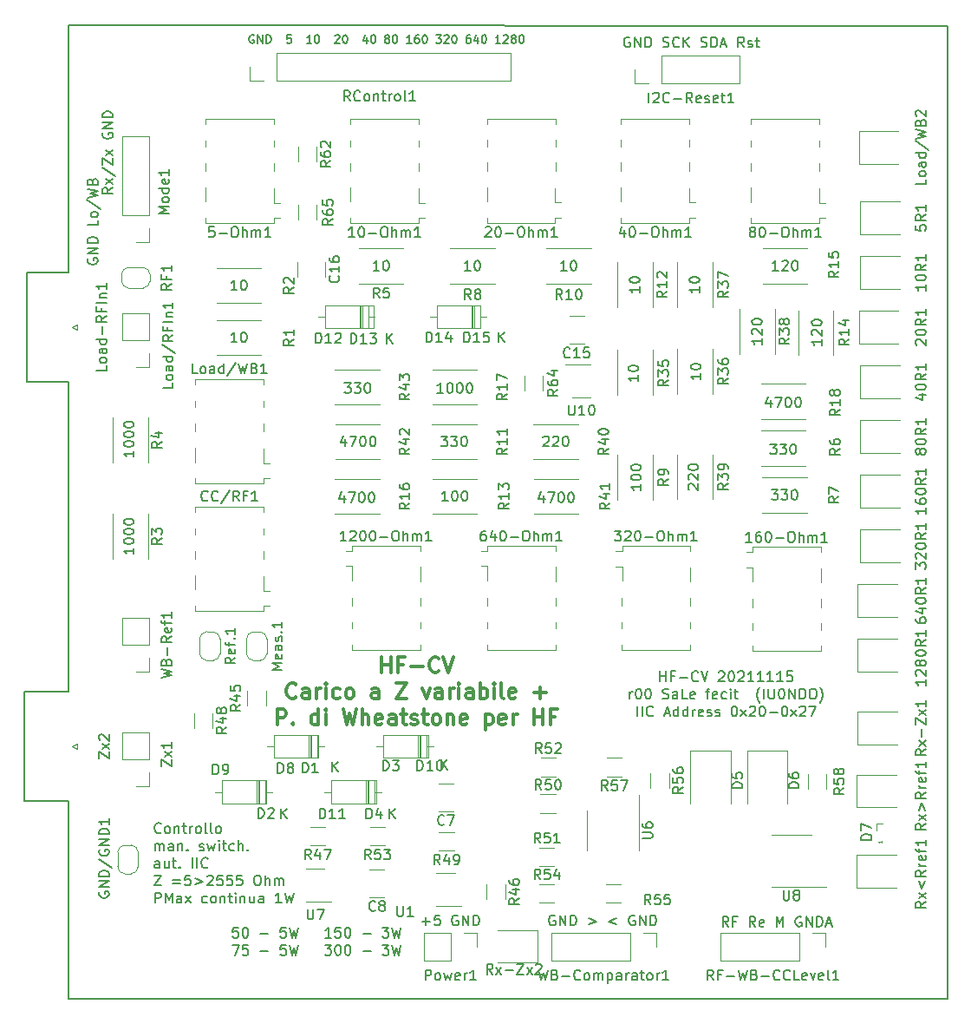
<source format=gbr>
%TF.GenerationSoftware,KiCad,Pcbnew,(5.1.12)-1*%
%TF.CreationDate,2021-11-19T01:02:39+01:00*%
%TF.ProjectId,HF_CaricoVariabile_r00,48465f43-6172-4696-936f-566172696162,rev?*%
%TF.SameCoordinates,Original*%
%TF.FileFunction,Legend,Top*%
%TF.FilePolarity,Positive*%
%FSLAX46Y46*%
G04 Gerber Fmt 4.6, Leading zero omitted, Abs format (unit mm)*
G04 Created by KiCad (PCBNEW (5.1.12)-1) date 2021-11-19 01:02:39*
%MOMM*%
%LPD*%
G01*
G04 APERTURE LIST*
%ADD10C,0.200000*%
%ADD11C,0.300000*%
%TA.AperFunction,Profile*%
%ADD12C,0.150000*%
%TD*%
%ADD13C,0.120000*%
%ADD14C,0.100000*%
%ADD15C,0.150000*%
%ADD16C,0.075000*%
G04 APERTURE END LIST*
D10*
X67216400Y-87796238D02*
X67168780Y-87891476D01*
X67168780Y-88034333D01*
X67216400Y-88177190D01*
X67311638Y-88272428D01*
X67406876Y-88320047D01*
X67597352Y-88367666D01*
X67740209Y-88367666D01*
X67930685Y-88320047D01*
X68025923Y-88272428D01*
X68121161Y-88177190D01*
X68168780Y-88034333D01*
X68168780Y-87939095D01*
X68121161Y-87796238D01*
X68073542Y-87748619D01*
X67740209Y-87748619D01*
X67740209Y-87939095D01*
X68168780Y-87320047D02*
X67168780Y-87320047D01*
X68168780Y-86748619D01*
X67168780Y-86748619D01*
X68168780Y-86272428D02*
X67168780Y-86272428D01*
X67168780Y-86034333D01*
X67216400Y-85891476D01*
X67311638Y-85796238D01*
X67406876Y-85748619D01*
X67597352Y-85701000D01*
X67740209Y-85701000D01*
X67930685Y-85748619D01*
X68025923Y-85796238D01*
X68121161Y-85891476D01*
X68168780Y-86034333D01*
X68168780Y-86272428D01*
X68168780Y-84034333D02*
X68168780Y-84510523D01*
X67168780Y-84510523D01*
X68168780Y-83558142D02*
X68121161Y-83653380D01*
X68073542Y-83701000D01*
X67978304Y-83748619D01*
X67692590Y-83748619D01*
X67597352Y-83701000D01*
X67549733Y-83653380D01*
X67502114Y-83558142D01*
X67502114Y-83415285D01*
X67549733Y-83320047D01*
X67597352Y-83272428D01*
X67692590Y-83224809D01*
X67978304Y-83224809D01*
X68073542Y-83272428D01*
X68121161Y-83320047D01*
X68168780Y-83415285D01*
X68168780Y-83558142D01*
X67121161Y-82081952D02*
X68406876Y-82939095D01*
X67168780Y-81843857D02*
X68168780Y-81605761D01*
X67454495Y-81415285D01*
X68168780Y-81224809D01*
X67168780Y-80986714D01*
X67644971Y-80272428D02*
X67692590Y-80129571D01*
X67740209Y-80081952D01*
X67835447Y-80034333D01*
X67978304Y-80034333D01*
X68073542Y-80081952D01*
X68121161Y-80129571D01*
X68168780Y-80224809D01*
X68168780Y-80605761D01*
X67168780Y-80605761D01*
X67168780Y-80272428D01*
X67216400Y-80177190D01*
X67264019Y-80129571D01*
X67359257Y-80081952D01*
X67454495Y-80081952D01*
X67549733Y-80129571D01*
X67597352Y-80177190D01*
X67644971Y-80272428D01*
X67644971Y-80605761D01*
X69641980Y-80874761D02*
X69165790Y-81208095D01*
X69641980Y-81446190D02*
X68641980Y-81446190D01*
X68641980Y-81065238D01*
X68689600Y-80970000D01*
X68737219Y-80922380D01*
X68832457Y-80874761D01*
X68975314Y-80874761D01*
X69070552Y-80922380D01*
X69118171Y-80970000D01*
X69165790Y-81065238D01*
X69165790Y-81446190D01*
X69641980Y-80541428D02*
X68975314Y-80017619D01*
X68975314Y-80541428D02*
X69641980Y-80017619D01*
X68594361Y-78922380D02*
X69880076Y-79779523D01*
X68641980Y-78684285D02*
X68641980Y-78017619D01*
X69641980Y-78684285D01*
X69641980Y-78017619D01*
X69641980Y-77731904D02*
X68975314Y-77208095D01*
X68975314Y-77731904D02*
X69641980Y-77208095D01*
X68689600Y-75541428D02*
X68641980Y-75636666D01*
X68641980Y-75779523D01*
X68689600Y-75922380D01*
X68784838Y-76017619D01*
X68880076Y-76065238D01*
X69070552Y-76112857D01*
X69213409Y-76112857D01*
X69403885Y-76065238D01*
X69499123Y-76017619D01*
X69594361Y-75922380D01*
X69641980Y-75779523D01*
X69641980Y-75684285D01*
X69594361Y-75541428D01*
X69546742Y-75493809D01*
X69213409Y-75493809D01*
X69213409Y-75684285D01*
X69641980Y-75065238D02*
X68641980Y-75065238D01*
X69641980Y-74493809D01*
X68641980Y-74493809D01*
X69641980Y-74017619D02*
X68641980Y-74017619D01*
X68641980Y-73779523D01*
X68689600Y-73636666D01*
X68784838Y-73541428D01*
X68880076Y-73493809D01*
X69070552Y-73446190D01*
X69213409Y-73446190D01*
X69403885Y-73493809D01*
X69499123Y-73541428D01*
X69594361Y-73636666D01*
X69641980Y-73779523D01*
X69641980Y-74017619D01*
X83415219Y-66021000D02*
X83339028Y-65982904D01*
X83224742Y-65982904D01*
X83110457Y-66021000D01*
X83034266Y-66097190D01*
X82996171Y-66173380D01*
X82958076Y-66325761D01*
X82958076Y-66440047D01*
X82996171Y-66592428D01*
X83034266Y-66668619D01*
X83110457Y-66744809D01*
X83224742Y-66782904D01*
X83300933Y-66782904D01*
X83415219Y-66744809D01*
X83453314Y-66706714D01*
X83453314Y-66440047D01*
X83300933Y-66440047D01*
X83796171Y-66782904D02*
X83796171Y-65982904D01*
X84253314Y-66782904D01*
X84253314Y-65982904D01*
X84634266Y-66782904D02*
X84634266Y-65982904D01*
X84824742Y-65982904D01*
X84939028Y-66021000D01*
X85015219Y-66097190D01*
X85053314Y-66173380D01*
X85091409Y-66325761D01*
X85091409Y-66440047D01*
X85053314Y-66592428D01*
X85015219Y-66668619D01*
X84939028Y-66744809D01*
X84824742Y-66782904D01*
X84634266Y-66782904D01*
X87034266Y-65982904D02*
X86653314Y-65982904D01*
X86615219Y-66363857D01*
X86653314Y-66325761D01*
X86729504Y-66287666D01*
X86919980Y-66287666D01*
X86996171Y-66325761D01*
X87034266Y-66363857D01*
X87072361Y-66440047D01*
X87072361Y-66630523D01*
X87034266Y-66706714D01*
X86996171Y-66744809D01*
X86919980Y-66782904D01*
X86729504Y-66782904D01*
X86653314Y-66744809D01*
X86615219Y-66706714D01*
X89053314Y-66782904D02*
X88596171Y-66782904D01*
X88824742Y-66782904D02*
X88824742Y-65982904D01*
X88748552Y-66097190D01*
X88672361Y-66173380D01*
X88596171Y-66211476D01*
X89548552Y-65982904D02*
X89624742Y-65982904D01*
X89700933Y-66021000D01*
X89739028Y-66059095D01*
X89777123Y-66135285D01*
X89815219Y-66287666D01*
X89815219Y-66478142D01*
X89777123Y-66630523D01*
X89739028Y-66706714D01*
X89700933Y-66744809D01*
X89624742Y-66782904D01*
X89548552Y-66782904D01*
X89472361Y-66744809D01*
X89434266Y-66706714D01*
X89396171Y-66630523D01*
X89358076Y-66478142D01*
X89358076Y-66287666D01*
X89396171Y-66135285D01*
X89434266Y-66059095D01*
X89472361Y-66021000D01*
X89548552Y-65982904D01*
X91339028Y-66059095D02*
X91377123Y-66021000D01*
X91453314Y-65982904D01*
X91643790Y-65982904D01*
X91719980Y-66021000D01*
X91758076Y-66059095D01*
X91796171Y-66135285D01*
X91796171Y-66211476D01*
X91758076Y-66325761D01*
X91300933Y-66782904D01*
X91796171Y-66782904D01*
X92291409Y-65982904D02*
X92367600Y-65982904D01*
X92443790Y-66021000D01*
X92481885Y-66059095D01*
X92519980Y-66135285D01*
X92558076Y-66287666D01*
X92558076Y-66478142D01*
X92519980Y-66630523D01*
X92481885Y-66706714D01*
X92443790Y-66744809D01*
X92367600Y-66782904D01*
X92291409Y-66782904D01*
X92215219Y-66744809D01*
X92177123Y-66706714D01*
X92139028Y-66630523D01*
X92100933Y-66478142D01*
X92100933Y-66287666D01*
X92139028Y-66135285D01*
X92177123Y-66059095D01*
X92215219Y-66021000D01*
X92291409Y-65982904D01*
X94462838Y-66249571D02*
X94462838Y-66782904D01*
X94272361Y-65944809D02*
X94081885Y-66516238D01*
X94577123Y-66516238D01*
X95034266Y-65982904D02*
X95110457Y-65982904D01*
X95186647Y-66021000D01*
X95224742Y-66059095D01*
X95262838Y-66135285D01*
X95300933Y-66287666D01*
X95300933Y-66478142D01*
X95262838Y-66630523D01*
X95224742Y-66706714D01*
X95186647Y-66744809D01*
X95110457Y-66782904D01*
X95034266Y-66782904D01*
X94958076Y-66744809D01*
X94919980Y-66706714D01*
X94881885Y-66630523D01*
X94843790Y-66478142D01*
X94843790Y-66287666D01*
X94881885Y-66135285D01*
X94919980Y-66059095D01*
X94958076Y-66021000D01*
X95034266Y-65982904D01*
X96367600Y-66325761D02*
X96291409Y-66287666D01*
X96253314Y-66249571D01*
X96215219Y-66173380D01*
X96215219Y-66135285D01*
X96253314Y-66059095D01*
X96291409Y-66021000D01*
X96367600Y-65982904D01*
X96519980Y-65982904D01*
X96596171Y-66021000D01*
X96634266Y-66059095D01*
X96672361Y-66135285D01*
X96672361Y-66173380D01*
X96634266Y-66249571D01*
X96596171Y-66287666D01*
X96519980Y-66325761D01*
X96367600Y-66325761D01*
X96291409Y-66363857D01*
X96253314Y-66401952D01*
X96215219Y-66478142D01*
X96215219Y-66630523D01*
X96253314Y-66706714D01*
X96291409Y-66744809D01*
X96367600Y-66782904D01*
X96519980Y-66782904D01*
X96596171Y-66744809D01*
X96634266Y-66706714D01*
X96672361Y-66630523D01*
X96672361Y-66478142D01*
X96634266Y-66401952D01*
X96596171Y-66363857D01*
X96519980Y-66325761D01*
X97167600Y-65982904D02*
X97243790Y-65982904D01*
X97319980Y-66021000D01*
X97358076Y-66059095D01*
X97396171Y-66135285D01*
X97434266Y-66287666D01*
X97434266Y-66478142D01*
X97396171Y-66630523D01*
X97358076Y-66706714D01*
X97319980Y-66744809D01*
X97243790Y-66782904D01*
X97167600Y-66782904D01*
X97091409Y-66744809D01*
X97053314Y-66706714D01*
X97015219Y-66630523D01*
X96977123Y-66478142D01*
X96977123Y-66287666D01*
X97015219Y-66135285D01*
X97053314Y-66059095D01*
X97091409Y-66021000D01*
X97167600Y-65982904D01*
X98805695Y-66782904D02*
X98348552Y-66782904D01*
X98577123Y-66782904D02*
X98577123Y-65982904D01*
X98500933Y-66097190D01*
X98424742Y-66173380D01*
X98348552Y-66211476D01*
X99491409Y-65982904D02*
X99339028Y-65982904D01*
X99262838Y-66021000D01*
X99224742Y-66059095D01*
X99148552Y-66173380D01*
X99110457Y-66325761D01*
X99110457Y-66630523D01*
X99148552Y-66706714D01*
X99186647Y-66744809D01*
X99262838Y-66782904D01*
X99415219Y-66782904D01*
X99491409Y-66744809D01*
X99529504Y-66706714D01*
X99567600Y-66630523D01*
X99567600Y-66440047D01*
X99529504Y-66363857D01*
X99491409Y-66325761D01*
X99415219Y-66287666D01*
X99262838Y-66287666D01*
X99186647Y-66325761D01*
X99148552Y-66363857D01*
X99110457Y-66440047D01*
X100062838Y-65982904D02*
X100139028Y-65982904D01*
X100215219Y-66021000D01*
X100253314Y-66059095D01*
X100291409Y-66135285D01*
X100329504Y-66287666D01*
X100329504Y-66478142D01*
X100291409Y-66630523D01*
X100253314Y-66706714D01*
X100215219Y-66744809D01*
X100139028Y-66782904D01*
X100062838Y-66782904D01*
X99986647Y-66744809D01*
X99948552Y-66706714D01*
X99910457Y-66630523D01*
X99872361Y-66478142D01*
X99872361Y-66287666D01*
X99910457Y-66135285D01*
X99948552Y-66059095D01*
X99986647Y-66021000D01*
X100062838Y-65982904D01*
X101205695Y-65982904D02*
X101700933Y-65982904D01*
X101434266Y-66287666D01*
X101548552Y-66287666D01*
X101624742Y-66325761D01*
X101662838Y-66363857D01*
X101700933Y-66440047D01*
X101700933Y-66630523D01*
X101662838Y-66706714D01*
X101624742Y-66744809D01*
X101548552Y-66782904D01*
X101319980Y-66782904D01*
X101243790Y-66744809D01*
X101205695Y-66706714D01*
X102005695Y-66059095D02*
X102043790Y-66021000D01*
X102119980Y-65982904D01*
X102310457Y-65982904D01*
X102386647Y-66021000D01*
X102424742Y-66059095D01*
X102462838Y-66135285D01*
X102462838Y-66211476D01*
X102424742Y-66325761D01*
X101967600Y-66782904D01*
X102462838Y-66782904D01*
X102958076Y-65982904D02*
X103034266Y-65982904D01*
X103110457Y-66021000D01*
X103148552Y-66059095D01*
X103186647Y-66135285D01*
X103224742Y-66287666D01*
X103224742Y-66478142D01*
X103186647Y-66630523D01*
X103148552Y-66706714D01*
X103110457Y-66744809D01*
X103034266Y-66782904D01*
X102958076Y-66782904D01*
X102881885Y-66744809D01*
X102843790Y-66706714D01*
X102805695Y-66630523D01*
X102767600Y-66478142D01*
X102767600Y-66287666D01*
X102805695Y-66135285D01*
X102843790Y-66059095D01*
X102881885Y-66021000D01*
X102958076Y-65982904D01*
X104519980Y-65982904D02*
X104367600Y-65982904D01*
X104291409Y-66021000D01*
X104253314Y-66059095D01*
X104177123Y-66173380D01*
X104139028Y-66325761D01*
X104139028Y-66630523D01*
X104177123Y-66706714D01*
X104215219Y-66744809D01*
X104291409Y-66782904D01*
X104443790Y-66782904D01*
X104519980Y-66744809D01*
X104558076Y-66706714D01*
X104596171Y-66630523D01*
X104596171Y-66440047D01*
X104558076Y-66363857D01*
X104519980Y-66325761D01*
X104443790Y-66287666D01*
X104291409Y-66287666D01*
X104215219Y-66325761D01*
X104177123Y-66363857D01*
X104139028Y-66440047D01*
X105281885Y-66249571D02*
X105281885Y-66782904D01*
X105091409Y-65944809D02*
X104900933Y-66516238D01*
X105396171Y-66516238D01*
X105853314Y-65982904D02*
X105929504Y-65982904D01*
X106005695Y-66021000D01*
X106043790Y-66059095D01*
X106081885Y-66135285D01*
X106119980Y-66287666D01*
X106119980Y-66478142D01*
X106081885Y-66630523D01*
X106043790Y-66706714D01*
X106005695Y-66744809D01*
X105929504Y-66782904D01*
X105853314Y-66782904D01*
X105777123Y-66744809D01*
X105739028Y-66706714D01*
X105700933Y-66630523D01*
X105662838Y-66478142D01*
X105662838Y-66287666D01*
X105700933Y-66135285D01*
X105739028Y-66059095D01*
X105777123Y-66021000D01*
X105853314Y-65982904D01*
X107491409Y-66782904D02*
X107034266Y-66782904D01*
X107262838Y-66782904D02*
X107262838Y-65982904D01*
X107186647Y-66097190D01*
X107110457Y-66173380D01*
X107034266Y-66211476D01*
X107796171Y-66059095D02*
X107834266Y-66021000D01*
X107910457Y-65982904D01*
X108100933Y-65982904D01*
X108177123Y-66021000D01*
X108215219Y-66059095D01*
X108253314Y-66135285D01*
X108253314Y-66211476D01*
X108215219Y-66325761D01*
X107758076Y-66782904D01*
X108253314Y-66782904D01*
X108710457Y-66325761D02*
X108634266Y-66287666D01*
X108596171Y-66249571D01*
X108558076Y-66173380D01*
X108558076Y-66135285D01*
X108596171Y-66059095D01*
X108634266Y-66021000D01*
X108710457Y-65982904D01*
X108862838Y-65982904D01*
X108939028Y-66021000D01*
X108977123Y-66059095D01*
X109015219Y-66135285D01*
X109015219Y-66173380D01*
X108977123Y-66249571D01*
X108939028Y-66287666D01*
X108862838Y-66325761D01*
X108710457Y-66325761D01*
X108634266Y-66363857D01*
X108596171Y-66401952D01*
X108558076Y-66478142D01*
X108558076Y-66630523D01*
X108596171Y-66706714D01*
X108634266Y-66744809D01*
X108710457Y-66782904D01*
X108862838Y-66782904D01*
X108939028Y-66744809D01*
X108977123Y-66706714D01*
X109015219Y-66630523D01*
X109015219Y-66478142D01*
X108977123Y-66401952D01*
X108939028Y-66363857D01*
X108862838Y-66325761D01*
X109510457Y-65982904D02*
X109586647Y-65982904D01*
X109662838Y-66021000D01*
X109700933Y-66059095D01*
X109739028Y-66135285D01*
X109777123Y-66287666D01*
X109777123Y-66478142D01*
X109739028Y-66630523D01*
X109700933Y-66706714D01*
X109662838Y-66744809D01*
X109586647Y-66782904D01*
X109510457Y-66782904D01*
X109434266Y-66744809D01*
X109396171Y-66706714D01*
X109358076Y-66630523D01*
X109319980Y-66478142D01*
X109319980Y-66287666D01*
X109358076Y-66135285D01*
X109396171Y-66059095D01*
X109434266Y-66021000D01*
X109510457Y-65982904D01*
X120134809Y-66225800D02*
X120039571Y-66178180D01*
X119896714Y-66178180D01*
X119753857Y-66225800D01*
X119658619Y-66321038D01*
X119611000Y-66416276D01*
X119563380Y-66606752D01*
X119563380Y-66749609D01*
X119611000Y-66940085D01*
X119658619Y-67035323D01*
X119753857Y-67130561D01*
X119896714Y-67178180D01*
X119991952Y-67178180D01*
X120134809Y-67130561D01*
X120182428Y-67082942D01*
X120182428Y-66749609D01*
X119991952Y-66749609D01*
X120611000Y-67178180D02*
X120611000Y-66178180D01*
X121182428Y-67178180D01*
X121182428Y-66178180D01*
X121658619Y-67178180D02*
X121658619Y-66178180D01*
X121896714Y-66178180D01*
X122039571Y-66225800D01*
X122134809Y-66321038D01*
X122182428Y-66416276D01*
X122230047Y-66606752D01*
X122230047Y-66749609D01*
X122182428Y-66940085D01*
X122134809Y-67035323D01*
X122039571Y-67130561D01*
X121896714Y-67178180D01*
X121658619Y-67178180D01*
X123372904Y-67130561D02*
X123515761Y-67178180D01*
X123753857Y-67178180D01*
X123849095Y-67130561D01*
X123896714Y-67082942D01*
X123944333Y-66987704D01*
X123944333Y-66892466D01*
X123896714Y-66797228D01*
X123849095Y-66749609D01*
X123753857Y-66701990D01*
X123563380Y-66654371D01*
X123468142Y-66606752D01*
X123420523Y-66559133D01*
X123372904Y-66463895D01*
X123372904Y-66368657D01*
X123420523Y-66273419D01*
X123468142Y-66225800D01*
X123563380Y-66178180D01*
X123801476Y-66178180D01*
X123944333Y-66225800D01*
X124944333Y-67082942D02*
X124896714Y-67130561D01*
X124753857Y-67178180D01*
X124658619Y-67178180D01*
X124515761Y-67130561D01*
X124420523Y-67035323D01*
X124372904Y-66940085D01*
X124325285Y-66749609D01*
X124325285Y-66606752D01*
X124372904Y-66416276D01*
X124420523Y-66321038D01*
X124515761Y-66225800D01*
X124658619Y-66178180D01*
X124753857Y-66178180D01*
X124896714Y-66225800D01*
X124944333Y-66273419D01*
X125372904Y-67178180D02*
X125372904Y-66178180D01*
X125944333Y-67178180D02*
X125515761Y-66606752D01*
X125944333Y-66178180D02*
X125372904Y-66749609D01*
X127087190Y-67130561D02*
X127230047Y-67178180D01*
X127468142Y-67178180D01*
X127563380Y-67130561D01*
X127611000Y-67082942D01*
X127658619Y-66987704D01*
X127658619Y-66892466D01*
X127611000Y-66797228D01*
X127563380Y-66749609D01*
X127468142Y-66701990D01*
X127277666Y-66654371D01*
X127182428Y-66606752D01*
X127134809Y-66559133D01*
X127087190Y-66463895D01*
X127087190Y-66368657D01*
X127134809Y-66273419D01*
X127182428Y-66225800D01*
X127277666Y-66178180D01*
X127515761Y-66178180D01*
X127658619Y-66225800D01*
X128087190Y-67178180D02*
X128087190Y-66178180D01*
X128325285Y-66178180D01*
X128468142Y-66225800D01*
X128563380Y-66321038D01*
X128611000Y-66416276D01*
X128658619Y-66606752D01*
X128658619Y-66749609D01*
X128611000Y-66940085D01*
X128563380Y-67035323D01*
X128468142Y-67130561D01*
X128325285Y-67178180D01*
X128087190Y-67178180D01*
X129039571Y-66892466D02*
X129515761Y-66892466D01*
X128944333Y-67178180D02*
X129277666Y-66178180D01*
X129611000Y-67178180D01*
X131277666Y-67178180D02*
X130944333Y-66701990D01*
X130706238Y-67178180D02*
X130706238Y-66178180D01*
X131087190Y-66178180D01*
X131182428Y-66225800D01*
X131230047Y-66273419D01*
X131277666Y-66368657D01*
X131277666Y-66511514D01*
X131230047Y-66606752D01*
X131182428Y-66654371D01*
X131087190Y-66701990D01*
X130706238Y-66701990D01*
X131658619Y-67130561D02*
X131753857Y-67178180D01*
X131944333Y-67178180D01*
X132039571Y-67130561D01*
X132087190Y-67035323D01*
X132087190Y-66987704D01*
X132039571Y-66892466D01*
X131944333Y-66844847D01*
X131801476Y-66844847D01*
X131706238Y-66797228D01*
X131658619Y-66701990D01*
X131658619Y-66654371D01*
X131706238Y-66559133D01*
X131801476Y-66511514D01*
X131944333Y-66511514D01*
X132039571Y-66559133D01*
X132372904Y-66511514D02*
X132753857Y-66511514D01*
X132515761Y-66178180D02*
X132515761Y-67035323D01*
X132563380Y-67130561D01*
X132658619Y-67178180D01*
X132753857Y-67178180D01*
X99854095Y-152471428D02*
X100616000Y-152471428D01*
X100235047Y-152852380D02*
X100235047Y-152090476D01*
X101568380Y-151852380D02*
X101092190Y-151852380D01*
X101044571Y-152328571D01*
X101092190Y-152280952D01*
X101187428Y-152233333D01*
X101425523Y-152233333D01*
X101520761Y-152280952D01*
X101568380Y-152328571D01*
X101616000Y-152423809D01*
X101616000Y-152661904D01*
X101568380Y-152757142D01*
X101520761Y-152804761D01*
X101425523Y-152852380D01*
X101187428Y-152852380D01*
X101092190Y-152804761D01*
X101044571Y-152757142D01*
X103330285Y-151900000D02*
X103235047Y-151852380D01*
X103092190Y-151852380D01*
X102949333Y-151900000D01*
X102854095Y-151995238D01*
X102806476Y-152090476D01*
X102758857Y-152280952D01*
X102758857Y-152423809D01*
X102806476Y-152614285D01*
X102854095Y-152709523D01*
X102949333Y-152804761D01*
X103092190Y-152852380D01*
X103187428Y-152852380D01*
X103330285Y-152804761D01*
X103377904Y-152757142D01*
X103377904Y-152423809D01*
X103187428Y-152423809D01*
X103806476Y-152852380D02*
X103806476Y-151852380D01*
X104377904Y-152852380D01*
X104377904Y-151852380D01*
X104854095Y-152852380D02*
X104854095Y-151852380D01*
X105092190Y-151852380D01*
X105235047Y-151900000D01*
X105330285Y-151995238D01*
X105377904Y-152090476D01*
X105425523Y-152280952D01*
X105425523Y-152423809D01*
X105377904Y-152614285D01*
X105330285Y-152709523D01*
X105235047Y-152804761D01*
X105092190Y-152852380D01*
X104854095Y-152852380D01*
X129778714Y-152979380D02*
X129445380Y-152503190D01*
X129207285Y-152979380D02*
X129207285Y-151979380D01*
X129588238Y-151979380D01*
X129683476Y-152027000D01*
X129731095Y-152074619D01*
X129778714Y-152169857D01*
X129778714Y-152312714D01*
X129731095Y-152407952D01*
X129683476Y-152455571D01*
X129588238Y-152503190D01*
X129207285Y-152503190D01*
X130540619Y-152455571D02*
X130207285Y-152455571D01*
X130207285Y-152979380D02*
X130207285Y-151979380D01*
X130683476Y-151979380D01*
X132397761Y-152979380D02*
X132064428Y-152503190D01*
X131826333Y-152979380D02*
X131826333Y-151979380D01*
X132207285Y-151979380D01*
X132302523Y-152027000D01*
X132350142Y-152074619D01*
X132397761Y-152169857D01*
X132397761Y-152312714D01*
X132350142Y-152407952D01*
X132302523Y-152455571D01*
X132207285Y-152503190D01*
X131826333Y-152503190D01*
X133207285Y-152931761D02*
X133112047Y-152979380D01*
X132921571Y-152979380D01*
X132826333Y-152931761D01*
X132778714Y-152836523D01*
X132778714Y-152455571D01*
X132826333Y-152360333D01*
X132921571Y-152312714D01*
X133112047Y-152312714D01*
X133207285Y-152360333D01*
X133254904Y-152455571D01*
X133254904Y-152550809D01*
X132778714Y-152646047D01*
X134445380Y-152979380D02*
X134445380Y-151979380D01*
X134778714Y-152693666D01*
X135112047Y-151979380D01*
X135112047Y-152979380D01*
X136873952Y-152027000D02*
X136778714Y-151979380D01*
X136635857Y-151979380D01*
X136493000Y-152027000D01*
X136397761Y-152122238D01*
X136350142Y-152217476D01*
X136302523Y-152407952D01*
X136302523Y-152550809D01*
X136350142Y-152741285D01*
X136397761Y-152836523D01*
X136493000Y-152931761D01*
X136635857Y-152979380D01*
X136731095Y-152979380D01*
X136873952Y-152931761D01*
X136921571Y-152884142D01*
X136921571Y-152550809D01*
X136731095Y-152550809D01*
X137350142Y-152979380D02*
X137350142Y-151979380D01*
X137921571Y-152979380D01*
X137921571Y-151979380D01*
X138397761Y-152979380D02*
X138397761Y-151979380D01*
X138635857Y-151979380D01*
X138778714Y-152027000D01*
X138873952Y-152122238D01*
X138921571Y-152217476D01*
X138969190Y-152407952D01*
X138969190Y-152550809D01*
X138921571Y-152741285D01*
X138873952Y-152836523D01*
X138778714Y-152931761D01*
X138635857Y-152979380D01*
X138397761Y-152979380D01*
X139350142Y-152693666D02*
X139826333Y-152693666D01*
X139254904Y-152979380D02*
X139588238Y-151979380D01*
X139921571Y-152979380D01*
X112808333Y-151900000D02*
X112713095Y-151852380D01*
X112570238Y-151852380D01*
X112427380Y-151900000D01*
X112332142Y-151995238D01*
X112284523Y-152090476D01*
X112236904Y-152280952D01*
X112236904Y-152423809D01*
X112284523Y-152614285D01*
X112332142Y-152709523D01*
X112427380Y-152804761D01*
X112570238Y-152852380D01*
X112665476Y-152852380D01*
X112808333Y-152804761D01*
X112855952Y-152757142D01*
X112855952Y-152423809D01*
X112665476Y-152423809D01*
X113284523Y-152852380D02*
X113284523Y-151852380D01*
X113855952Y-152852380D01*
X113855952Y-151852380D01*
X114332142Y-152852380D02*
X114332142Y-151852380D01*
X114570238Y-151852380D01*
X114713095Y-151900000D01*
X114808333Y-151995238D01*
X114855952Y-152090476D01*
X114903571Y-152280952D01*
X114903571Y-152423809D01*
X114855952Y-152614285D01*
X114808333Y-152709523D01*
X114713095Y-152804761D01*
X114570238Y-152852380D01*
X114332142Y-152852380D01*
X116094047Y-152185714D02*
X116855952Y-152471428D01*
X116094047Y-152757142D01*
X118855952Y-152185714D02*
X118094047Y-152471428D01*
X118855952Y-152757142D01*
X120617857Y-151900000D02*
X120522619Y-151852380D01*
X120379761Y-151852380D01*
X120236904Y-151900000D01*
X120141666Y-151995238D01*
X120094047Y-152090476D01*
X120046428Y-152280952D01*
X120046428Y-152423809D01*
X120094047Y-152614285D01*
X120141666Y-152709523D01*
X120236904Y-152804761D01*
X120379761Y-152852380D01*
X120475000Y-152852380D01*
X120617857Y-152804761D01*
X120665476Y-152757142D01*
X120665476Y-152423809D01*
X120475000Y-152423809D01*
X121094047Y-152852380D02*
X121094047Y-151852380D01*
X121665476Y-152852380D01*
X121665476Y-151852380D01*
X122141666Y-152852380D02*
X122141666Y-151852380D01*
X122379761Y-151852380D01*
X122522619Y-151900000D01*
X122617857Y-151995238D01*
X122665476Y-152090476D01*
X122713095Y-152280952D01*
X122713095Y-152423809D01*
X122665476Y-152614285D01*
X122617857Y-152709523D01*
X122522619Y-152804761D01*
X122379761Y-152852380D01*
X122141666Y-152852380D01*
X74345523Y-143759142D02*
X74297904Y-143806761D01*
X74155047Y-143854380D01*
X74059809Y-143854380D01*
X73916952Y-143806761D01*
X73821714Y-143711523D01*
X73774095Y-143616285D01*
X73726476Y-143425809D01*
X73726476Y-143282952D01*
X73774095Y-143092476D01*
X73821714Y-142997238D01*
X73916952Y-142902000D01*
X74059809Y-142854380D01*
X74155047Y-142854380D01*
X74297904Y-142902000D01*
X74345523Y-142949619D01*
X74916952Y-143854380D02*
X74821714Y-143806761D01*
X74774095Y-143759142D01*
X74726476Y-143663904D01*
X74726476Y-143378190D01*
X74774095Y-143282952D01*
X74821714Y-143235333D01*
X74916952Y-143187714D01*
X75059809Y-143187714D01*
X75155047Y-143235333D01*
X75202666Y-143282952D01*
X75250285Y-143378190D01*
X75250285Y-143663904D01*
X75202666Y-143759142D01*
X75155047Y-143806761D01*
X75059809Y-143854380D01*
X74916952Y-143854380D01*
X75678857Y-143187714D02*
X75678857Y-143854380D01*
X75678857Y-143282952D02*
X75726476Y-143235333D01*
X75821714Y-143187714D01*
X75964571Y-143187714D01*
X76059809Y-143235333D01*
X76107428Y-143330571D01*
X76107428Y-143854380D01*
X76440761Y-143187714D02*
X76821714Y-143187714D01*
X76583619Y-142854380D02*
X76583619Y-143711523D01*
X76631238Y-143806761D01*
X76726476Y-143854380D01*
X76821714Y-143854380D01*
X77155047Y-143854380D02*
X77155047Y-143187714D01*
X77155047Y-143378190D02*
X77202666Y-143282952D01*
X77250285Y-143235333D01*
X77345523Y-143187714D01*
X77440761Y-143187714D01*
X77916952Y-143854380D02*
X77821714Y-143806761D01*
X77774095Y-143759142D01*
X77726476Y-143663904D01*
X77726476Y-143378190D01*
X77774095Y-143282952D01*
X77821714Y-143235333D01*
X77916952Y-143187714D01*
X78059809Y-143187714D01*
X78155047Y-143235333D01*
X78202666Y-143282952D01*
X78250285Y-143378190D01*
X78250285Y-143663904D01*
X78202666Y-143759142D01*
X78155047Y-143806761D01*
X78059809Y-143854380D01*
X77916952Y-143854380D01*
X78821714Y-143854380D02*
X78726476Y-143806761D01*
X78678857Y-143711523D01*
X78678857Y-142854380D01*
X79345523Y-143854380D02*
X79250285Y-143806761D01*
X79202666Y-143711523D01*
X79202666Y-142854380D01*
X79869333Y-143854380D02*
X79774095Y-143806761D01*
X79726476Y-143759142D01*
X79678857Y-143663904D01*
X79678857Y-143378190D01*
X79726476Y-143282952D01*
X79774095Y-143235333D01*
X79869333Y-143187714D01*
X80012190Y-143187714D01*
X80107428Y-143235333D01*
X80155047Y-143282952D01*
X80202666Y-143378190D01*
X80202666Y-143663904D01*
X80155047Y-143759142D01*
X80107428Y-143806761D01*
X80012190Y-143854380D01*
X79869333Y-143854380D01*
X73774095Y-145554380D02*
X73774095Y-144887714D01*
X73774095Y-144982952D02*
X73821714Y-144935333D01*
X73916952Y-144887714D01*
X74059809Y-144887714D01*
X74155047Y-144935333D01*
X74202666Y-145030571D01*
X74202666Y-145554380D01*
X74202666Y-145030571D02*
X74250285Y-144935333D01*
X74345523Y-144887714D01*
X74488380Y-144887714D01*
X74583619Y-144935333D01*
X74631238Y-145030571D01*
X74631238Y-145554380D01*
X75536000Y-145554380D02*
X75536000Y-145030571D01*
X75488380Y-144935333D01*
X75393142Y-144887714D01*
X75202666Y-144887714D01*
X75107428Y-144935333D01*
X75536000Y-145506761D02*
X75440761Y-145554380D01*
X75202666Y-145554380D01*
X75107428Y-145506761D01*
X75059809Y-145411523D01*
X75059809Y-145316285D01*
X75107428Y-145221047D01*
X75202666Y-145173428D01*
X75440761Y-145173428D01*
X75536000Y-145125809D01*
X76012190Y-144887714D02*
X76012190Y-145554380D01*
X76012190Y-144982952D02*
X76059809Y-144935333D01*
X76155047Y-144887714D01*
X76297904Y-144887714D01*
X76393142Y-144935333D01*
X76440761Y-145030571D01*
X76440761Y-145554380D01*
X76916952Y-145459142D02*
X76964571Y-145506761D01*
X76916952Y-145554380D01*
X76869333Y-145506761D01*
X76916952Y-145459142D01*
X76916952Y-145554380D01*
X78107428Y-145506761D02*
X78202666Y-145554380D01*
X78393142Y-145554380D01*
X78488380Y-145506761D01*
X78536000Y-145411523D01*
X78536000Y-145363904D01*
X78488380Y-145268666D01*
X78393142Y-145221047D01*
X78250285Y-145221047D01*
X78155047Y-145173428D01*
X78107428Y-145078190D01*
X78107428Y-145030571D01*
X78155047Y-144935333D01*
X78250285Y-144887714D01*
X78393142Y-144887714D01*
X78488380Y-144935333D01*
X78869333Y-144887714D02*
X79059809Y-145554380D01*
X79250285Y-145078190D01*
X79440761Y-145554380D01*
X79631238Y-144887714D01*
X80012190Y-145554380D02*
X80012190Y-144887714D01*
X80012190Y-144554380D02*
X79964571Y-144602000D01*
X80012190Y-144649619D01*
X80059809Y-144602000D01*
X80012190Y-144554380D01*
X80012190Y-144649619D01*
X80345523Y-144887714D02*
X80726476Y-144887714D01*
X80488380Y-144554380D02*
X80488380Y-145411523D01*
X80536000Y-145506761D01*
X80631238Y-145554380D01*
X80726476Y-145554380D01*
X81488380Y-145506761D02*
X81393142Y-145554380D01*
X81202666Y-145554380D01*
X81107428Y-145506761D01*
X81059809Y-145459142D01*
X81012190Y-145363904D01*
X81012190Y-145078190D01*
X81059809Y-144982952D01*
X81107428Y-144935333D01*
X81202666Y-144887714D01*
X81393142Y-144887714D01*
X81488380Y-144935333D01*
X81916952Y-145554380D02*
X81916952Y-144554380D01*
X82345523Y-145554380D02*
X82345523Y-145030571D01*
X82297904Y-144935333D01*
X82202666Y-144887714D01*
X82059809Y-144887714D01*
X81964571Y-144935333D01*
X81916952Y-144982952D01*
X82821714Y-145459142D02*
X82869333Y-145506761D01*
X82821714Y-145554380D01*
X82774095Y-145506761D01*
X82821714Y-145459142D01*
X82821714Y-145554380D01*
X74202666Y-147254380D02*
X74202666Y-146730571D01*
X74155047Y-146635333D01*
X74059809Y-146587714D01*
X73869333Y-146587714D01*
X73774095Y-146635333D01*
X74202666Y-147206761D02*
X74107428Y-147254380D01*
X73869333Y-147254380D01*
X73774095Y-147206761D01*
X73726476Y-147111523D01*
X73726476Y-147016285D01*
X73774095Y-146921047D01*
X73869333Y-146873428D01*
X74107428Y-146873428D01*
X74202666Y-146825809D01*
X75107428Y-146587714D02*
X75107428Y-147254380D01*
X74678857Y-146587714D02*
X74678857Y-147111523D01*
X74726476Y-147206761D01*
X74821714Y-147254380D01*
X74964571Y-147254380D01*
X75059809Y-147206761D01*
X75107428Y-147159142D01*
X75440761Y-146587714D02*
X75821714Y-146587714D01*
X75583619Y-146254380D02*
X75583619Y-147111523D01*
X75631238Y-147206761D01*
X75726476Y-147254380D01*
X75821714Y-147254380D01*
X76155047Y-147159142D02*
X76202666Y-147206761D01*
X76155047Y-147254380D01*
X76107428Y-147206761D01*
X76155047Y-147159142D01*
X76155047Y-147254380D01*
X77393142Y-147254380D02*
X77393142Y-146254380D01*
X77869333Y-147254380D02*
X77869333Y-146254380D01*
X78916952Y-147159142D02*
X78869333Y-147206761D01*
X78726476Y-147254380D01*
X78631238Y-147254380D01*
X78488380Y-147206761D01*
X78393142Y-147111523D01*
X78345523Y-147016285D01*
X78297904Y-146825809D01*
X78297904Y-146682952D01*
X78345523Y-146492476D01*
X78393142Y-146397238D01*
X78488380Y-146302000D01*
X78631238Y-146254380D01*
X78726476Y-146254380D01*
X78869333Y-146302000D01*
X78916952Y-146349619D01*
X73678857Y-147954380D02*
X74345523Y-147954380D01*
X73678857Y-148954380D01*
X74345523Y-148954380D01*
X75488380Y-148430571D02*
X76250285Y-148430571D01*
X76250285Y-148716285D02*
X75488380Y-148716285D01*
X77202666Y-147954380D02*
X76726476Y-147954380D01*
X76678857Y-148430571D01*
X76726476Y-148382952D01*
X76821714Y-148335333D01*
X77059809Y-148335333D01*
X77155047Y-148382952D01*
X77202666Y-148430571D01*
X77250285Y-148525809D01*
X77250285Y-148763904D01*
X77202666Y-148859142D01*
X77155047Y-148906761D01*
X77059809Y-148954380D01*
X76821714Y-148954380D01*
X76726476Y-148906761D01*
X76678857Y-148859142D01*
X77678857Y-148287714D02*
X78440761Y-148573428D01*
X77678857Y-148859142D01*
X78869333Y-148049619D02*
X78916952Y-148002000D01*
X79012190Y-147954380D01*
X79250285Y-147954380D01*
X79345523Y-148002000D01*
X79393142Y-148049619D01*
X79440761Y-148144857D01*
X79440761Y-148240095D01*
X79393142Y-148382952D01*
X78821714Y-148954380D01*
X79440761Y-148954380D01*
X80345523Y-147954380D02*
X79869333Y-147954380D01*
X79821714Y-148430571D01*
X79869333Y-148382952D01*
X79964571Y-148335333D01*
X80202666Y-148335333D01*
X80297904Y-148382952D01*
X80345523Y-148430571D01*
X80393142Y-148525809D01*
X80393142Y-148763904D01*
X80345523Y-148859142D01*
X80297904Y-148906761D01*
X80202666Y-148954380D01*
X79964571Y-148954380D01*
X79869333Y-148906761D01*
X79821714Y-148859142D01*
X81297904Y-147954380D02*
X80821714Y-147954380D01*
X80774095Y-148430571D01*
X80821714Y-148382952D01*
X80916952Y-148335333D01*
X81155047Y-148335333D01*
X81250285Y-148382952D01*
X81297904Y-148430571D01*
X81345523Y-148525809D01*
X81345523Y-148763904D01*
X81297904Y-148859142D01*
X81250285Y-148906761D01*
X81155047Y-148954380D01*
X80916952Y-148954380D01*
X80821714Y-148906761D01*
X80774095Y-148859142D01*
X82250285Y-147954380D02*
X81774095Y-147954380D01*
X81726476Y-148430571D01*
X81774095Y-148382952D01*
X81869333Y-148335333D01*
X82107428Y-148335333D01*
X82202666Y-148382952D01*
X82250285Y-148430571D01*
X82297904Y-148525809D01*
X82297904Y-148763904D01*
X82250285Y-148859142D01*
X82202666Y-148906761D01*
X82107428Y-148954380D01*
X81869333Y-148954380D01*
X81774095Y-148906761D01*
X81726476Y-148859142D01*
X83678857Y-147954380D02*
X83869333Y-147954380D01*
X83964571Y-148002000D01*
X84059809Y-148097238D01*
X84107428Y-148287714D01*
X84107428Y-148621047D01*
X84059809Y-148811523D01*
X83964571Y-148906761D01*
X83869333Y-148954380D01*
X83678857Y-148954380D01*
X83583619Y-148906761D01*
X83488380Y-148811523D01*
X83440761Y-148621047D01*
X83440761Y-148287714D01*
X83488380Y-148097238D01*
X83583619Y-148002000D01*
X83678857Y-147954380D01*
X84536000Y-148954380D02*
X84536000Y-147954380D01*
X84964571Y-148954380D02*
X84964571Y-148430571D01*
X84916952Y-148335333D01*
X84821714Y-148287714D01*
X84678857Y-148287714D01*
X84583619Y-148335333D01*
X84536000Y-148382952D01*
X85440761Y-148954380D02*
X85440761Y-148287714D01*
X85440761Y-148382952D02*
X85488380Y-148335333D01*
X85583619Y-148287714D01*
X85726476Y-148287714D01*
X85821714Y-148335333D01*
X85869333Y-148430571D01*
X85869333Y-148954380D01*
X85869333Y-148430571D02*
X85916952Y-148335333D01*
X86012190Y-148287714D01*
X86155047Y-148287714D01*
X86250285Y-148335333D01*
X86297904Y-148430571D01*
X86297904Y-148954380D01*
X73774095Y-150654380D02*
X73774095Y-149654380D01*
X74155047Y-149654380D01*
X74250285Y-149702000D01*
X74297904Y-149749619D01*
X74345523Y-149844857D01*
X74345523Y-149987714D01*
X74297904Y-150082952D01*
X74250285Y-150130571D01*
X74155047Y-150178190D01*
X73774095Y-150178190D01*
X74774095Y-150654380D02*
X74774095Y-149654380D01*
X75107428Y-150368666D01*
X75440761Y-149654380D01*
X75440761Y-150654380D01*
X76345523Y-150654380D02*
X76345523Y-150130571D01*
X76297904Y-150035333D01*
X76202666Y-149987714D01*
X76012190Y-149987714D01*
X75916952Y-150035333D01*
X76345523Y-150606761D02*
X76250285Y-150654380D01*
X76012190Y-150654380D01*
X75916952Y-150606761D01*
X75869333Y-150511523D01*
X75869333Y-150416285D01*
X75916952Y-150321047D01*
X76012190Y-150273428D01*
X76250285Y-150273428D01*
X76345523Y-150225809D01*
X76726476Y-150654380D02*
X77250285Y-149987714D01*
X76726476Y-149987714D02*
X77250285Y-150654380D01*
X78821714Y-150606761D02*
X78726476Y-150654380D01*
X78536000Y-150654380D01*
X78440761Y-150606761D01*
X78393142Y-150559142D01*
X78345523Y-150463904D01*
X78345523Y-150178190D01*
X78393142Y-150082952D01*
X78440761Y-150035333D01*
X78536000Y-149987714D01*
X78726476Y-149987714D01*
X78821714Y-150035333D01*
X79393142Y-150654380D02*
X79297904Y-150606761D01*
X79250285Y-150559142D01*
X79202666Y-150463904D01*
X79202666Y-150178190D01*
X79250285Y-150082952D01*
X79297904Y-150035333D01*
X79393142Y-149987714D01*
X79536000Y-149987714D01*
X79631238Y-150035333D01*
X79678857Y-150082952D01*
X79726476Y-150178190D01*
X79726476Y-150463904D01*
X79678857Y-150559142D01*
X79631238Y-150606761D01*
X79536000Y-150654380D01*
X79393142Y-150654380D01*
X80155047Y-149987714D02*
X80155047Y-150654380D01*
X80155047Y-150082952D02*
X80202666Y-150035333D01*
X80297904Y-149987714D01*
X80440761Y-149987714D01*
X80536000Y-150035333D01*
X80583619Y-150130571D01*
X80583619Y-150654380D01*
X80916952Y-149987714D02*
X81297904Y-149987714D01*
X81059809Y-149654380D02*
X81059809Y-150511523D01*
X81107428Y-150606761D01*
X81202666Y-150654380D01*
X81297904Y-150654380D01*
X81631238Y-150654380D02*
X81631238Y-149987714D01*
X81631238Y-149654380D02*
X81583619Y-149702000D01*
X81631238Y-149749619D01*
X81678857Y-149702000D01*
X81631238Y-149654380D01*
X81631238Y-149749619D01*
X82107428Y-149987714D02*
X82107428Y-150654380D01*
X82107428Y-150082952D02*
X82155047Y-150035333D01*
X82250285Y-149987714D01*
X82393142Y-149987714D01*
X82488380Y-150035333D01*
X82536000Y-150130571D01*
X82536000Y-150654380D01*
X83440761Y-149987714D02*
X83440761Y-150654380D01*
X83012190Y-149987714D02*
X83012190Y-150511523D01*
X83059809Y-150606761D01*
X83155047Y-150654380D01*
X83297904Y-150654380D01*
X83393142Y-150606761D01*
X83440761Y-150559142D01*
X84345523Y-150654380D02*
X84345523Y-150130571D01*
X84297904Y-150035333D01*
X84202666Y-149987714D01*
X84012190Y-149987714D01*
X83916952Y-150035333D01*
X84345523Y-150606761D02*
X84250285Y-150654380D01*
X84012190Y-150654380D01*
X83916952Y-150606761D01*
X83869333Y-150511523D01*
X83869333Y-150416285D01*
X83916952Y-150321047D01*
X84012190Y-150273428D01*
X84250285Y-150273428D01*
X84345523Y-150225809D01*
X86107428Y-150654380D02*
X85536000Y-150654380D01*
X85821714Y-150654380D02*
X85821714Y-149654380D01*
X85726476Y-149797238D01*
X85631238Y-149892476D01*
X85536000Y-149940095D01*
X86440761Y-149654380D02*
X86678857Y-150654380D01*
X86869333Y-149940095D01*
X87059809Y-150654380D01*
X87297904Y-149654380D01*
X81869333Y-153054380D02*
X81393142Y-153054380D01*
X81345523Y-153530571D01*
X81393142Y-153482952D01*
X81488380Y-153435333D01*
X81726476Y-153435333D01*
X81821714Y-153482952D01*
X81869333Y-153530571D01*
X81916952Y-153625809D01*
X81916952Y-153863904D01*
X81869333Y-153959142D01*
X81821714Y-154006761D01*
X81726476Y-154054380D01*
X81488380Y-154054380D01*
X81393142Y-154006761D01*
X81345523Y-153959142D01*
X82536000Y-153054380D02*
X82631238Y-153054380D01*
X82726476Y-153102000D01*
X82774095Y-153149619D01*
X82821714Y-153244857D01*
X82869333Y-153435333D01*
X82869333Y-153673428D01*
X82821714Y-153863904D01*
X82774095Y-153959142D01*
X82726476Y-154006761D01*
X82631238Y-154054380D01*
X82536000Y-154054380D01*
X82440761Y-154006761D01*
X82393142Y-153959142D01*
X82345523Y-153863904D01*
X82297904Y-153673428D01*
X82297904Y-153435333D01*
X82345523Y-153244857D01*
X82393142Y-153149619D01*
X82440761Y-153102000D01*
X82536000Y-153054380D01*
X84059809Y-153673428D02*
X84821714Y-153673428D01*
X86536000Y-153054380D02*
X86059809Y-153054380D01*
X86012190Y-153530571D01*
X86059809Y-153482952D01*
X86155047Y-153435333D01*
X86393142Y-153435333D01*
X86488380Y-153482952D01*
X86536000Y-153530571D01*
X86583619Y-153625809D01*
X86583619Y-153863904D01*
X86536000Y-153959142D01*
X86488380Y-154006761D01*
X86393142Y-154054380D01*
X86155047Y-154054380D01*
X86059809Y-154006761D01*
X86012190Y-153959142D01*
X86916952Y-153054380D02*
X87155047Y-154054380D01*
X87345523Y-153340095D01*
X87536000Y-154054380D01*
X87774095Y-153054380D01*
X90964571Y-154054380D02*
X90393142Y-154054380D01*
X90678857Y-154054380D02*
X90678857Y-153054380D01*
X90583619Y-153197238D01*
X90488380Y-153292476D01*
X90393142Y-153340095D01*
X91869333Y-153054380D02*
X91393142Y-153054380D01*
X91345523Y-153530571D01*
X91393142Y-153482952D01*
X91488380Y-153435333D01*
X91726476Y-153435333D01*
X91821714Y-153482952D01*
X91869333Y-153530571D01*
X91916952Y-153625809D01*
X91916952Y-153863904D01*
X91869333Y-153959142D01*
X91821714Y-154006761D01*
X91726476Y-154054380D01*
X91488380Y-154054380D01*
X91393142Y-154006761D01*
X91345523Y-153959142D01*
X92536000Y-153054380D02*
X92631238Y-153054380D01*
X92726476Y-153102000D01*
X92774095Y-153149619D01*
X92821714Y-153244857D01*
X92869333Y-153435333D01*
X92869333Y-153673428D01*
X92821714Y-153863904D01*
X92774095Y-153959142D01*
X92726476Y-154006761D01*
X92631238Y-154054380D01*
X92536000Y-154054380D01*
X92440761Y-154006761D01*
X92393142Y-153959142D01*
X92345523Y-153863904D01*
X92297904Y-153673428D01*
X92297904Y-153435333D01*
X92345523Y-153244857D01*
X92393142Y-153149619D01*
X92440761Y-153102000D01*
X92536000Y-153054380D01*
X94059809Y-153673428D02*
X94821714Y-153673428D01*
X95964571Y-153054380D02*
X96583619Y-153054380D01*
X96250285Y-153435333D01*
X96393142Y-153435333D01*
X96488380Y-153482952D01*
X96536000Y-153530571D01*
X96583619Y-153625809D01*
X96583619Y-153863904D01*
X96536000Y-153959142D01*
X96488380Y-154006761D01*
X96393142Y-154054380D01*
X96107428Y-154054380D01*
X96012190Y-154006761D01*
X95964571Y-153959142D01*
X96916952Y-153054380D02*
X97155047Y-154054380D01*
X97345523Y-153340095D01*
X97536000Y-154054380D01*
X97774095Y-153054380D01*
X81297904Y-154754380D02*
X81964571Y-154754380D01*
X81536000Y-155754380D01*
X82821714Y-154754380D02*
X82345523Y-154754380D01*
X82297904Y-155230571D01*
X82345523Y-155182952D01*
X82440761Y-155135333D01*
X82678857Y-155135333D01*
X82774095Y-155182952D01*
X82821714Y-155230571D01*
X82869333Y-155325809D01*
X82869333Y-155563904D01*
X82821714Y-155659142D01*
X82774095Y-155706761D01*
X82678857Y-155754380D01*
X82440761Y-155754380D01*
X82345523Y-155706761D01*
X82297904Y-155659142D01*
X84059809Y-155373428D02*
X84821714Y-155373428D01*
X86536000Y-154754380D02*
X86059809Y-154754380D01*
X86012190Y-155230571D01*
X86059809Y-155182952D01*
X86155047Y-155135333D01*
X86393142Y-155135333D01*
X86488380Y-155182952D01*
X86536000Y-155230571D01*
X86583619Y-155325809D01*
X86583619Y-155563904D01*
X86536000Y-155659142D01*
X86488380Y-155706761D01*
X86393142Y-155754380D01*
X86155047Y-155754380D01*
X86059809Y-155706761D01*
X86012190Y-155659142D01*
X86916952Y-154754380D02*
X87155047Y-155754380D01*
X87345523Y-155040095D01*
X87536000Y-155754380D01*
X87774095Y-154754380D01*
X90345523Y-154754380D02*
X90964571Y-154754380D01*
X90631238Y-155135333D01*
X90774095Y-155135333D01*
X90869333Y-155182952D01*
X90916952Y-155230571D01*
X90964571Y-155325809D01*
X90964571Y-155563904D01*
X90916952Y-155659142D01*
X90869333Y-155706761D01*
X90774095Y-155754380D01*
X90488380Y-155754380D01*
X90393142Y-155706761D01*
X90345523Y-155659142D01*
X91583619Y-154754380D02*
X91678857Y-154754380D01*
X91774095Y-154802000D01*
X91821714Y-154849619D01*
X91869333Y-154944857D01*
X91916952Y-155135333D01*
X91916952Y-155373428D01*
X91869333Y-155563904D01*
X91821714Y-155659142D01*
X91774095Y-155706761D01*
X91678857Y-155754380D01*
X91583619Y-155754380D01*
X91488380Y-155706761D01*
X91440761Y-155659142D01*
X91393142Y-155563904D01*
X91345523Y-155373428D01*
X91345523Y-155135333D01*
X91393142Y-154944857D01*
X91440761Y-154849619D01*
X91488380Y-154802000D01*
X91583619Y-154754380D01*
X92536000Y-154754380D02*
X92631238Y-154754380D01*
X92726476Y-154802000D01*
X92774095Y-154849619D01*
X92821714Y-154944857D01*
X92869333Y-155135333D01*
X92869333Y-155373428D01*
X92821714Y-155563904D01*
X92774095Y-155659142D01*
X92726476Y-155706761D01*
X92631238Y-155754380D01*
X92536000Y-155754380D01*
X92440761Y-155706761D01*
X92393142Y-155659142D01*
X92345523Y-155563904D01*
X92297904Y-155373428D01*
X92297904Y-155135333D01*
X92345523Y-154944857D01*
X92393142Y-154849619D01*
X92440761Y-154802000D01*
X92536000Y-154754380D01*
X94059809Y-155373428D02*
X94821714Y-155373428D01*
X95964571Y-154754380D02*
X96583619Y-154754380D01*
X96250285Y-155135333D01*
X96393142Y-155135333D01*
X96488380Y-155182952D01*
X96536000Y-155230571D01*
X96583619Y-155325809D01*
X96583619Y-155563904D01*
X96536000Y-155659142D01*
X96488380Y-155706761D01*
X96393142Y-155754380D01*
X96107428Y-155754380D01*
X96012190Y-155706761D01*
X95964571Y-155659142D01*
X96916952Y-154754380D02*
X97155047Y-155754380D01*
X97345523Y-155040095D01*
X97536000Y-155754380D01*
X97774095Y-154754380D01*
X123087619Y-129054380D02*
X123087619Y-128054380D01*
X123087619Y-128530571D02*
X123659047Y-128530571D01*
X123659047Y-129054380D02*
X123659047Y-128054380D01*
X124468571Y-128530571D02*
X124135238Y-128530571D01*
X124135238Y-129054380D02*
X124135238Y-128054380D01*
X124611428Y-128054380D01*
X124992380Y-128673428D02*
X125754285Y-128673428D01*
X126801904Y-128959142D02*
X126754285Y-129006761D01*
X126611428Y-129054380D01*
X126516190Y-129054380D01*
X126373333Y-129006761D01*
X126278095Y-128911523D01*
X126230476Y-128816285D01*
X126182857Y-128625809D01*
X126182857Y-128482952D01*
X126230476Y-128292476D01*
X126278095Y-128197238D01*
X126373333Y-128102000D01*
X126516190Y-128054380D01*
X126611428Y-128054380D01*
X126754285Y-128102000D01*
X126801904Y-128149619D01*
X127087619Y-128054380D02*
X127420952Y-129054380D01*
X127754285Y-128054380D01*
X128801904Y-128149619D02*
X128849523Y-128102000D01*
X128944761Y-128054380D01*
X129182857Y-128054380D01*
X129278095Y-128102000D01*
X129325714Y-128149619D01*
X129373333Y-128244857D01*
X129373333Y-128340095D01*
X129325714Y-128482952D01*
X128754285Y-129054380D01*
X129373333Y-129054380D01*
X129992380Y-128054380D02*
X130087619Y-128054380D01*
X130182857Y-128102000D01*
X130230476Y-128149619D01*
X130278095Y-128244857D01*
X130325714Y-128435333D01*
X130325714Y-128673428D01*
X130278095Y-128863904D01*
X130230476Y-128959142D01*
X130182857Y-129006761D01*
X130087619Y-129054380D01*
X129992380Y-129054380D01*
X129897142Y-129006761D01*
X129849523Y-128959142D01*
X129801904Y-128863904D01*
X129754285Y-128673428D01*
X129754285Y-128435333D01*
X129801904Y-128244857D01*
X129849523Y-128149619D01*
X129897142Y-128102000D01*
X129992380Y-128054380D01*
X130706666Y-128149619D02*
X130754285Y-128102000D01*
X130849523Y-128054380D01*
X131087619Y-128054380D01*
X131182857Y-128102000D01*
X131230476Y-128149619D01*
X131278095Y-128244857D01*
X131278095Y-128340095D01*
X131230476Y-128482952D01*
X130659047Y-129054380D01*
X131278095Y-129054380D01*
X132230476Y-129054380D02*
X131659047Y-129054380D01*
X131944761Y-129054380D02*
X131944761Y-128054380D01*
X131849523Y-128197238D01*
X131754285Y-128292476D01*
X131659047Y-128340095D01*
X133182857Y-129054380D02*
X132611428Y-129054380D01*
X132897142Y-129054380D02*
X132897142Y-128054380D01*
X132801904Y-128197238D01*
X132706666Y-128292476D01*
X132611428Y-128340095D01*
X134135238Y-129054380D02*
X133563809Y-129054380D01*
X133849523Y-129054380D02*
X133849523Y-128054380D01*
X133754285Y-128197238D01*
X133659047Y-128292476D01*
X133563809Y-128340095D01*
X135087619Y-129054380D02*
X134516190Y-129054380D01*
X134801904Y-129054380D02*
X134801904Y-128054380D01*
X134706666Y-128197238D01*
X134611428Y-128292476D01*
X134516190Y-128340095D01*
X135992380Y-128054380D02*
X135516190Y-128054380D01*
X135468571Y-128530571D01*
X135516190Y-128482952D01*
X135611428Y-128435333D01*
X135849523Y-128435333D01*
X135944761Y-128482952D01*
X135992380Y-128530571D01*
X136040000Y-128625809D01*
X136040000Y-128863904D01*
X135992380Y-128959142D01*
X135944761Y-129006761D01*
X135849523Y-129054380D01*
X135611428Y-129054380D01*
X135516190Y-129006761D01*
X135468571Y-128959142D01*
X120111428Y-130754380D02*
X120111428Y-130087714D01*
X120111428Y-130278190D02*
X120159047Y-130182952D01*
X120206666Y-130135333D01*
X120301904Y-130087714D01*
X120397142Y-130087714D01*
X120920952Y-129754380D02*
X121016190Y-129754380D01*
X121111428Y-129802000D01*
X121159047Y-129849619D01*
X121206666Y-129944857D01*
X121254285Y-130135333D01*
X121254285Y-130373428D01*
X121206666Y-130563904D01*
X121159047Y-130659142D01*
X121111428Y-130706761D01*
X121016190Y-130754380D01*
X120920952Y-130754380D01*
X120825714Y-130706761D01*
X120778095Y-130659142D01*
X120730476Y-130563904D01*
X120682857Y-130373428D01*
X120682857Y-130135333D01*
X120730476Y-129944857D01*
X120778095Y-129849619D01*
X120825714Y-129802000D01*
X120920952Y-129754380D01*
X121873333Y-129754380D02*
X121968571Y-129754380D01*
X122063809Y-129802000D01*
X122111428Y-129849619D01*
X122159047Y-129944857D01*
X122206666Y-130135333D01*
X122206666Y-130373428D01*
X122159047Y-130563904D01*
X122111428Y-130659142D01*
X122063809Y-130706761D01*
X121968571Y-130754380D01*
X121873333Y-130754380D01*
X121778095Y-130706761D01*
X121730476Y-130659142D01*
X121682857Y-130563904D01*
X121635238Y-130373428D01*
X121635238Y-130135333D01*
X121682857Y-129944857D01*
X121730476Y-129849619D01*
X121778095Y-129802000D01*
X121873333Y-129754380D01*
X123349523Y-130706761D02*
X123492380Y-130754380D01*
X123730476Y-130754380D01*
X123825714Y-130706761D01*
X123873333Y-130659142D01*
X123920952Y-130563904D01*
X123920952Y-130468666D01*
X123873333Y-130373428D01*
X123825714Y-130325809D01*
X123730476Y-130278190D01*
X123540000Y-130230571D01*
X123444761Y-130182952D01*
X123397142Y-130135333D01*
X123349523Y-130040095D01*
X123349523Y-129944857D01*
X123397142Y-129849619D01*
X123444761Y-129802000D01*
X123540000Y-129754380D01*
X123778095Y-129754380D01*
X123920952Y-129802000D01*
X124778095Y-130754380D02*
X124778095Y-130230571D01*
X124730476Y-130135333D01*
X124635238Y-130087714D01*
X124444761Y-130087714D01*
X124349523Y-130135333D01*
X124778095Y-130706761D02*
X124682857Y-130754380D01*
X124444761Y-130754380D01*
X124349523Y-130706761D01*
X124301904Y-130611523D01*
X124301904Y-130516285D01*
X124349523Y-130421047D01*
X124444761Y-130373428D01*
X124682857Y-130373428D01*
X124778095Y-130325809D01*
X125730476Y-130754380D02*
X125254285Y-130754380D01*
X125254285Y-129754380D01*
X126444761Y-130706761D02*
X126349523Y-130754380D01*
X126159047Y-130754380D01*
X126063809Y-130706761D01*
X126016190Y-130611523D01*
X126016190Y-130230571D01*
X126063809Y-130135333D01*
X126159047Y-130087714D01*
X126349523Y-130087714D01*
X126444761Y-130135333D01*
X126492380Y-130230571D01*
X126492380Y-130325809D01*
X126016190Y-130421047D01*
X127540000Y-130087714D02*
X127920952Y-130087714D01*
X127682857Y-130754380D02*
X127682857Y-129897238D01*
X127730476Y-129802000D01*
X127825714Y-129754380D01*
X127920952Y-129754380D01*
X128635238Y-130706761D02*
X128540000Y-130754380D01*
X128349523Y-130754380D01*
X128254285Y-130706761D01*
X128206666Y-130611523D01*
X128206666Y-130230571D01*
X128254285Y-130135333D01*
X128349523Y-130087714D01*
X128540000Y-130087714D01*
X128635238Y-130135333D01*
X128682857Y-130230571D01*
X128682857Y-130325809D01*
X128206666Y-130421047D01*
X129540000Y-130706761D02*
X129444761Y-130754380D01*
X129254285Y-130754380D01*
X129159047Y-130706761D01*
X129111428Y-130659142D01*
X129063809Y-130563904D01*
X129063809Y-130278190D01*
X129111428Y-130182952D01*
X129159047Y-130135333D01*
X129254285Y-130087714D01*
X129444761Y-130087714D01*
X129540000Y-130135333D01*
X129968571Y-130754380D02*
X129968571Y-130087714D01*
X129968571Y-129754380D02*
X129920952Y-129802000D01*
X129968571Y-129849619D01*
X130016190Y-129802000D01*
X129968571Y-129754380D01*
X129968571Y-129849619D01*
X130301904Y-130087714D02*
X130682857Y-130087714D01*
X130444761Y-129754380D02*
X130444761Y-130611523D01*
X130492380Y-130706761D01*
X130587619Y-130754380D01*
X130682857Y-130754380D01*
X132825714Y-131135333D02*
X132778095Y-131087714D01*
X132682857Y-130944857D01*
X132635238Y-130849619D01*
X132587619Y-130706761D01*
X132540000Y-130468666D01*
X132540000Y-130278190D01*
X132587619Y-130040095D01*
X132635238Y-129897238D01*
X132682857Y-129802000D01*
X132778095Y-129659142D01*
X132825714Y-129611523D01*
X133206666Y-130754380D02*
X133206666Y-129754380D01*
X133682857Y-129754380D02*
X133682857Y-130563904D01*
X133730476Y-130659142D01*
X133778095Y-130706761D01*
X133873333Y-130754380D01*
X134063809Y-130754380D01*
X134159047Y-130706761D01*
X134206666Y-130659142D01*
X134254285Y-130563904D01*
X134254285Y-129754380D01*
X134920952Y-129754380D02*
X135016190Y-129754380D01*
X135111428Y-129802000D01*
X135159047Y-129849619D01*
X135206666Y-129944857D01*
X135254285Y-130135333D01*
X135254285Y-130373428D01*
X135206666Y-130563904D01*
X135159047Y-130659142D01*
X135111428Y-130706761D01*
X135016190Y-130754380D01*
X134920952Y-130754380D01*
X134825714Y-130706761D01*
X134778095Y-130659142D01*
X134730476Y-130563904D01*
X134682857Y-130373428D01*
X134682857Y-130135333D01*
X134730476Y-129944857D01*
X134778095Y-129849619D01*
X134825714Y-129802000D01*
X134920952Y-129754380D01*
X135682857Y-130754380D02*
X135682857Y-129754380D01*
X136254285Y-130754380D01*
X136254285Y-129754380D01*
X136730476Y-130754380D02*
X136730476Y-129754380D01*
X136968571Y-129754380D01*
X137111428Y-129802000D01*
X137206666Y-129897238D01*
X137254285Y-129992476D01*
X137301904Y-130182952D01*
X137301904Y-130325809D01*
X137254285Y-130516285D01*
X137206666Y-130611523D01*
X137111428Y-130706761D01*
X136968571Y-130754380D01*
X136730476Y-130754380D01*
X137920952Y-129754380D02*
X138111428Y-129754380D01*
X138206666Y-129802000D01*
X138301904Y-129897238D01*
X138349523Y-130087714D01*
X138349523Y-130421047D01*
X138301904Y-130611523D01*
X138206666Y-130706761D01*
X138111428Y-130754380D01*
X137920952Y-130754380D01*
X137825714Y-130706761D01*
X137730476Y-130611523D01*
X137682857Y-130421047D01*
X137682857Y-130087714D01*
X137730476Y-129897238D01*
X137825714Y-129802000D01*
X137920952Y-129754380D01*
X138682857Y-131135333D02*
X138730476Y-131087714D01*
X138825714Y-130944857D01*
X138873333Y-130849619D01*
X138920952Y-130706761D01*
X138968571Y-130468666D01*
X138968571Y-130278190D01*
X138920952Y-130040095D01*
X138873333Y-129897238D01*
X138825714Y-129802000D01*
X138730476Y-129659142D01*
X138682857Y-129611523D01*
X120873333Y-132454380D02*
X120873333Y-131454380D01*
X121349523Y-132454380D02*
X121349523Y-131454380D01*
X122397142Y-132359142D02*
X122349523Y-132406761D01*
X122206666Y-132454380D01*
X122111428Y-132454380D01*
X121968571Y-132406761D01*
X121873333Y-132311523D01*
X121825714Y-132216285D01*
X121778095Y-132025809D01*
X121778095Y-131882952D01*
X121825714Y-131692476D01*
X121873333Y-131597238D01*
X121968571Y-131502000D01*
X122111428Y-131454380D01*
X122206666Y-131454380D01*
X122349523Y-131502000D01*
X122397142Y-131549619D01*
X123540000Y-132168666D02*
X124016190Y-132168666D01*
X123444761Y-132454380D02*
X123778095Y-131454380D01*
X124111428Y-132454380D01*
X124873333Y-132454380D02*
X124873333Y-131454380D01*
X124873333Y-132406761D02*
X124778095Y-132454380D01*
X124587619Y-132454380D01*
X124492380Y-132406761D01*
X124444761Y-132359142D01*
X124397142Y-132263904D01*
X124397142Y-131978190D01*
X124444761Y-131882952D01*
X124492380Y-131835333D01*
X124587619Y-131787714D01*
X124778095Y-131787714D01*
X124873333Y-131835333D01*
X125778095Y-132454380D02*
X125778095Y-131454380D01*
X125778095Y-132406761D02*
X125682857Y-132454380D01*
X125492380Y-132454380D01*
X125397142Y-132406761D01*
X125349523Y-132359142D01*
X125301904Y-132263904D01*
X125301904Y-131978190D01*
X125349523Y-131882952D01*
X125397142Y-131835333D01*
X125492380Y-131787714D01*
X125682857Y-131787714D01*
X125778095Y-131835333D01*
X126254285Y-132454380D02*
X126254285Y-131787714D01*
X126254285Y-131978190D02*
X126301904Y-131882952D01*
X126349523Y-131835333D01*
X126444761Y-131787714D01*
X126540000Y-131787714D01*
X127254285Y-132406761D02*
X127159047Y-132454380D01*
X126968571Y-132454380D01*
X126873333Y-132406761D01*
X126825714Y-132311523D01*
X126825714Y-131930571D01*
X126873333Y-131835333D01*
X126968571Y-131787714D01*
X127159047Y-131787714D01*
X127254285Y-131835333D01*
X127301904Y-131930571D01*
X127301904Y-132025809D01*
X126825714Y-132121047D01*
X127682857Y-132406761D02*
X127778095Y-132454380D01*
X127968571Y-132454380D01*
X128063809Y-132406761D01*
X128111428Y-132311523D01*
X128111428Y-132263904D01*
X128063809Y-132168666D01*
X127968571Y-132121047D01*
X127825714Y-132121047D01*
X127730476Y-132073428D01*
X127682857Y-131978190D01*
X127682857Y-131930571D01*
X127730476Y-131835333D01*
X127825714Y-131787714D01*
X127968571Y-131787714D01*
X128063809Y-131835333D01*
X128492380Y-132406761D02*
X128587619Y-132454380D01*
X128778095Y-132454380D01*
X128873333Y-132406761D01*
X128920952Y-132311523D01*
X128920952Y-132263904D01*
X128873333Y-132168666D01*
X128778095Y-132121047D01*
X128635238Y-132121047D01*
X128540000Y-132073428D01*
X128492380Y-131978190D01*
X128492380Y-131930571D01*
X128540000Y-131835333D01*
X128635238Y-131787714D01*
X128778095Y-131787714D01*
X128873333Y-131835333D01*
X130301904Y-131454380D02*
X130397142Y-131454380D01*
X130492380Y-131502000D01*
X130540000Y-131549619D01*
X130587619Y-131644857D01*
X130635238Y-131835333D01*
X130635238Y-132073428D01*
X130587619Y-132263904D01*
X130540000Y-132359142D01*
X130492380Y-132406761D01*
X130397142Y-132454380D01*
X130301904Y-132454380D01*
X130206666Y-132406761D01*
X130159047Y-132359142D01*
X130111428Y-132263904D01*
X130063809Y-132073428D01*
X130063809Y-131835333D01*
X130111428Y-131644857D01*
X130159047Y-131549619D01*
X130206666Y-131502000D01*
X130301904Y-131454380D01*
X130968571Y-132454380D02*
X131492380Y-131787714D01*
X130968571Y-131787714D02*
X131492380Y-132454380D01*
X131825714Y-131549619D02*
X131873333Y-131502000D01*
X131968571Y-131454380D01*
X132206666Y-131454380D01*
X132301904Y-131502000D01*
X132349523Y-131549619D01*
X132397142Y-131644857D01*
X132397142Y-131740095D01*
X132349523Y-131882952D01*
X131778095Y-132454380D01*
X132397142Y-132454380D01*
X133016190Y-131454380D02*
X133111428Y-131454380D01*
X133206666Y-131502000D01*
X133254285Y-131549619D01*
X133301904Y-131644857D01*
X133349523Y-131835333D01*
X133349523Y-132073428D01*
X133301904Y-132263904D01*
X133254285Y-132359142D01*
X133206666Y-132406761D01*
X133111428Y-132454380D01*
X133016190Y-132454380D01*
X132920952Y-132406761D01*
X132873333Y-132359142D01*
X132825714Y-132263904D01*
X132778095Y-132073428D01*
X132778095Y-131835333D01*
X132825714Y-131644857D01*
X132873333Y-131549619D01*
X132920952Y-131502000D01*
X133016190Y-131454380D01*
X133778095Y-132073428D02*
X134540000Y-132073428D01*
X135206666Y-131454380D02*
X135301904Y-131454380D01*
X135397142Y-131502000D01*
X135444761Y-131549619D01*
X135492380Y-131644857D01*
X135540000Y-131835333D01*
X135540000Y-132073428D01*
X135492380Y-132263904D01*
X135444761Y-132359142D01*
X135397142Y-132406761D01*
X135301904Y-132454380D01*
X135206666Y-132454380D01*
X135111428Y-132406761D01*
X135063809Y-132359142D01*
X135016190Y-132263904D01*
X134968571Y-132073428D01*
X134968571Y-131835333D01*
X135016190Y-131644857D01*
X135063809Y-131549619D01*
X135111428Y-131502000D01*
X135206666Y-131454380D01*
X135873333Y-132454380D02*
X136397142Y-131787714D01*
X135873333Y-131787714D02*
X136397142Y-132454380D01*
X136730476Y-131549619D02*
X136778095Y-131502000D01*
X136873333Y-131454380D01*
X137111428Y-131454380D01*
X137206666Y-131502000D01*
X137254285Y-131549619D01*
X137301904Y-131644857D01*
X137301904Y-131740095D01*
X137254285Y-131882952D01*
X136682857Y-132454380D01*
X137301904Y-132454380D01*
X137635238Y-131454380D02*
X138301904Y-131454380D01*
X137873333Y-132454380D01*
D11*
X95921142Y-128176571D02*
X95921142Y-126676571D01*
X95921142Y-127390857D02*
X96778285Y-127390857D01*
X96778285Y-128176571D02*
X96778285Y-126676571D01*
X97992571Y-127390857D02*
X97492571Y-127390857D01*
X97492571Y-128176571D02*
X97492571Y-126676571D01*
X98206857Y-126676571D01*
X98778285Y-127605142D02*
X99921142Y-127605142D01*
X101492571Y-128033714D02*
X101421142Y-128105142D01*
X101206857Y-128176571D01*
X101064000Y-128176571D01*
X100849714Y-128105142D01*
X100706857Y-127962285D01*
X100635428Y-127819428D01*
X100564000Y-127533714D01*
X100564000Y-127319428D01*
X100635428Y-127033714D01*
X100706857Y-126890857D01*
X100849714Y-126748000D01*
X101064000Y-126676571D01*
X101206857Y-126676571D01*
X101421142Y-126748000D01*
X101492571Y-126819428D01*
X101921142Y-126676571D02*
X102421142Y-128176571D01*
X102921142Y-126676571D01*
X87528285Y-130583714D02*
X87456857Y-130655142D01*
X87242571Y-130726571D01*
X87099714Y-130726571D01*
X86885428Y-130655142D01*
X86742571Y-130512285D01*
X86671142Y-130369428D01*
X86599714Y-130083714D01*
X86599714Y-129869428D01*
X86671142Y-129583714D01*
X86742571Y-129440857D01*
X86885428Y-129298000D01*
X87099714Y-129226571D01*
X87242571Y-129226571D01*
X87456857Y-129298000D01*
X87528285Y-129369428D01*
X88814000Y-130726571D02*
X88814000Y-129940857D01*
X88742571Y-129798000D01*
X88599714Y-129726571D01*
X88314000Y-129726571D01*
X88171142Y-129798000D01*
X88814000Y-130655142D02*
X88671142Y-130726571D01*
X88314000Y-130726571D01*
X88171142Y-130655142D01*
X88099714Y-130512285D01*
X88099714Y-130369428D01*
X88171142Y-130226571D01*
X88314000Y-130155142D01*
X88671142Y-130155142D01*
X88814000Y-130083714D01*
X89528285Y-130726571D02*
X89528285Y-129726571D01*
X89528285Y-130012285D02*
X89599714Y-129869428D01*
X89671142Y-129798000D01*
X89814000Y-129726571D01*
X89956857Y-129726571D01*
X90456857Y-130726571D02*
X90456857Y-129726571D01*
X90456857Y-129226571D02*
X90385428Y-129298000D01*
X90456857Y-129369428D01*
X90528285Y-129298000D01*
X90456857Y-129226571D01*
X90456857Y-129369428D01*
X91814000Y-130655142D02*
X91671142Y-130726571D01*
X91385428Y-130726571D01*
X91242571Y-130655142D01*
X91171142Y-130583714D01*
X91099714Y-130440857D01*
X91099714Y-130012285D01*
X91171142Y-129869428D01*
X91242571Y-129798000D01*
X91385428Y-129726571D01*
X91671142Y-129726571D01*
X91814000Y-129798000D01*
X92671142Y-130726571D02*
X92528285Y-130655142D01*
X92456857Y-130583714D01*
X92385428Y-130440857D01*
X92385428Y-130012285D01*
X92456857Y-129869428D01*
X92528285Y-129798000D01*
X92671142Y-129726571D01*
X92885428Y-129726571D01*
X93028285Y-129798000D01*
X93099714Y-129869428D01*
X93171142Y-130012285D01*
X93171142Y-130440857D01*
X93099714Y-130583714D01*
X93028285Y-130655142D01*
X92885428Y-130726571D01*
X92671142Y-130726571D01*
X95599714Y-130726571D02*
X95599714Y-129940857D01*
X95528285Y-129798000D01*
X95385428Y-129726571D01*
X95099714Y-129726571D01*
X94956857Y-129798000D01*
X95599714Y-130655142D02*
X95456857Y-130726571D01*
X95099714Y-130726571D01*
X94956857Y-130655142D01*
X94885428Y-130512285D01*
X94885428Y-130369428D01*
X94956857Y-130226571D01*
X95099714Y-130155142D01*
X95456857Y-130155142D01*
X95599714Y-130083714D01*
X97314000Y-129226571D02*
X98314000Y-129226571D01*
X97314000Y-130726571D01*
X98314000Y-130726571D01*
X99885428Y-129726571D02*
X100242571Y-130726571D01*
X100599714Y-129726571D01*
X101814000Y-130726571D02*
X101814000Y-129940857D01*
X101742571Y-129798000D01*
X101599714Y-129726571D01*
X101314000Y-129726571D01*
X101171142Y-129798000D01*
X101814000Y-130655142D02*
X101671142Y-130726571D01*
X101314000Y-130726571D01*
X101171142Y-130655142D01*
X101099714Y-130512285D01*
X101099714Y-130369428D01*
X101171142Y-130226571D01*
X101314000Y-130155142D01*
X101671142Y-130155142D01*
X101814000Y-130083714D01*
X102528285Y-130726571D02*
X102528285Y-129726571D01*
X102528285Y-130012285D02*
X102599714Y-129869428D01*
X102671142Y-129798000D01*
X102814000Y-129726571D01*
X102956857Y-129726571D01*
X103456857Y-130726571D02*
X103456857Y-129726571D01*
X103456857Y-129226571D02*
X103385428Y-129298000D01*
X103456857Y-129369428D01*
X103528285Y-129298000D01*
X103456857Y-129226571D01*
X103456857Y-129369428D01*
X104814000Y-130726571D02*
X104814000Y-129940857D01*
X104742571Y-129798000D01*
X104599714Y-129726571D01*
X104314000Y-129726571D01*
X104171142Y-129798000D01*
X104814000Y-130655142D02*
X104671142Y-130726571D01*
X104314000Y-130726571D01*
X104171142Y-130655142D01*
X104099714Y-130512285D01*
X104099714Y-130369428D01*
X104171142Y-130226571D01*
X104314000Y-130155142D01*
X104671142Y-130155142D01*
X104814000Y-130083714D01*
X105528285Y-130726571D02*
X105528285Y-129226571D01*
X105528285Y-129798000D02*
X105671142Y-129726571D01*
X105956857Y-129726571D01*
X106099714Y-129798000D01*
X106171142Y-129869428D01*
X106242571Y-130012285D01*
X106242571Y-130440857D01*
X106171142Y-130583714D01*
X106099714Y-130655142D01*
X105956857Y-130726571D01*
X105671142Y-130726571D01*
X105528285Y-130655142D01*
X106885428Y-130726571D02*
X106885428Y-129726571D01*
X106885428Y-129226571D02*
X106814000Y-129298000D01*
X106885428Y-129369428D01*
X106956857Y-129298000D01*
X106885428Y-129226571D01*
X106885428Y-129369428D01*
X107814000Y-130726571D02*
X107671142Y-130655142D01*
X107599714Y-130512285D01*
X107599714Y-129226571D01*
X108956857Y-130655142D02*
X108814000Y-130726571D01*
X108528285Y-130726571D01*
X108385428Y-130655142D01*
X108314000Y-130512285D01*
X108314000Y-129940857D01*
X108385428Y-129798000D01*
X108528285Y-129726571D01*
X108814000Y-129726571D01*
X108956857Y-129798000D01*
X109028285Y-129940857D01*
X109028285Y-130083714D01*
X108314000Y-130226571D01*
X110814000Y-130155142D02*
X111956857Y-130155142D01*
X111385428Y-130726571D02*
X111385428Y-129583714D01*
X85706857Y-133276571D02*
X85706857Y-131776571D01*
X86278285Y-131776571D01*
X86421142Y-131848000D01*
X86492571Y-131919428D01*
X86564000Y-132062285D01*
X86564000Y-132276571D01*
X86492571Y-132419428D01*
X86421142Y-132490857D01*
X86278285Y-132562285D01*
X85706857Y-132562285D01*
X87206857Y-133133714D02*
X87278285Y-133205142D01*
X87206857Y-133276571D01*
X87135428Y-133205142D01*
X87206857Y-133133714D01*
X87206857Y-133276571D01*
X89706857Y-133276571D02*
X89706857Y-131776571D01*
X89706857Y-133205142D02*
X89564000Y-133276571D01*
X89278285Y-133276571D01*
X89135428Y-133205142D01*
X89064000Y-133133714D01*
X88992571Y-132990857D01*
X88992571Y-132562285D01*
X89064000Y-132419428D01*
X89135428Y-132348000D01*
X89278285Y-132276571D01*
X89564000Y-132276571D01*
X89706857Y-132348000D01*
X90421142Y-133276571D02*
X90421142Y-132276571D01*
X90421142Y-131776571D02*
X90349714Y-131848000D01*
X90421142Y-131919428D01*
X90492571Y-131848000D01*
X90421142Y-131776571D01*
X90421142Y-131919428D01*
X92135428Y-131776571D02*
X92492571Y-133276571D01*
X92778285Y-132205142D01*
X93064000Y-133276571D01*
X93421142Y-131776571D01*
X93992571Y-133276571D02*
X93992571Y-131776571D01*
X94635428Y-133276571D02*
X94635428Y-132490857D01*
X94564000Y-132348000D01*
X94421142Y-132276571D01*
X94206857Y-132276571D01*
X94064000Y-132348000D01*
X93992571Y-132419428D01*
X95921142Y-133205142D02*
X95778285Y-133276571D01*
X95492571Y-133276571D01*
X95349714Y-133205142D01*
X95278285Y-133062285D01*
X95278285Y-132490857D01*
X95349714Y-132348000D01*
X95492571Y-132276571D01*
X95778285Y-132276571D01*
X95921142Y-132348000D01*
X95992571Y-132490857D01*
X95992571Y-132633714D01*
X95278285Y-132776571D01*
X97278285Y-133276571D02*
X97278285Y-132490857D01*
X97206857Y-132348000D01*
X97064000Y-132276571D01*
X96778285Y-132276571D01*
X96635428Y-132348000D01*
X97278285Y-133205142D02*
X97135428Y-133276571D01*
X96778285Y-133276571D01*
X96635428Y-133205142D01*
X96564000Y-133062285D01*
X96564000Y-132919428D01*
X96635428Y-132776571D01*
X96778285Y-132705142D01*
X97135428Y-132705142D01*
X97278285Y-132633714D01*
X97778285Y-132276571D02*
X98349714Y-132276571D01*
X97992571Y-131776571D02*
X97992571Y-133062285D01*
X98064000Y-133205142D01*
X98206857Y-133276571D01*
X98349714Y-133276571D01*
X98778285Y-133205142D02*
X98921142Y-133276571D01*
X99206857Y-133276571D01*
X99349714Y-133205142D01*
X99421142Y-133062285D01*
X99421142Y-132990857D01*
X99349714Y-132848000D01*
X99206857Y-132776571D01*
X98992571Y-132776571D01*
X98849714Y-132705142D01*
X98778285Y-132562285D01*
X98778285Y-132490857D01*
X98849714Y-132348000D01*
X98992571Y-132276571D01*
X99206857Y-132276571D01*
X99349714Y-132348000D01*
X99849714Y-132276571D02*
X100421142Y-132276571D01*
X100064000Y-131776571D02*
X100064000Y-133062285D01*
X100135428Y-133205142D01*
X100278285Y-133276571D01*
X100421142Y-133276571D01*
X101135428Y-133276571D02*
X100992571Y-133205142D01*
X100921142Y-133133714D01*
X100849714Y-132990857D01*
X100849714Y-132562285D01*
X100921142Y-132419428D01*
X100992571Y-132348000D01*
X101135428Y-132276571D01*
X101349714Y-132276571D01*
X101492571Y-132348000D01*
X101564000Y-132419428D01*
X101635428Y-132562285D01*
X101635428Y-132990857D01*
X101564000Y-133133714D01*
X101492571Y-133205142D01*
X101349714Y-133276571D01*
X101135428Y-133276571D01*
X102278285Y-132276571D02*
X102278285Y-133276571D01*
X102278285Y-132419428D02*
X102349714Y-132348000D01*
X102492571Y-132276571D01*
X102706857Y-132276571D01*
X102849714Y-132348000D01*
X102921142Y-132490857D01*
X102921142Y-133276571D01*
X104206857Y-133205142D02*
X104064000Y-133276571D01*
X103778285Y-133276571D01*
X103635428Y-133205142D01*
X103564000Y-133062285D01*
X103564000Y-132490857D01*
X103635428Y-132348000D01*
X103778285Y-132276571D01*
X104064000Y-132276571D01*
X104206857Y-132348000D01*
X104278285Y-132490857D01*
X104278285Y-132633714D01*
X103564000Y-132776571D01*
X106064000Y-132276571D02*
X106064000Y-133776571D01*
X106064000Y-132348000D02*
X106206857Y-132276571D01*
X106492571Y-132276571D01*
X106635428Y-132348000D01*
X106706857Y-132419428D01*
X106778285Y-132562285D01*
X106778285Y-132990857D01*
X106706857Y-133133714D01*
X106635428Y-133205142D01*
X106492571Y-133276571D01*
X106206857Y-133276571D01*
X106064000Y-133205142D01*
X107992571Y-133205142D02*
X107849714Y-133276571D01*
X107564000Y-133276571D01*
X107421142Y-133205142D01*
X107349714Y-133062285D01*
X107349714Y-132490857D01*
X107421142Y-132348000D01*
X107564000Y-132276571D01*
X107849714Y-132276571D01*
X107992571Y-132348000D01*
X108064000Y-132490857D01*
X108064000Y-132633714D01*
X107349714Y-132776571D01*
X108706857Y-133276571D02*
X108706857Y-132276571D01*
X108706857Y-132562285D02*
X108778285Y-132419428D01*
X108849714Y-132348000D01*
X108992571Y-132276571D01*
X109135428Y-132276571D01*
X110778285Y-133276571D02*
X110778285Y-131776571D01*
X110778285Y-132490857D02*
X111635428Y-132490857D01*
X111635428Y-133276571D02*
X111635428Y-131776571D01*
X112849714Y-132490857D02*
X112349714Y-132490857D01*
X112349714Y-133276571D02*
X112349714Y-131776571D01*
X113064000Y-131776571D01*
D12*
X151130000Y-160020000D02*
X65278000Y-160020000D01*
X65278000Y-65024000D02*
X65278000Y-89154000D01*
X65278000Y-89154000D02*
X61214000Y-89154000D01*
X65278000Y-130048000D02*
X60960000Y-130048000D01*
X65278000Y-140716000D02*
X60960000Y-140716000D01*
X65278000Y-140716000D02*
X65278000Y-160020000D01*
X151130000Y-65148899D02*
X65278000Y-65024000D01*
X151130000Y-160020000D02*
X151130000Y-65148899D01*
X60960000Y-130048000D02*
X60960000Y-140716000D01*
X65278000Y-99822000D02*
X65278000Y-130048000D01*
X61214000Y-99822000D02*
X65278000Y-99822000D01*
X61214000Y-89154000D02*
X61214000Y-99822000D01*
D13*
%TO.C,Rx-Zx2*%
X107210600Y-156474200D02*
X111095600Y-156474200D01*
X111095600Y-156474200D02*
X111095600Y-153304200D01*
X111095600Y-153304200D02*
X107210600Y-153304200D01*
%TO.C,RControl1*%
X108518000Y-70418000D02*
X108518000Y-67758000D01*
X85598000Y-70418000D02*
X108518000Y-70418000D01*
X85598000Y-67758000D02*
X108518000Y-67758000D01*
X85598000Y-70418000D02*
X85598000Y-67758000D01*
X84328000Y-70418000D02*
X82998000Y-70418000D01*
X82998000Y-70418000D02*
X82998000Y-69088000D01*
%TO.C,GND/GND1*%
X71420000Y-147816000D02*
X70820000Y-147816000D01*
X72120000Y-145716000D02*
X72120000Y-147116000D01*
X70820000Y-145016000D02*
X71420000Y-145016000D01*
X70120000Y-147116000D02*
X70120000Y-145716000D01*
X70820000Y-147816000D02*
G75*
G02*
X70120000Y-147116000I0J700000D01*
G01*
X72120000Y-147116000D02*
G75*
G02*
X71420000Y-147816000I-700000J0D01*
G01*
X71420000Y-145016000D02*
G75*
G02*
X72120000Y-145716000I0J-700000D01*
G01*
X70120000Y-145716000D02*
G75*
G02*
X70820000Y-145016000I700000J0D01*
G01*
%TO.C,Rx>Rref1*%
X146132000Y-138177000D02*
X142247000Y-138177000D01*
X142247000Y-138177000D02*
X142247000Y-141347000D01*
X142247000Y-141347000D02*
X146132000Y-141347000D01*
%TO.C,Rx<Rref1*%
X146188000Y-145989000D02*
X142303000Y-145989000D01*
X142303000Y-145989000D02*
X142303000Y-149159000D01*
X142303000Y-149159000D02*
X146188000Y-149159000D01*
%TO.C,U10*%
X116300000Y-98146000D02*
X113850000Y-98146000D01*
X114500000Y-101366000D02*
X116300000Y-101366000D01*
%TO.C,R65*%
X89556000Y-84013064D02*
X89556000Y-82558936D01*
X87736000Y-84013064D02*
X87736000Y-82558936D01*
%TO.C,R64*%
X111654000Y-100650064D02*
X111654000Y-99195936D01*
X109834000Y-100650064D02*
X109834000Y-99195936D01*
%TO.C,R62*%
X87736000Y-76895936D02*
X87736000Y-78350064D01*
X89556000Y-76895936D02*
X89556000Y-78350064D01*
%TO.C,RF1*%
X71182000Y-88662000D02*
X72582000Y-88662000D01*
X73282000Y-89362000D02*
X73282000Y-89962000D01*
X72582000Y-90662000D02*
X71182000Y-90662000D01*
X70482000Y-89962000D02*
X70482000Y-89362000D01*
X70482000Y-89362000D02*
G75*
G02*
X71182000Y-88662000I700000J0D01*
G01*
X71182000Y-90662000D02*
G75*
G02*
X70482000Y-89962000I0J700000D01*
G01*
X73282000Y-89962000D02*
G75*
G02*
X72582000Y-90662000I-700000J0D01*
G01*
X72582000Y-88662000D02*
G75*
G02*
X73282000Y-89362000I0J-700000D01*
G01*
%TO.C,D15*%
X104898000Y-94592000D02*
X104898000Y-92352000D01*
X104658000Y-94592000D02*
X104658000Y-92352000D01*
X104778000Y-94592000D02*
X104778000Y-92352000D01*
X100608000Y-93472000D02*
X101258000Y-93472000D01*
X106148000Y-93472000D02*
X105498000Y-93472000D01*
X101258000Y-94592000D02*
X105498000Y-94592000D01*
X101258000Y-92352000D02*
X101258000Y-94592000D01*
X105498000Y-92352000D02*
X101258000Y-92352000D01*
X105498000Y-94592000D02*
X105498000Y-92352000D01*
%TO.C,D14*%
X105539000Y-92337000D02*
X101654000Y-92337000D01*
X105539000Y-94607000D02*
X105539000Y-92337000D01*
X101654000Y-94607000D02*
X105539000Y-94607000D01*
%TO.C,D13*%
X95125000Y-92337000D02*
X91240000Y-92337000D01*
X95125000Y-94607000D02*
X95125000Y-92337000D01*
X91240000Y-94607000D02*
X95125000Y-94607000D01*
%TO.C,D12*%
X93976000Y-94592000D02*
X93976000Y-92352000D01*
X93736000Y-94592000D02*
X93736000Y-92352000D01*
X93856000Y-94592000D02*
X93856000Y-92352000D01*
X89686000Y-93472000D02*
X90336000Y-93472000D01*
X95226000Y-93472000D02*
X94576000Y-93472000D01*
X90336000Y-94592000D02*
X94576000Y-94592000D01*
X90336000Y-92352000D02*
X90336000Y-94592000D01*
X94576000Y-92352000D02*
X90336000Y-92352000D01*
X94576000Y-94592000D02*
X94576000Y-92352000D01*
%TO.C,C16*%
X87672000Y-88114763D02*
X87672000Y-89562237D01*
X90382000Y-88114763D02*
X90382000Y-89562237D01*
%TO.C,Rx-Zx1*%
X146256000Y-132019000D02*
X142371000Y-132019000D01*
X142371000Y-132019000D02*
X142371000Y-135189000D01*
X142371000Y-135189000D02*
X146256000Y-135189000D01*
%TO.C,Mode1*%
X73212000Y-75886000D02*
X70552000Y-75886000D01*
X73212000Y-83566000D02*
X73212000Y-75886000D01*
X70552000Y-83566000D02*
X70552000Y-75886000D01*
X73212000Y-83566000D02*
X70552000Y-83566000D01*
X73212000Y-84836000D02*
X73212000Y-86166000D01*
X73212000Y-86166000D02*
X71882000Y-86166000D01*
%TO.C,CC/RF1*%
X84326000Y-120184000D02*
X84926000Y-120184000D01*
X84326000Y-121684000D02*
X84926000Y-121684000D01*
X84326000Y-122184000D02*
X84326000Y-121684000D01*
X84326000Y-118784000D02*
X84326000Y-120184000D01*
X84366000Y-116294000D02*
X84366000Y-117094000D01*
X84366000Y-114094000D02*
X84366000Y-114694000D01*
X84366000Y-111994000D02*
X84366000Y-112494000D01*
X77666000Y-111994000D02*
X84366000Y-111994000D01*
X77666000Y-112494000D02*
X77666000Y-111994000D01*
X77666000Y-114694000D02*
X77666000Y-114094000D01*
X77666000Y-117094000D02*
X77666000Y-116294000D01*
X77666000Y-120094000D02*
X77666000Y-118694000D01*
X77666000Y-122194000D02*
X77666000Y-121694000D01*
X84326000Y-122184000D02*
X77666000Y-122194000D01*
%TO.C,Load/WB2*%
X142495000Y-78547000D02*
X146380000Y-78547000D01*
X142495000Y-75377000D02*
X142495000Y-78547000D01*
X146380000Y-75377000D02*
X142495000Y-75377000D01*
%TO.C,D11*%
X95379000Y-138692000D02*
X91494000Y-138692000D01*
X95379000Y-140962000D02*
X95379000Y-138692000D01*
X91494000Y-140962000D02*
X95379000Y-140962000D01*
%TO.C,D10*%
X100456000Y-134247000D02*
X96571000Y-134247000D01*
X100456000Y-136517000D02*
X100456000Y-134247000D01*
X96571000Y-136517000D02*
X100456000Y-136517000D01*
%TO.C,D9*%
X84578000Y-138692000D02*
X80693000Y-138692000D01*
X84578000Y-140962000D02*
X84578000Y-138692000D01*
X80693000Y-140962000D02*
X84578000Y-140962000D01*
%TO.C,D8*%
X89661000Y-134247000D02*
X85776000Y-134247000D01*
X89661000Y-136517000D02*
X89661000Y-134247000D01*
X85776000Y-136517000D02*
X89661000Y-136517000D01*
%TO.C,80R1*%
X142619000Y-106741000D02*
X146504000Y-106741000D01*
X142619000Y-103571000D02*
X142619000Y-106741000D01*
X146504000Y-103571000D02*
X142619000Y-103571000D01*
%TO.C,640R1*%
X142365000Y-122743000D02*
X146250000Y-122743000D01*
X142365000Y-119573000D02*
X142365000Y-122743000D01*
X146250000Y-119573000D02*
X142365000Y-119573000D01*
%TO.C,5R1*%
X142619000Y-85405000D02*
X146504000Y-85405000D01*
X142619000Y-82235000D02*
X142619000Y-85405000D01*
X146504000Y-82235000D02*
X142619000Y-82235000D01*
%TO.C,40R1*%
X142625000Y-101407000D02*
X146510000Y-101407000D01*
X142625000Y-98237000D02*
X142625000Y-101407000D01*
X146510000Y-98237000D02*
X142625000Y-98237000D01*
%TO.C,320R1*%
X142619000Y-117409000D02*
X146504000Y-117409000D01*
X142619000Y-114239000D02*
X142619000Y-117409000D01*
X146504000Y-114239000D02*
X142619000Y-114239000D01*
%TO.C,20R1*%
X142495000Y-96073000D02*
X146380000Y-96073000D01*
X142495000Y-92903000D02*
X142495000Y-96073000D01*
X146380000Y-92903000D02*
X142495000Y-92903000D01*
%TO.C,160R1*%
X142619000Y-112075000D02*
X146504000Y-112075000D01*
X142619000Y-108905000D02*
X142619000Y-112075000D01*
X146504000Y-108905000D02*
X142619000Y-108905000D01*
%TO.C,1280R1*%
X142365000Y-128077000D02*
X146250000Y-128077000D01*
X142365000Y-124907000D02*
X142365000Y-128077000D01*
X146250000Y-124907000D02*
X142365000Y-124907000D01*
%TO.C,10R1*%
X142619000Y-90739000D02*
X146504000Y-90739000D01*
X142619000Y-87569000D02*
X142619000Y-90739000D01*
X146504000Y-87569000D02*
X142619000Y-87569000D01*
%TO.C,WB-Comparator1*%
X112462000Y-153610000D02*
X112462000Y-156270000D01*
X120142000Y-153610000D02*
X112462000Y-153610000D01*
X120142000Y-156270000D02*
X112462000Y-156270000D01*
X120142000Y-153610000D02*
X120142000Y-156270000D01*
X121412000Y-153610000D02*
X122742000Y-153610000D01*
X122742000Y-153610000D02*
X122742000Y-154940000D01*
%TO.C,U8*%
X135890000Y-143998000D02*
X133940000Y-143998000D01*
X135890000Y-143998000D02*
X137840000Y-143998000D01*
X135890000Y-149118000D02*
X133940000Y-149118000D01*
X135890000Y-149118000D02*
X139340000Y-149118000D01*
%TO.C,U6*%
X115931000Y-143595000D02*
X115931000Y-145545000D01*
X115931000Y-143595000D02*
X115931000Y-141645000D01*
X121051000Y-143595000D02*
X121051000Y-145545000D01*
X121051000Y-143595000D02*
X121051000Y-140145000D01*
%TO.C,D6*%
X135489000Y-140974000D02*
X135489000Y-135764000D01*
X135489000Y-135764000D02*
X131569000Y-135764000D01*
X131569000Y-135764000D02*
X131569000Y-140974000D01*
%TO.C,D5*%
X129976000Y-140974000D02*
X129976000Y-135764000D01*
X129976000Y-135764000D02*
X126056000Y-135764000D01*
X126056000Y-135764000D02*
X126056000Y-140974000D01*
%TO.C,RF-WB-CCLevel1*%
X139252000Y-153610000D02*
X139252000Y-154940000D01*
X137922000Y-153610000D02*
X139252000Y-153610000D01*
X136652000Y-153610000D02*
X136652000Y-156270000D01*
X136652000Y-156270000D02*
X128972000Y-156270000D01*
X136652000Y-153610000D02*
X128972000Y-153610000D01*
X128972000Y-153610000D02*
X128972000Y-156270000D01*
%TO.C,Ref.1*%
X80121000Y-124903000D02*
X80121000Y-126303000D01*
X79421000Y-127003000D02*
X78821000Y-127003000D01*
X78121000Y-126303000D02*
X78121000Y-124903000D01*
X78821000Y-124203000D02*
X79421000Y-124203000D01*
X79421000Y-124203000D02*
G75*
G02*
X80121000Y-124903000I0J-700000D01*
G01*
X78121000Y-124903000D02*
G75*
G02*
X78821000Y-124203000I700000J0D01*
G01*
X78821000Y-127003000D02*
G75*
G02*
X78121000Y-126303000I0J700000D01*
G01*
X80121000Y-126303000D02*
G75*
G02*
X79421000Y-127003000I-700000J0D01*
G01*
%TO.C,R58*%
X139340000Y-139538064D02*
X139340000Y-138083936D01*
X137520000Y-139538064D02*
X137520000Y-138083936D01*
%TO.C,R56*%
X122153000Y-137982936D02*
X122153000Y-139437064D01*
X123973000Y-137982936D02*
X123973000Y-139437064D01*
%TO.C,Meas.1*%
X84693000Y-124918000D02*
X84693000Y-126318000D01*
X83993000Y-127018000D02*
X83393000Y-127018000D01*
X82693000Y-126318000D02*
X82693000Y-124918000D01*
X83393000Y-124218000D02*
X83993000Y-124218000D01*
X83993000Y-124218000D02*
G75*
G02*
X84693000Y-124918000I0J-700000D01*
G01*
X82693000Y-124918000D02*
G75*
G02*
X83393000Y-124218000I700000J0D01*
G01*
X83393000Y-127018000D02*
G75*
G02*
X82693000Y-126318000I0J700000D01*
G01*
X84693000Y-126318000D02*
G75*
G02*
X83993000Y-127018000I-700000J0D01*
G01*
D14*
%TO.C,D7*%
X144184000Y-142914000D02*
X144184000Y-143564000D01*
X144834000Y-142914000D02*
X144184000Y-142914000D01*
D13*
%TO.C,C15*%
X115658737Y-93387000D02*
X114211263Y-93387000D01*
X115658737Y-96097000D02*
X114211263Y-96097000D01*
%TO.C,U1*%
X101251000Y-150962000D02*
X103701000Y-150962000D01*
X103051000Y-147742000D02*
X101251000Y-147742000D01*
%TO.C,R55*%
X119244064Y-150643000D02*
X117789936Y-150643000D01*
X119244064Y-148823000D02*
X117789936Y-148823000D01*
%TO.C,R54*%
X111312936Y-148823000D02*
X112767064Y-148823000D01*
X111312936Y-150643000D02*
X112767064Y-150643000D01*
%TO.C,R52*%
X111439936Y-136504000D02*
X112894064Y-136504000D01*
X111439936Y-138324000D02*
X112894064Y-138324000D01*
%TO.C,R51*%
X111312936Y-145267000D02*
X112767064Y-145267000D01*
X111312936Y-147087000D02*
X112767064Y-147087000D01*
%TO.C,R50*%
X111413936Y-140060000D02*
X112868064Y-140060000D01*
X111413936Y-141880000D02*
X112868064Y-141880000D01*
%TO.C,R49*%
X102962064Y-145563000D02*
X101507936Y-145563000D01*
X102962064Y-143743000D02*
X101507936Y-143743000D01*
%TO.C,R47*%
X90363064Y-145055000D02*
X88908936Y-145055000D01*
X90363064Y-143235000D02*
X88908936Y-143235000D01*
%TO.C,R46*%
X107971000Y-148852936D02*
X107971000Y-150307064D01*
X106151000Y-148852936D02*
X106151000Y-150307064D01*
%TO.C,R45*%
X84603000Y-129955936D02*
X84603000Y-131410064D01*
X82783000Y-129955936D02*
X82783000Y-131410064D01*
%TO.C,D4*%
X95211000Y-140947000D02*
X95211000Y-138707000D01*
X95211000Y-138707000D02*
X90971000Y-138707000D01*
X90971000Y-138707000D02*
X90971000Y-140947000D01*
X90971000Y-140947000D02*
X95211000Y-140947000D01*
X95861000Y-139827000D02*
X95211000Y-139827000D01*
X90321000Y-139827000D02*
X90971000Y-139827000D01*
X94491000Y-140947000D02*
X94491000Y-138707000D01*
X94371000Y-140947000D02*
X94371000Y-138707000D01*
X94611000Y-140947000D02*
X94611000Y-138707000D01*
%TO.C,D3*%
X100291000Y-136502000D02*
X100291000Y-134262000D01*
X100291000Y-134262000D02*
X96051000Y-134262000D01*
X96051000Y-134262000D02*
X96051000Y-136502000D01*
X96051000Y-136502000D02*
X100291000Y-136502000D01*
X100941000Y-135382000D02*
X100291000Y-135382000D01*
X95401000Y-135382000D02*
X96051000Y-135382000D01*
X99571000Y-136502000D02*
X99571000Y-134262000D01*
X99451000Y-136502000D02*
X99451000Y-134262000D01*
X99691000Y-136502000D02*
X99691000Y-134262000D01*
%TO.C,D2*%
X84543000Y-140947000D02*
X84543000Y-138707000D01*
X84543000Y-138707000D02*
X80303000Y-138707000D01*
X80303000Y-138707000D02*
X80303000Y-140947000D01*
X80303000Y-140947000D02*
X84543000Y-140947000D01*
X85193000Y-139827000D02*
X84543000Y-139827000D01*
X79653000Y-139827000D02*
X80303000Y-139827000D01*
X83823000Y-140947000D02*
X83823000Y-138707000D01*
X83703000Y-140947000D02*
X83703000Y-138707000D01*
X83943000Y-140947000D02*
X83943000Y-138707000D01*
%TO.C,D1*%
X89623000Y-136502000D02*
X89623000Y-134262000D01*
X89623000Y-134262000D02*
X85383000Y-134262000D01*
X85383000Y-134262000D02*
X85383000Y-136502000D01*
X85383000Y-136502000D02*
X89623000Y-136502000D01*
X90273000Y-135382000D02*
X89623000Y-135382000D01*
X84733000Y-135382000D02*
X85383000Y-135382000D01*
X88903000Y-136502000D02*
X88903000Y-134262000D01*
X88783000Y-136502000D02*
X88783000Y-134262000D01*
X89023000Y-136502000D02*
X89023000Y-134262000D01*
%TO.C,C8*%
X96162237Y-150072000D02*
X94714763Y-150072000D01*
X96162237Y-147362000D02*
X94714763Y-147362000D01*
%TO.C,C7*%
X102893737Y-141690000D02*
X101446263Y-141690000D01*
X102893737Y-138980000D02*
X101446263Y-138980000D01*
%TO.C,U7*%
X90308000Y-147300000D02*
X88508000Y-147300000D01*
X88508000Y-150520000D02*
X90958000Y-150520000D01*
%TO.C,R57*%
X119345064Y-138324000D02*
X117890936Y-138324000D01*
X119345064Y-136504000D02*
X117890936Y-136504000D01*
%TO.C,R53*%
X96205064Y-145055000D02*
X94750936Y-145055000D01*
X96205064Y-143235000D02*
X94750936Y-143235000D01*
%TO.C,R48*%
X79396000Y-132140936D02*
X79396000Y-133595064D01*
X77576000Y-132140936D02*
X77576000Y-133595064D01*
%TO.C,Power1*%
X100016000Y-153610000D02*
X100016000Y-156270000D01*
X102616000Y-153610000D02*
X100016000Y-153610000D01*
X102616000Y-156270000D02*
X100016000Y-156270000D01*
X102616000Y-153610000D02*
X102616000Y-156270000D01*
X103886000Y-153610000D02*
X105216000Y-153610000D01*
X105216000Y-153610000D02*
X105216000Y-154940000D01*
%TO.C,I2C-Reset1*%
X130870000Y-70672000D02*
X130870000Y-68012000D01*
X123190000Y-70672000D02*
X130870000Y-70672000D01*
X123190000Y-68012000D02*
X130870000Y-68012000D01*
X123190000Y-70672000D02*
X123190000Y-68012000D01*
X121920000Y-70672000D02*
X120590000Y-70672000D01*
X120590000Y-70672000D02*
X120590000Y-69342000D01*
%TO.C,R43*%
X91336436Y-98620000D02*
X95690564Y-98620000D01*
X91336436Y-102040000D02*
X95690564Y-102040000D01*
%TO.C,R42*%
X95734564Y-107374000D02*
X91380436Y-107374000D01*
X95734564Y-103954000D02*
X91380436Y-103954000D01*
%TO.C,R41*%
X110766936Y-109288000D02*
X115121064Y-109288000D01*
X110766936Y-112708000D02*
X115121064Y-112708000D01*
%TO.C,R40*%
X110725936Y-103954000D02*
X115080064Y-103954000D01*
X110725936Y-107374000D02*
X115080064Y-107374000D01*
%TO.C,R39*%
X128202000Y-106915936D02*
X128202000Y-111270064D01*
X124782000Y-106915936D02*
X124782000Y-111270064D01*
%TO.C,R18*%
X132950936Y-100017000D02*
X137305064Y-100017000D01*
X132950936Y-103437000D02*
X137305064Y-103437000D01*
%TO.C,R7*%
X133077936Y-109161000D02*
X137432064Y-109161000D01*
X133077936Y-112581000D02*
X137432064Y-112581000D01*
%TO.C,R38*%
X130878000Y-97087564D02*
X130878000Y-92733436D01*
X134298000Y-97087564D02*
X134298000Y-92733436D01*
%TO.C,R37*%
X124782000Y-92515564D02*
X124782000Y-88161436D01*
X128202000Y-92515564D02*
X128202000Y-88161436D01*
%TO.C,R36*%
X128202000Y-96628936D02*
X128202000Y-100983064D01*
X124782000Y-96628936D02*
X124782000Y-100983064D01*
%TO.C,R35*%
X118940000Y-101068564D02*
X118940000Y-96714436D01*
X122360000Y-101068564D02*
X122360000Y-96714436D01*
%TO.C,R12*%
X118940000Y-92515564D02*
X118940000Y-88161436D01*
X122360000Y-92515564D02*
X122360000Y-88161436D01*
%TO.C,R10*%
X111995936Y-86809000D02*
X116350064Y-86809000D01*
X111995936Y-90229000D02*
X116350064Y-90229000D01*
%TO.C,R8*%
X106952064Y-90229000D02*
X102597936Y-90229000D01*
X106952064Y-86809000D02*
X102597936Y-86809000D01*
%TO.C,R17*%
X100860936Y-98620000D02*
X105215064Y-98620000D01*
X100860936Y-102040000D02*
X105215064Y-102040000D01*
%TO.C,R16*%
X91336436Y-109288000D02*
X95690564Y-109288000D01*
X91336436Y-112708000D02*
X95690564Y-112708000D01*
%TO.C,R15*%
X137473064Y-90229000D02*
X133118936Y-90229000D01*
X137473064Y-86809000D02*
X133118936Y-86809000D01*
%TO.C,R14*%
X136593000Y-97214564D02*
X136593000Y-92860436D01*
X140013000Y-97214564D02*
X140013000Y-92860436D01*
%TO.C,R13*%
X100860936Y-109288000D02*
X105215064Y-109288000D01*
X100860936Y-112708000D02*
X105215064Y-112708000D01*
%TO.C,R11*%
X105174064Y-107374000D02*
X100819936Y-107374000D01*
X105174064Y-103954000D02*
X100819936Y-103954000D01*
%TO.C,R9*%
X122360000Y-106956936D02*
X122360000Y-111311064D01*
X118940000Y-106956936D02*
X118940000Y-111311064D01*
%TO.C,R6*%
X132950936Y-104589000D02*
X137305064Y-104589000D01*
X132950936Y-108009000D02*
X137305064Y-108009000D01*
%TO.C,R5*%
X98020564Y-90229000D02*
X93666436Y-90229000D01*
X98020564Y-86809000D02*
X93666436Y-86809000D01*
%TO.C,R4*%
X73084000Y-103318936D02*
X73084000Y-107673064D01*
X69664000Y-103318936D02*
X69664000Y-107673064D01*
%TO.C,R3*%
X73084000Y-112716936D02*
X73084000Y-117071064D01*
X69664000Y-112716936D02*
X69664000Y-117071064D01*
%TO.C,R2*%
X84133564Y-92134000D02*
X79779436Y-92134000D01*
X84133564Y-88714000D02*
X79779436Y-88714000D01*
%TO.C,R1*%
X84133564Y-97214000D02*
X79779436Y-97214000D01*
X84133564Y-93794000D02*
X79779436Y-93794000D01*
%TO.C,Load/WB1*%
X84326000Y-107748000D02*
X84926000Y-107748000D01*
X84326000Y-109248000D02*
X84926000Y-109248000D01*
X84326000Y-109748000D02*
X84326000Y-109248000D01*
X84326000Y-106348000D02*
X84326000Y-107748000D01*
X84366000Y-103858000D02*
X84366000Y-104658000D01*
X84366000Y-101658000D02*
X84366000Y-102258000D01*
X84366000Y-99558000D02*
X84366000Y-100058000D01*
X77666000Y-99558000D02*
X84366000Y-99558000D01*
X77666000Y-100058000D02*
X77666000Y-99558000D01*
X77666000Y-102258000D02*
X77666000Y-101658000D01*
X77666000Y-104658000D02*
X77666000Y-103858000D01*
X77666000Y-107658000D02*
X77666000Y-106258000D01*
X77666000Y-109758000D02*
X77666000Y-109258000D01*
X84326000Y-109748000D02*
X77666000Y-109758000D01*
%TO.C,WB-Ref1*%
X73212000Y-122876000D02*
X70552000Y-122876000D01*
X73212000Y-125476000D02*
X73212000Y-122876000D01*
X70552000Y-125476000D02*
X70552000Y-122876000D01*
X73212000Y-125476000D02*
X70552000Y-125476000D01*
X73212000Y-126746000D02*
X73212000Y-128076000D01*
X73212000Y-128076000D02*
X71882000Y-128076000D01*
%TO.C,Zx1*%
X73212000Y-134052000D02*
X70552000Y-134052000D01*
X73212000Y-136652000D02*
X73212000Y-134052000D01*
X70552000Y-136652000D02*
X70552000Y-134052000D01*
X73212000Y-136652000D02*
X70552000Y-136652000D01*
X73212000Y-137922000D02*
X73212000Y-139252000D01*
X73212000Y-139252000D02*
X71882000Y-139252000D01*
%TO.C,Zx2*%
X65646000Y-135382000D02*
X66146000Y-135632000D01*
X66146000Y-135632000D02*
X66146000Y-135132000D01*
X66146000Y-135132000D02*
X65646000Y-135382000D01*
%TO.C,Load/RFIn1*%
X73212000Y-93158000D02*
X70552000Y-93158000D01*
X73212000Y-95758000D02*
X73212000Y-93158000D01*
X70552000Y-95758000D02*
X70552000Y-93158000D01*
X73212000Y-95758000D02*
X70552000Y-95758000D01*
X73212000Y-97028000D02*
X73212000Y-98358000D01*
X73212000Y-98358000D02*
X71882000Y-98358000D01*
%TO.C,Load-RFIn1*%
X65646000Y-94488000D02*
X66146000Y-94738000D01*
X66146000Y-94738000D02*
X66146000Y-94238000D01*
X66146000Y-94238000D02*
X65646000Y-94488000D01*
%TO.C,1200-Ohm1*%
X93022000Y-117804000D02*
X92422000Y-117804000D01*
X93022000Y-116304000D02*
X92422000Y-116304000D01*
X93022000Y-115804000D02*
X93022000Y-116304000D01*
X93022000Y-119204000D02*
X93022000Y-117804000D01*
X92982000Y-121694000D02*
X92982000Y-120894000D01*
X92982000Y-123894000D02*
X92982000Y-123294000D01*
X92982000Y-125994000D02*
X92982000Y-125494000D01*
X99682000Y-125994000D02*
X92982000Y-125994000D01*
X99682000Y-125494000D02*
X99682000Y-125994000D01*
X99682000Y-123294000D02*
X99682000Y-123894000D01*
X99682000Y-120894000D02*
X99682000Y-121694000D01*
X99682000Y-117894000D02*
X99682000Y-119294000D01*
X99682000Y-115794000D02*
X99682000Y-116294000D01*
X93022000Y-115804000D02*
X99682000Y-115794000D01*
%TO.C,80-Ohm1*%
X138626000Y-82348000D02*
X139226000Y-82348000D01*
X138626000Y-83848000D02*
X139226000Y-83848000D01*
X138626000Y-84348000D02*
X138626000Y-83848000D01*
X138626000Y-80948000D02*
X138626000Y-82348000D01*
X138666000Y-78458000D02*
X138666000Y-79258000D01*
X138666000Y-76258000D02*
X138666000Y-76858000D01*
X138666000Y-74158000D02*
X138666000Y-74658000D01*
X131966000Y-74158000D02*
X138666000Y-74158000D01*
X131966000Y-74658000D02*
X131966000Y-74158000D01*
X131966000Y-76858000D02*
X131966000Y-76258000D01*
X131966000Y-79258000D02*
X131966000Y-78458000D01*
X131966000Y-82258000D02*
X131966000Y-80858000D01*
X131966000Y-84358000D02*
X131966000Y-83858000D01*
X138626000Y-84348000D02*
X131966000Y-84358000D01*
%TO.C,5-Ohm1*%
X85342000Y-82338000D02*
X85942000Y-82338000D01*
X85342000Y-83838000D02*
X85942000Y-83838000D01*
X85342000Y-84338000D02*
X85342000Y-83838000D01*
X85342000Y-80938000D02*
X85342000Y-82338000D01*
X85382000Y-78448000D02*
X85382000Y-79248000D01*
X85382000Y-76248000D02*
X85382000Y-76848000D01*
X85382000Y-74148000D02*
X85382000Y-74648000D01*
X78682000Y-74148000D02*
X85382000Y-74148000D01*
X78682000Y-74648000D02*
X78682000Y-74148000D01*
X78682000Y-76848000D02*
X78682000Y-76248000D01*
X78682000Y-79248000D02*
X78682000Y-78448000D01*
X78682000Y-82248000D02*
X78682000Y-80848000D01*
X78682000Y-84348000D02*
X78682000Y-83848000D01*
X85342000Y-84338000D02*
X78682000Y-84348000D01*
%TO.C,640-Ohm1*%
X106230000Y-117804000D02*
X105630000Y-117804000D01*
X106230000Y-116304000D02*
X105630000Y-116304000D01*
X106230000Y-115804000D02*
X106230000Y-116304000D01*
X106230000Y-119204000D02*
X106230000Y-117804000D01*
X106190000Y-121694000D02*
X106190000Y-120894000D01*
X106190000Y-123894000D02*
X106190000Y-123294000D01*
X106190000Y-125994000D02*
X106190000Y-125494000D01*
X112890000Y-125994000D02*
X106190000Y-125994000D01*
X112890000Y-125494000D02*
X112890000Y-125994000D01*
X112890000Y-123294000D02*
X112890000Y-123894000D01*
X112890000Y-120894000D02*
X112890000Y-121694000D01*
X112890000Y-117894000D02*
X112890000Y-119294000D01*
X112890000Y-115794000D02*
X112890000Y-116294000D01*
X106230000Y-115804000D02*
X112890000Y-115794000D01*
%TO.C,40-Ohm1*%
X125926000Y-82328000D02*
X126526000Y-82328000D01*
X125926000Y-83828000D02*
X126526000Y-83828000D01*
X125926000Y-84328000D02*
X125926000Y-83828000D01*
X125926000Y-80928000D02*
X125926000Y-82328000D01*
X125966000Y-78438000D02*
X125966000Y-79238000D01*
X125966000Y-76238000D02*
X125966000Y-76838000D01*
X125966000Y-74138000D02*
X125966000Y-74638000D01*
X119266000Y-74138000D02*
X125966000Y-74138000D01*
X119266000Y-74638000D02*
X119266000Y-74138000D01*
X119266000Y-76838000D02*
X119266000Y-76238000D01*
X119266000Y-79238000D02*
X119266000Y-78438000D01*
X119266000Y-82238000D02*
X119266000Y-80838000D01*
X119266000Y-84338000D02*
X119266000Y-83838000D01*
X125926000Y-84328000D02*
X119266000Y-84338000D01*
%TO.C,320-Ohm1*%
X119382000Y-117814000D02*
X118782000Y-117814000D01*
X119382000Y-116314000D02*
X118782000Y-116314000D01*
X119382000Y-115814000D02*
X119382000Y-116314000D01*
X119382000Y-119214000D02*
X119382000Y-117814000D01*
X119342000Y-121704000D02*
X119342000Y-120904000D01*
X119342000Y-123904000D02*
X119342000Y-123304000D01*
X119342000Y-126004000D02*
X119342000Y-125504000D01*
X126042000Y-126004000D02*
X119342000Y-126004000D01*
X126042000Y-125504000D02*
X126042000Y-126004000D01*
X126042000Y-123304000D02*
X126042000Y-123904000D01*
X126042000Y-120904000D02*
X126042000Y-121704000D01*
X126042000Y-117904000D02*
X126042000Y-119304000D01*
X126042000Y-115804000D02*
X126042000Y-116304000D01*
X119382000Y-115814000D02*
X126042000Y-115804000D01*
%TO.C,160-Ohm1*%
X132138000Y-117906000D02*
X131538000Y-117906000D01*
X132138000Y-116406000D02*
X131538000Y-116406000D01*
X132138000Y-115906000D02*
X132138000Y-116406000D01*
X132138000Y-119306000D02*
X132138000Y-117906000D01*
X132098000Y-121796000D02*
X132098000Y-120996000D01*
X132098000Y-123996000D02*
X132098000Y-123396000D01*
X132098000Y-126096000D02*
X132098000Y-125596000D01*
X138798000Y-126096000D02*
X132098000Y-126096000D01*
X138798000Y-125596000D02*
X138798000Y-126096000D01*
X138798000Y-123396000D02*
X138798000Y-123996000D01*
X138798000Y-120996000D02*
X138798000Y-121796000D01*
X138798000Y-117996000D02*
X138798000Y-119396000D01*
X138798000Y-115896000D02*
X138798000Y-116396000D01*
X132138000Y-115906000D02*
X138798000Y-115896000D01*
%TO.C,20-Ohm1*%
X112830000Y-82328000D02*
X113430000Y-82328000D01*
X112830000Y-83828000D02*
X113430000Y-83828000D01*
X112830000Y-84328000D02*
X112830000Y-83828000D01*
X112830000Y-80928000D02*
X112830000Y-82328000D01*
X112870000Y-78438000D02*
X112870000Y-79238000D01*
X112870000Y-76238000D02*
X112870000Y-76838000D01*
X112870000Y-74138000D02*
X112870000Y-74638000D01*
X106170000Y-74138000D02*
X112870000Y-74138000D01*
X106170000Y-74638000D02*
X106170000Y-74138000D01*
X106170000Y-76838000D02*
X106170000Y-76238000D01*
X106170000Y-79238000D02*
X106170000Y-78438000D01*
X106170000Y-82238000D02*
X106170000Y-80838000D01*
X106170000Y-84338000D02*
X106170000Y-83838000D01*
X112830000Y-84328000D02*
X106170000Y-84338000D01*
%TO.C,10-Ohm1*%
X99481000Y-82338000D02*
X100081000Y-82338000D01*
X99481000Y-83838000D02*
X100081000Y-83838000D01*
X99481000Y-84338000D02*
X99481000Y-83838000D01*
X99481000Y-80938000D02*
X99481000Y-82338000D01*
X99521000Y-78448000D02*
X99521000Y-79248000D01*
X99521000Y-76248000D02*
X99521000Y-76848000D01*
X99521000Y-74148000D02*
X99521000Y-74648000D01*
X92821000Y-74148000D02*
X99521000Y-74148000D01*
X92821000Y-74648000D02*
X92821000Y-74148000D01*
X92821000Y-76848000D02*
X92821000Y-76248000D01*
X92821000Y-79248000D02*
X92821000Y-78448000D01*
X92821000Y-82248000D02*
X92821000Y-80848000D01*
X92821000Y-84348000D02*
X92821000Y-83848000D01*
X99481000Y-84338000D02*
X92821000Y-84348000D01*
%TD*%
%TO.C,Rx-Zx2*%
D15*
X106739171Y-157621580D02*
X106405838Y-157145390D01*
X106167742Y-157621580D02*
X106167742Y-156621580D01*
X106548695Y-156621580D01*
X106643933Y-156669200D01*
X106691552Y-156716819D01*
X106739171Y-156812057D01*
X106739171Y-156954914D01*
X106691552Y-157050152D01*
X106643933Y-157097771D01*
X106548695Y-157145390D01*
X106167742Y-157145390D01*
X107072504Y-157621580D02*
X107596314Y-156954914D01*
X107072504Y-156954914D02*
X107596314Y-157621580D01*
X107977266Y-157240628D02*
X108739171Y-157240628D01*
X109120123Y-156621580D02*
X109786790Y-156621580D01*
X109120123Y-157621580D01*
X109786790Y-157621580D01*
X110072504Y-157621580D02*
X110596314Y-156954914D01*
X110072504Y-156954914D02*
X110596314Y-157621580D01*
X110929647Y-156716819D02*
X110977266Y-156669200D01*
X111072504Y-156621580D01*
X111310600Y-156621580D01*
X111405838Y-156669200D01*
X111453457Y-156716819D01*
X111501076Y-156812057D01*
X111501076Y-156907295D01*
X111453457Y-157050152D01*
X110882028Y-157621580D01*
X111501076Y-157621580D01*
%TO.C,RControl1*%
X92800847Y-72410580D02*
X92467514Y-71934390D01*
X92229419Y-72410580D02*
X92229419Y-71410580D01*
X92610371Y-71410580D01*
X92705609Y-71458200D01*
X92753228Y-71505819D01*
X92800847Y-71601057D01*
X92800847Y-71743914D01*
X92753228Y-71839152D01*
X92705609Y-71886771D01*
X92610371Y-71934390D01*
X92229419Y-71934390D01*
X93800847Y-72315342D02*
X93753228Y-72362961D01*
X93610371Y-72410580D01*
X93515133Y-72410580D01*
X93372276Y-72362961D01*
X93277038Y-72267723D01*
X93229419Y-72172485D01*
X93181800Y-71982009D01*
X93181800Y-71839152D01*
X93229419Y-71648676D01*
X93277038Y-71553438D01*
X93372276Y-71458200D01*
X93515133Y-71410580D01*
X93610371Y-71410580D01*
X93753228Y-71458200D01*
X93800847Y-71505819D01*
X94372276Y-72410580D02*
X94277038Y-72362961D01*
X94229419Y-72315342D01*
X94181800Y-72220104D01*
X94181800Y-71934390D01*
X94229419Y-71839152D01*
X94277038Y-71791533D01*
X94372276Y-71743914D01*
X94515133Y-71743914D01*
X94610371Y-71791533D01*
X94657990Y-71839152D01*
X94705609Y-71934390D01*
X94705609Y-72220104D01*
X94657990Y-72315342D01*
X94610371Y-72362961D01*
X94515133Y-72410580D01*
X94372276Y-72410580D01*
X95134180Y-71743914D02*
X95134180Y-72410580D01*
X95134180Y-71839152D02*
X95181800Y-71791533D01*
X95277038Y-71743914D01*
X95419895Y-71743914D01*
X95515133Y-71791533D01*
X95562752Y-71886771D01*
X95562752Y-72410580D01*
X95896085Y-71743914D02*
X96277038Y-71743914D01*
X96038942Y-71410580D02*
X96038942Y-72267723D01*
X96086561Y-72362961D01*
X96181800Y-72410580D01*
X96277038Y-72410580D01*
X96610371Y-72410580D02*
X96610371Y-71743914D01*
X96610371Y-71934390D02*
X96657990Y-71839152D01*
X96705609Y-71791533D01*
X96800847Y-71743914D01*
X96896085Y-71743914D01*
X97372276Y-72410580D02*
X97277038Y-72362961D01*
X97229419Y-72315342D01*
X97181800Y-72220104D01*
X97181800Y-71934390D01*
X97229419Y-71839152D01*
X97277038Y-71791533D01*
X97372276Y-71743914D01*
X97515133Y-71743914D01*
X97610371Y-71791533D01*
X97657990Y-71839152D01*
X97705609Y-71934390D01*
X97705609Y-72220104D01*
X97657990Y-72315342D01*
X97610371Y-72362961D01*
X97515133Y-72410580D01*
X97372276Y-72410580D01*
X98277038Y-72410580D02*
X98181800Y-72362961D01*
X98134180Y-72267723D01*
X98134180Y-71410580D01*
X99181800Y-72410580D02*
X98610371Y-72410580D01*
X98896085Y-72410580D02*
X98896085Y-71410580D01*
X98800847Y-71553438D01*
X98705609Y-71648676D01*
X98610371Y-71696295D01*
%TO.C,GND/GND1*%
X68334000Y-149589714D02*
X68286380Y-149684952D01*
X68286380Y-149827809D01*
X68334000Y-149970666D01*
X68429238Y-150065904D01*
X68524476Y-150113523D01*
X68714952Y-150161142D01*
X68857809Y-150161142D01*
X69048285Y-150113523D01*
X69143523Y-150065904D01*
X69238761Y-149970666D01*
X69286380Y-149827809D01*
X69286380Y-149732571D01*
X69238761Y-149589714D01*
X69191142Y-149542095D01*
X68857809Y-149542095D01*
X68857809Y-149732571D01*
X69286380Y-149113523D02*
X68286380Y-149113523D01*
X69286380Y-148542095D01*
X68286380Y-148542095D01*
X69286380Y-148065904D02*
X68286380Y-148065904D01*
X68286380Y-147827809D01*
X68334000Y-147684952D01*
X68429238Y-147589714D01*
X68524476Y-147542095D01*
X68714952Y-147494476D01*
X68857809Y-147494476D01*
X69048285Y-147542095D01*
X69143523Y-147589714D01*
X69238761Y-147684952D01*
X69286380Y-147827809D01*
X69286380Y-148065904D01*
X68238761Y-146351619D02*
X69524476Y-147208761D01*
X68334000Y-145494476D02*
X68286380Y-145589714D01*
X68286380Y-145732571D01*
X68334000Y-145875428D01*
X68429238Y-145970666D01*
X68524476Y-146018285D01*
X68714952Y-146065904D01*
X68857809Y-146065904D01*
X69048285Y-146018285D01*
X69143523Y-145970666D01*
X69238761Y-145875428D01*
X69286380Y-145732571D01*
X69286380Y-145637333D01*
X69238761Y-145494476D01*
X69191142Y-145446857D01*
X68857809Y-145446857D01*
X68857809Y-145637333D01*
X69286380Y-145018285D02*
X68286380Y-145018285D01*
X69286380Y-144446857D01*
X68286380Y-144446857D01*
X69286380Y-143970666D02*
X68286380Y-143970666D01*
X68286380Y-143732571D01*
X68334000Y-143589714D01*
X68429238Y-143494476D01*
X68524476Y-143446857D01*
X68714952Y-143399238D01*
X68857809Y-143399238D01*
X69048285Y-143446857D01*
X69143523Y-143494476D01*
X69238761Y-143589714D01*
X69286380Y-143732571D01*
X69286380Y-143970666D01*
X69286380Y-142446857D02*
X69286380Y-143018285D01*
X69286380Y-142732571D02*
X68286380Y-142732571D01*
X68429238Y-142827809D01*
X68524476Y-142923047D01*
X68572095Y-143018285D01*
%TO.C,Rx>Rref1*%
X149042380Y-142922285D02*
X148566190Y-143255619D01*
X149042380Y-143493714D02*
X148042380Y-143493714D01*
X148042380Y-143112761D01*
X148090000Y-143017523D01*
X148137619Y-142969904D01*
X148232857Y-142922285D01*
X148375714Y-142922285D01*
X148470952Y-142969904D01*
X148518571Y-143017523D01*
X148566190Y-143112761D01*
X148566190Y-143493714D01*
X149042380Y-142588952D02*
X148375714Y-142065142D01*
X148375714Y-142588952D02*
X149042380Y-142065142D01*
X148375714Y-141684190D02*
X148661428Y-140922285D01*
X148947142Y-141684190D01*
X149042380Y-139874666D02*
X148566190Y-140208000D01*
X149042380Y-140446095D02*
X148042380Y-140446095D01*
X148042380Y-140065142D01*
X148090000Y-139969904D01*
X148137619Y-139922285D01*
X148232857Y-139874666D01*
X148375714Y-139874666D01*
X148470952Y-139922285D01*
X148518571Y-139969904D01*
X148566190Y-140065142D01*
X148566190Y-140446095D01*
X149042380Y-139446095D02*
X148375714Y-139446095D01*
X148566190Y-139446095D02*
X148470952Y-139398476D01*
X148423333Y-139350857D01*
X148375714Y-139255619D01*
X148375714Y-139160380D01*
X148994761Y-138446095D02*
X149042380Y-138541333D01*
X149042380Y-138731809D01*
X148994761Y-138827047D01*
X148899523Y-138874666D01*
X148518571Y-138874666D01*
X148423333Y-138827047D01*
X148375714Y-138731809D01*
X148375714Y-138541333D01*
X148423333Y-138446095D01*
X148518571Y-138398476D01*
X148613809Y-138398476D01*
X148709047Y-138874666D01*
X148375714Y-138112761D02*
X148375714Y-137731809D01*
X149042380Y-137969904D02*
X148185238Y-137969904D01*
X148090000Y-137922285D01*
X148042380Y-137827047D01*
X148042380Y-137731809D01*
X149042380Y-136874666D02*
X149042380Y-137446095D01*
X149042380Y-137160380D02*
X148042380Y-137160380D01*
X148185238Y-137255619D01*
X148280476Y-137350857D01*
X148328095Y-137446095D01*
%TO.C,Rx<Rref1*%
X149042880Y-150542285D02*
X148566690Y-150875619D01*
X149042880Y-151113714D02*
X148042880Y-151113714D01*
X148042880Y-150732761D01*
X148090500Y-150637523D01*
X148138119Y-150589904D01*
X148233357Y-150542285D01*
X148376214Y-150542285D01*
X148471452Y-150589904D01*
X148519071Y-150637523D01*
X148566690Y-150732761D01*
X148566690Y-151113714D01*
X149042880Y-150208952D02*
X148376214Y-149685142D01*
X148376214Y-150208952D02*
X149042880Y-149685142D01*
X148376214Y-148542285D02*
X148661928Y-149304190D01*
X148947642Y-148542285D01*
X149042880Y-147494666D02*
X148566690Y-147828000D01*
X149042880Y-148066095D02*
X148042880Y-148066095D01*
X148042880Y-147685142D01*
X148090500Y-147589904D01*
X148138119Y-147542285D01*
X148233357Y-147494666D01*
X148376214Y-147494666D01*
X148471452Y-147542285D01*
X148519071Y-147589904D01*
X148566690Y-147685142D01*
X148566690Y-148066095D01*
X149042880Y-147066095D02*
X148376214Y-147066095D01*
X148566690Y-147066095D02*
X148471452Y-147018476D01*
X148423833Y-146970857D01*
X148376214Y-146875619D01*
X148376214Y-146780380D01*
X148995261Y-146066095D02*
X149042880Y-146161333D01*
X149042880Y-146351809D01*
X148995261Y-146447047D01*
X148900023Y-146494666D01*
X148519071Y-146494666D01*
X148423833Y-146447047D01*
X148376214Y-146351809D01*
X148376214Y-146161333D01*
X148423833Y-146066095D01*
X148519071Y-146018476D01*
X148614309Y-146018476D01*
X148709547Y-146494666D01*
X148376214Y-145732761D02*
X148376214Y-145351809D01*
X149042880Y-145589904D02*
X148185738Y-145589904D01*
X148090500Y-145542285D01*
X148042880Y-145447047D01*
X148042880Y-145351809D01*
X149042880Y-144494666D02*
X149042880Y-145066095D01*
X149042880Y-144780380D02*
X148042880Y-144780380D01*
X148185738Y-144875619D01*
X148280976Y-144970857D01*
X148328595Y-145066095D01*
%TO.C,U10*%
X114161904Y-102068380D02*
X114161904Y-102877904D01*
X114209523Y-102973142D01*
X114257142Y-103020761D01*
X114352380Y-103068380D01*
X114542857Y-103068380D01*
X114638095Y-103020761D01*
X114685714Y-102973142D01*
X114733333Y-102877904D01*
X114733333Y-102068380D01*
X115733333Y-103068380D02*
X115161904Y-103068380D01*
X115447619Y-103068380D02*
X115447619Y-102068380D01*
X115352380Y-102211238D01*
X115257142Y-102306476D01*
X115161904Y-102354095D01*
X116352380Y-102068380D02*
X116447619Y-102068380D01*
X116542857Y-102116000D01*
X116590476Y-102163619D01*
X116638095Y-102258857D01*
X116685714Y-102449333D01*
X116685714Y-102687428D01*
X116638095Y-102877904D01*
X116590476Y-102973142D01*
X116542857Y-103020761D01*
X116447619Y-103068380D01*
X116352380Y-103068380D01*
X116257142Y-103020761D01*
X116209523Y-102973142D01*
X116161904Y-102877904D01*
X116114285Y-102687428D01*
X116114285Y-102449333D01*
X116161904Y-102258857D01*
X116209523Y-102163619D01*
X116257142Y-102116000D01*
X116352380Y-102068380D01*
%TO.C,R65*%
X91130380Y-83928857D02*
X90654190Y-84262190D01*
X91130380Y-84500285D02*
X90130380Y-84500285D01*
X90130380Y-84119333D01*
X90178000Y-84024095D01*
X90225619Y-83976476D01*
X90320857Y-83928857D01*
X90463714Y-83928857D01*
X90558952Y-83976476D01*
X90606571Y-84024095D01*
X90654190Y-84119333D01*
X90654190Y-84500285D01*
X90130380Y-83071714D02*
X90130380Y-83262190D01*
X90178000Y-83357428D01*
X90225619Y-83405047D01*
X90368476Y-83500285D01*
X90558952Y-83547904D01*
X90939904Y-83547904D01*
X91035142Y-83500285D01*
X91082761Y-83452666D01*
X91130380Y-83357428D01*
X91130380Y-83166952D01*
X91082761Y-83071714D01*
X91035142Y-83024095D01*
X90939904Y-82976476D01*
X90701809Y-82976476D01*
X90606571Y-83024095D01*
X90558952Y-83071714D01*
X90511333Y-83166952D01*
X90511333Y-83357428D01*
X90558952Y-83452666D01*
X90606571Y-83500285D01*
X90701809Y-83547904D01*
X90130380Y-82071714D02*
X90130380Y-82547904D01*
X90606571Y-82595523D01*
X90558952Y-82547904D01*
X90511333Y-82452666D01*
X90511333Y-82214571D01*
X90558952Y-82119333D01*
X90606571Y-82071714D01*
X90701809Y-82024095D01*
X90939904Y-82024095D01*
X91035142Y-82071714D01*
X91082761Y-82119333D01*
X91130380Y-82214571D01*
X91130380Y-82452666D01*
X91082761Y-82547904D01*
X91035142Y-82595523D01*
%TO.C,R64*%
X113101380Y-100565857D02*
X112625190Y-100899190D01*
X113101380Y-101137285D02*
X112101380Y-101137285D01*
X112101380Y-100756333D01*
X112149000Y-100661095D01*
X112196619Y-100613476D01*
X112291857Y-100565857D01*
X112434714Y-100565857D01*
X112529952Y-100613476D01*
X112577571Y-100661095D01*
X112625190Y-100756333D01*
X112625190Y-101137285D01*
X112101380Y-99708714D02*
X112101380Y-99899190D01*
X112149000Y-99994428D01*
X112196619Y-100042047D01*
X112339476Y-100137285D01*
X112529952Y-100184904D01*
X112910904Y-100184904D01*
X113006142Y-100137285D01*
X113053761Y-100089666D01*
X113101380Y-99994428D01*
X113101380Y-99803952D01*
X113053761Y-99708714D01*
X113006142Y-99661095D01*
X112910904Y-99613476D01*
X112672809Y-99613476D01*
X112577571Y-99661095D01*
X112529952Y-99708714D01*
X112482333Y-99803952D01*
X112482333Y-99994428D01*
X112529952Y-100089666D01*
X112577571Y-100137285D01*
X112672809Y-100184904D01*
X112434714Y-98756333D02*
X113101380Y-98756333D01*
X112053761Y-98994428D02*
X112768047Y-99232523D01*
X112768047Y-98613476D01*
%TO.C,R62*%
X90918380Y-78265857D02*
X90442190Y-78599190D01*
X90918380Y-78837285D02*
X89918380Y-78837285D01*
X89918380Y-78456333D01*
X89966000Y-78361095D01*
X90013619Y-78313476D01*
X90108857Y-78265857D01*
X90251714Y-78265857D01*
X90346952Y-78313476D01*
X90394571Y-78361095D01*
X90442190Y-78456333D01*
X90442190Y-78837285D01*
X89918380Y-77408714D02*
X89918380Y-77599190D01*
X89966000Y-77694428D01*
X90013619Y-77742047D01*
X90156476Y-77837285D01*
X90346952Y-77884904D01*
X90727904Y-77884904D01*
X90823142Y-77837285D01*
X90870761Y-77789666D01*
X90918380Y-77694428D01*
X90918380Y-77503952D01*
X90870761Y-77408714D01*
X90823142Y-77361095D01*
X90727904Y-77313476D01*
X90489809Y-77313476D01*
X90394571Y-77361095D01*
X90346952Y-77408714D01*
X90299333Y-77503952D01*
X90299333Y-77694428D01*
X90346952Y-77789666D01*
X90394571Y-77837285D01*
X90489809Y-77884904D01*
X90013619Y-76932523D02*
X89966000Y-76884904D01*
X89918380Y-76789666D01*
X89918380Y-76551571D01*
X89966000Y-76456333D01*
X90013619Y-76408714D01*
X90108857Y-76361095D01*
X90204095Y-76361095D01*
X90346952Y-76408714D01*
X90918380Y-76980142D01*
X90918380Y-76361095D01*
%TO.C,RF1*%
X75382380Y-90257238D02*
X74906190Y-90590571D01*
X75382380Y-90828666D02*
X74382380Y-90828666D01*
X74382380Y-90447714D01*
X74430000Y-90352476D01*
X74477619Y-90304857D01*
X74572857Y-90257238D01*
X74715714Y-90257238D01*
X74810952Y-90304857D01*
X74858571Y-90352476D01*
X74906190Y-90447714D01*
X74906190Y-90828666D01*
X74858571Y-89495333D02*
X74858571Y-89828666D01*
X75382380Y-89828666D02*
X74382380Y-89828666D01*
X74382380Y-89352476D01*
X75382380Y-88447714D02*
X75382380Y-89019142D01*
X75382380Y-88733428D02*
X74382380Y-88733428D01*
X74525238Y-88828666D01*
X74620476Y-88923904D01*
X74668095Y-89019142D01*
%TO.C,D15*%
X103941714Y-95956380D02*
X103941714Y-94956380D01*
X104179809Y-94956380D01*
X104322666Y-95004000D01*
X104417904Y-95099238D01*
X104465523Y-95194476D01*
X104513142Y-95384952D01*
X104513142Y-95527809D01*
X104465523Y-95718285D01*
X104417904Y-95813523D01*
X104322666Y-95908761D01*
X104179809Y-95956380D01*
X103941714Y-95956380D01*
X105465523Y-95956380D02*
X104894095Y-95956380D01*
X105179809Y-95956380D02*
X105179809Y-94956380D01*
X105084571Y-95099238D01*
X104989333Y-95194476D01*
X104894095Y-95242095D01*
X106370285Y-94956380D02*
X105894095Y-94956380D01*
X105846476Y-95432571D01*
X105894095Y-95384952D01*
X105989333Y-95337333D01*
X106227428Y-95337333D01*
X106322666Y-95384952D01*
X106370285Y-95432571D01*
X106417904Y-95527809D01*
X106417904Y-95765904D01*
X106370285Y-95861142D01*
X106322666Y-95908761D01*
X106227428Y-95956380D01*
X105989333Y-95956380D01*
X105894095Y-95908761D01*
X105846476Y-95861142D01*
X107307095Y-95956380D02*
X107307095Y-94956380D01*
X107878523Y-95956380D02*
X107449952Y-95384952D01*
X107878523Y-94956380D02*
X107307095Y-95527809D01*
%TO.C,D14*%
X100258714Y-95956380D02*
X100258714Y-94956380D01*
X100496809Y-94956380D01*
X100639666Y-95004000D01*
X100734904Y-95099238D01*
X100782523Y-95194476D01*
X100830142Y-95384952D01*
X100830142Y-95527809D01*
X100782523Y-95718285D01*
X100734904Y-95813523D01*
X100639666Y-95908761D01*
X100496809Y-95956380D01*
X100258714Y-95956380D01*
X101782523Y-95956380D02*
X101211095Y-95956380D01*
X101496809Y-95956380D02*
X101496809Y-94956380D01*
X101401571Y-95099238D01*
X101306333Y-95194476D01*
X101211095Y-95242095D01*
X102639666Y-95289714D02*
X102639666Y-95956380D01*
X102401571Y-94908761D02*
X102163476Y-95623047D01*
X102782523Y-95623047D01*
%TO.C,D13*%
X92892714Y-96083380D02*
X92892714Y-95083380D01*
X93130809Y-95083380D01*
X93273666Y-95131000D01*
X93368904Y-95226238D01*
X93416523Y-95321476D01*
X93464142Y-95511952D01*
X93464142Y-95654809D01*
X93416523Y-95845285D01*
X93368904Y-95940523D01*
X93273666Y-96035761D01*
X93130809Y-96083380D01*
X92892714Y-96083380D01*
X94416523Y-96083380D02*
X93845095Y-96083380D01*
X94130809Y-96083380D02*
X94130809Y-95083380D01*
X94035571Y-95226238D01*
X93940333Y-95321476D01*
X93845095Y-95369095D01*
X94749857Y-95083380D02*
X95368904Y-95083380D01*
X95035571Y-95464333D01*
X95178428Y-95464333D01*
X95273666Y-95511952D01*
X95321285Y-95559571D01*
X95368904Y-95654809D01*
X95368904Y-95892904D01*
X95321285Y-95988142D01*
X95273666Y-96035761D01*
X95178428Y-96083380D01*
X94892714Y-96083380D01*
X94797476Y-96035761D01*
X94749857Y-95988142D01*
%TO.C,D12*%
X89463714Y-96044380D02*
X89463714Y-95044380D01*
X89701809Y-95044380D01*
X89844666Y-95092000D01*
X89939904Y-95187238D01*
X89987523Y-95282476D01*
X90035142Y-95472952D01*
X90035142Y-95615809D01*
X89987523Y-95806285D01*
X89939904Y-95901523D01*
X89844666Y-95996761D01*
X89701809Y-96044380D01*
X89463714Y-96044380D01*
X90987523Y-96044380D02*
X90416095Y-96044380D01*
X90701809Y-96044380D02*
X90701809Y-95044380D01*
X90606571Y-95187238D01*
X90511333Y-95282476D01*
X90416095Y-95330095D01*
X91368476Y-95139619D02*
X91416095Y-95092000D01*
X91511333Y-95044380D01*
X91749428Y-95044380D01*
X91844666Y-95092000D01*
X91892285Y-95139619D01*
X91939904Y-95234857D01*
X91939904Y-95330095D01*
X91892285Y-95472952D01*
X91320857Y-96044380D01*
X91939904Y-96044380D01*
X96385095Y-96083380D02*
X96385095Y-95083380D01*
X96956523Y-96083380D02*
X96527952Y-95511952D01*
X96956523Y-95083380D02*
X96385095Y-95654809D01*
%TO.C,C16*%
X91664142Y-89481357D02*
X91711761Y-89528976D01*
X91759380Y-89671833D01*
X91759380Y-89767071D01*
X91711761Y-89909928D01*
X91616523Y-90005166D01*
X91521285Y-90052785D01*
X91330809Y-90100404D01*
X91187952Y-90100404D01*
X90997476Y-90052785D01*
X90902238Y-90005166D01*
X90807000Y-89909928D01*
X90759380Y-89767071D01*
X90759380Y-89671833D01*
X90807000Y-89528976D01*
X90854619Y-89481357D01*
X91759380Y-88528976D02*
X91759380Y-89100404D01*
X91759380Y-88814690D02*
X90759380Y-88814690D01*
X90902238Y-88909928D01*
X90997476Y-89005166D01*
X91045095Y-89100404D01*
X90759380Y-87671833D02*
X90759380Y-87862309D01*
X90807000Y-87957547D01*
X90854619Y-88005166D01*
X90997476Y-88100404D01*
X91187952Y-88148023D01*
X91568904Y-88148023D01*
X91664142Y-88100404D01*
X91711761Y-88052785D01*
X91759380Y-87957547D01*
X91759380Y-87767071D01*
X91711761Y-87671833D01*
X91664142Y-87624214D01*
X91568904Y-87576595D01*
X91330809Y-87576595D01*
X91235571Y-87624214D01*
X91187952Y-87671833D01*
X91140333Y-87767071D01*
X91140333Y-87957547D01*
X91187952Y-88052785D01*
X91235571Y-88100404D01*
X91330809Y-88148023D01*
%TO.C,Rx-Zx1*%
X149042380Y-135675428D02*
X148566190Y-136008761D01*
X149042380Y-136246857D02*
X148042380Y-136246857D01*
X148042380Y-135865904D01*
X148090000Y-135770666D01*
X148137619Y-135723047D01*
X148232857Y-135675428D01*
X148375714Y-135675428D01*
X148470952Y-135723047D01*
X148518571Y-135770666D01*
X148566190Y-135865904D01*
X148566190Y-136246857D01*
X149042380Y-135342095D02*
X148375714Y-134818285D01*
X148375714Y-135342095D02*
X149042380Y-134818285D01*
X148661428Y-134437333D02*
X148661428Y-133675428D01*
X148042380Y-133294476D02*
X148042380Y-132627809D01*
X149042380Y-133294476D01*
X149042380Y-132627809D01*
X149042380Y-132342095D02*
X148375714Y-131818285D01*
X148375714Y-132342095D02*
X149042380Y-131818285D01*
X149042380Y-130913523D02*
X149042380Y-131484952D01*
X149042380Y-131199238D02*
X148042380Y-131199238D01*
X148185238Y-131294476D01*
X148280476Y-131389714D01*
X148328095Y-131484952D01*
%TO.C,Mode1*%
X75128380Y-83422857D02*
X74128380Y-83422857D01*
X74842666Y-83089523D01*
X74128380Y-82756190D01*
X75128380Y-82756190D01*
X75128380Y-82137142D02*
X75080761Y-82232380D01*
X75033142Y-82280000D01*
X74937904Y-82327619D01*
X74652190Y-82327619D01*
X74556952Y-82280000D01*
X74509333Y-82232380D01*
X74461714Y-82137142D01*
X74461714Y-81994285D01*
X74509333Y-81899047D01*
X74556952Y-81851428D01*
X74652190Y-81803809D01*
X74937904Y-81803809D01*
X75033142Y-81851428D01*
X75080761Y-81899047D01*
X75128380Y-81994285D01*
X75128380Y-82137142D01*
X75128380Y-80946666D02*
X74128380Y-80946666D01*
X75080761Y-80946666D02*
X75128380Y-81041904D01*
X75128380Y-81232380D01*
X75080761Y-81327619D01*
X75033142Y-81375238D01*
X74937904Y-81422857D01*
X74652190Y-81422857D01*
X74556952Y-81375238D01*
X74509333Y-81327619D01*
X74461714Y-81232380D01*
X74461714Y-81041904D01*
X74509333Y-80946666D01*
X75080761Y-80089523D02*
X75128380Y-80184761D01*
X75128380Y-80375238D01*
X75080761Y-80470476D01*
X74985523Y-80518095D01*
X74604571Y-80518095D01*
X74509333Y-80470476D01*
X74461714Y-80375238D01*
X74461714Y-80184761D01*
X74509333Y-80089523D01*
X74604571Y-80041904D01*
X74699809Y-80041904D01*
X74795047Y-80518095D01*
X75128380Y-79089523D02*
X75128380Y-79660952D01*
X75128380Y-79375238D02*
X74128380Y-79375238D01*
X74271238Y-79470476D01*
X74366476Y-79565714D01*
X74414095Y-79660952D01*
%TO.C,CC/RF1*%
X78906952Y-111355142D02*
X78859333Y-111402761D01*
X78716476Y-111450380D01*
X78621238Y-111450380D01*
X78478380Y-111402761D01*
X78383142Y-111307523D01*
X78335523Y-111212285D01*
X78287904Y-111021809D01*
X78287904Y-110878952D01*
X78335523Y-110688476D01*
X78383142Y-110593238D01*
X78478380Y-110498000D01*
X78621238Y-110450380D01*
X78716476Y-110450380D01*
X78859333Y-110498000D01*
X78906952Y-110545619D01*
X79906952Y-111355142D02*
X79859333Y-111402761D01*
X79716476Y-111450380D01*
X79621238Y-111450380D01*
X79478380Y-111402761D01*
X79383142Y-111307523D01*
X79335523Y-111212285D01*
X79287904Y-111021809D01*
X79287904Y-110878952D01*
X79335523Y-110688476D01*
X79383142Y-110593238D01*
X79478380Y-110498000D01*
X79621238Y-110450380D01*
X79716476Y-110450380D01*
X79859333Y-110498000D01*
X79906952Y-110545619D01*
X81049809Y-110402761D02*
X80192666Y-111688476D01*
X81954571Y-111450380D02*
X81621238Y-110974190D01*
X81383142Y-111450380D02*
X81383142Y-110450380D01*
X81764095Y-110450380D01*
X81859333Y-110498000D01*
X81906952Y-110545619D01*
X81954571Y-110640857D01*
X81954571Y-110783714D01*
X81906952Y-110878952D01*
X81859333Y-110926571D01*
X81764095Y-110974190D01*
X81383142Y-110974190D01*
X82716476Y-110926571D02*
X82383142Y-110926571D01*
X82383142Y-111450380D02*
X82383142Y-110450380D01*
X82859333Y-110450380D01*
X83764095Y-111450380D02*
X83192666Y-111450380D01*
X83478380Y-111450380D02*
X83478380Y-110450380D01*
X83383142Y-110593238D01*
X83287904Y-110688476D01*
X83192666Y-110736095D01*
%TO.C,Load/WB2*%
X149042380Y-80081047D02*
X149042380Y-80557238D01*
X148042380Y-80557238D01*
X149042380Y-79604857D02*
X148994761Y-79700095D01*
X148947142Y-79747714D01*
X148851904Y-79795333D01*
X148566190Y-79795333D01*
X148470952Y-79747714D01*
X148423333Y-79700095D01*
X148375714Y-79604857D01*
X148375714Y-79462000D01*
X148423333Y-79366761D01*
X148470952Y-79319142D01*
X148566190Y-79271523D01*
X148851904Y-79271523D01*
X148947142Y-79319142D01*
X148994761Y-79366761D01*
X149042380Y-79462000D01*
X149042380Y-79604857D01*
X149042380Y-78414380D02*
X148518571Y-78414380D01*
X148423333Y-78462000D01*
X148375714Y-78557238D01*
X148375714Y-78747714D01*
X148423333Y-78842952D01*
X148994761Y-78414380D02*
X149042380Y-78509619D01*
X149042380Y-78747714D01*
X148994761Y-78842952D01*
X148899523Y-78890571D01*
X148804285Y-78890571D01*
X148709047Y-78842952D01*
X148661428Y-78747714D01*
X148661428Y-78509619D01*
X148613809Y-78414380D01*
X149042380Y-77509619D02*
X148042380Y-77509619D01*
X148994761Y-77509619D02*
X149042380Y-77604857D01*
X149042380Y-77795333D01*
X148994761Y-77890571D01*
X148947142Y-77938190D01*
X148851904Y-77985809D01*
X148566190Y-77985809D01*
X148470952Y-77938190D01*
X148423333Y-77890571D01*
X148375714Y-77795333D01*
X148375714Y-77604857D01*
X148423333Y-77509619D01*
X147994761Y-76319142D02*
X149280476Y-77176285D01*
X148042380Y-76081047D02*
X149042380Y-75842952D01*
X148328095Y-75652476D01*
X149042380Y-75462000D01*
X148042380Y-75223904D01*
X148518571Y-74509619D02*
X148566190Y-74366761D01*
X148613809Y-74319142D01*
X148709047Y-74271523D01*
X148851904Y-74271523D01*
X148947142Y-74319142D01*
X148994761Y-74366761D01*
X149042380Y-74462000D01*
X149042380Y-74842952D01*
X148042380Y-74842952D01*
X148042380Y-74509619D01*
X148090000Y-74414380D01*
X148137619Y-74366761D01*
X148232857Y-74319142D01*
X148328095Y-74319142D01*
X148423333Y-74366761D01*
X148470952Y-74414380D01*
X148518571Y-74509619D01*
X148518571Y-74842952D01*
X148137619Y-73890571D02*
X148090000Y-73842952D01*
X148042380Y-73747714D01*
X148042380Y-73509619D01*
X148090000Y-73414380D01*
X148137619Y-73366761D01*
X148232857Y-73319142D01*
X148328095Y-73319142D01*
X148470952Y-73366761D01*
X149042380Y-73938190D01*
X149042380Y-73319142D01*
%TO.C,D11*%
X89844714Y-142438380D02*
X89844714Y-141438380D01*
X90082809Y-141438380D01*
X90225666Y-141486000D01*
X90320904Y-141581238D01*
X90368523Y-141676476D01*
X90416142Y-141866952D01*
X90416142Y-142009809D01*
X90368523Y-142200285D01*
X90320904Y-142295523D01*
X90225666Y-142390761D01*
X90082809Y-142438380D01*
X89844714Y-142438380D01*
X91368523Y-142438380D02*
X90797095Y-142438380D01*
X91082809Y-142438380D02*
X91082809Y-141438380D01*
X90987571Y-141581238D01*
X90892333Y-141676476D01*
X90797095Y-141724095D01*
X92320904Y-142438380D02*
X91749476Y-142438380D01*
X92035190Y-142438380D02*
X92035190Y-141438380D01*
X91939952Y-141581238D01*
X91844714Y-141676476D01*
X91749476Y-141724095D01*
%TO.C,D10*%
X99372714Y-137739380D02*
X99372714Y-136739380D01*
X99610809Y-136739380D01*
X99753666Y-136787000D01*
X99848904Y-136882238D01*
X99896523Y-136977476D01*
X99944142Y-137167952D01*
X99944142Y-137310809D01*
X99896523Y-137501285D01*
X99848904Y-137596523D01*
X99753666Y-137691761D01*
X99610809Y-137739380D01*
X99372714Y-137739380D01*
X100896523Y-137739380D02*
X100325095Y-137739380D01*
X100610809Y-137739380D02*
X100610809Y-136739380D01*
X100515571Y-136882238D01*
X100420333Y-136977476D01*
X100325095Y-137025095D01*
X101515571Y-136739380D02*
X101610809Y-136739380D01*
X101706047Y-136787000D01*
X101753666Y-136834619D01*
X101801285Y-136929857D01*
X101848904Y-137120333D01*
X101848904Y-137358428D01*
X101801285Y-137548904D01*
X101753666Y-137644142D01*
X101706047Y-137691761D01*
X101610809Y-137739380D01*
X101515571Y-137739380D01*
X101420333Y-137691761D01*
X101372714Y-137644142D01*
X101325095Y-137548904D01*
X101277476Y-137358428D01*
X101277476Y-137120333D01*
X101325095Y-136929857D01*
X101372714Y-136834619D01*
X101420333Y-136787000D01*
X101515571Y-136739380D01*
%TO.C,D9*%
X79398904Y-138120380D02*
X79398904Y-137120380D01*
X79637000Y-137120380D01*
X79779857Y-137168000D01*
X79875095Y-137263238D01*
X79922714Y-137358476D01*
X79970333Y-137548952D01*
X79970333Y-137691809D01*
X79922714Y-137882285D01*
X79875095Y-137977523D01*
X79779857Y-138072761D01*
X79637000Y-138120380D01*
X79398904Y-138120380D01*
X80446523Y-138120380D02*
X80637000Y-138120380D01*
X80732238Y-138072761D01*
X80779857Y-138025142D01*
X80875095Y-137882285D01*
X80922714Y-137691809D01*
X80922714Y-137310857D01*
X80875095Y-137215619D01*
X80827476Y-137168000D01*
X80732238Y-137120380D01*
X80541761Y-137120380D01*
X80446523Y-137168000D01*
X80398904Y-137215619D01*
X80351285Y-137310857D01*
X80351285Y-137548952D01*
X80398904Y-137644190D01*
X80446523Y-137691809D01*
X80541761Y-137739428D01*
X80732238Y-137739428D01*
X80827476Y-137691809D01*
X80875095Y-137644190D01*
X80922714Y-137548952D01*
%TO.C,D8*%
X85748904Y-137993380D02*
X85748904Y-136993380D01*
X85987000Y-136993380D01*
X86129857Y-137041000D01*
X86225095Y-137136238D01*
X86272714Y-137231476D01*
X86320333Y-137421952D01*
X86320333Y-137564809D01*
X86272714Y-137755285D01*
X86225095Y-137850523D01*
X86129857Y-137945761D01*
X85987000Y-137993380D01*
X85748904Y-137993380D01*
X86891761Y-137421952D02*
X86796523Y-137374333D01*
X86748904Y-137326714D01*
X86701285Y-137231476D01*
X86701285Y-137183857D01*
X86748904Y-137088619D01*
X86796523Y-137041000D01*
X86891761Y-136993380D01*
X87082238Y-136993380D01*
X87177476Y-137041000D01*
X87225095Y-137088619D01*
X87272714Y-137183857D01*
X87272714Y-137231476D01*
X87225095Y-137326714D01*
X87177476Y-137374333D01*
X87082238Y-137421952D01*
X86891761Y-137421952D01*
X86796523Y-137469571D01*
X86748904Y-137517190D01*
X86701285Y-137612428D01*
X86701285Y-137802904D01*
X86748904Y-137898142D01*
X86796523Y-137945761D01*
X86891761Y-137993380D01*
X87082238Y-137993380D01*
X87177476Y-137945761D01*
X87225095Y-137898142D01*
X87272714Y-137802904D01*
X87272714Y-137612428D01*
X87225095Y-137517190D01*
X87177476Y-137469571D01*
X87082238Y-137421952D01*
%TO.C,80R1*%
X148470952Y-106703619D02*
X148423333Y-106798857D01*
X148375714Y-106846476D01*
X148280476Y-106894095D01*
X148232857Y-106894095D01*
X148137619Y-106846476D01*
X148090000Y-106798857D01*
X148042380Y-106703619D01*
X148042380Y-106513142D01*
X148090000Y-106417904D01*
X148137619Y-106370285D01*
X148232857Y-106322666D01*
X148280476Y-106322666D01*
X148375714Y-106370285D01*
X148423333Y-106417904D01*
X148470952Y-106513142D01*
X148470952Y-106703619D01*
X148518571Y-106798857D01*
X148566190Y-106846476D01*
X148661428Y-106894095D01*
X148851904Y-106894095D01*
X148947142Y-106846476D01*
X148994761Y-106798857D01*
X149042380Y-106703619D01*
X149042380Y-106513142D01*
X148994761Y-106417904D01*
X148947142Y-106370285D01*
X148851904Y-106322666D01*
X148661428Y-106322666D01*
X148566190Y-106370285D01*
X148518571Y-106417904D01*
X148470952Y-106513142D01*
X148042380Y-105703619D02*
X148042380Y-105608380D01*
X148090000Y-105513142D01*
X148137619Y-105465523D01*
X148232857Y-105417904D01*
X148423333Y-105370285D01*
X148661428Y-105370285D01*
X148851904Y-105417904D01*
X148947142Y-105465523D01*
X148994761Y-105513142D01*
X149042380Y-105608380D01*
X149042380Y-105703619D01*
X148994761Y-105798857D01*
X148947142Y-105846476D01*
X148851904Y-105894095D01*
X148661428Y-105941714D01*
X148423333Y-105941714D01*
X148232857Y-105894095D01*
X148137619Y-105846476D01*
X148090000Y-105798857D01*
X148042380Y-105703619D01*
X149042380Y-104370285D02*
X148566190Y-104703619D01*
X149042380Y-104941714D02*
X148042380Y-104941714D01*
X148042380Y-104560761D01*
X148090000Y-104465523D01*
X148137619Y-104417904D01*
X148232857Y-104370285D01*
X148375714Y-104370285D01*
X148470952Y-104417904D01*
X148518571Y-104465523D01*
X148566190Y-104560761D01*
X148566190Y-104941714D01*
X149042380Y-103417904D02*
X149042380Y-103989333D01*
X149042380Y-103703619D02*
X148042380Y-103703619D01*
X148185238Y-103798857D01*
X148280476Y-103894095D01*
X148328095Y-103989333D01*
%TO.C,640R1*%
X148042380Y-122896095D02*
X148042380Y-123086571D01*
X148090000Y-123181809D01*
X148137619Y-123229428D01*
X148280476Y-123324666D01*
X148470952Y-123372285D01*
X148851904Y-123372285D01*
X148947142Y-123324666D01*
X148994761Y-123277047D01*
X149042380Y-123181809D01*
X149042380Y-122991333D01*
X148994761Y-122896095D01*
X148947142Y-122848476D01*
X148851904Y-122800857D01*
X148613809Y-122800857D01*
X148518571Y-122848476D01*
X148470952Y-122896095D01*
X148423333Y-122991333D01*
X148423333Y-123181809D01*
X148470952Y-123277047D01*
X148518571Y-123324666D01*
X148613809Y-123372285D01*
X148375714Y-121943714D02*
X149042380Y-121943714D01*
X147994761Y-122181809D02*
X148709047Y-122419904D01*
X148709047Y-121800857D01*
X148042380Y-121229428D02*
X148042380Y-121134190D01*
X148090000Y-121038952D01*
X148137619Y-120991333D01*
X148232857Y-120943714D01*
X148423333Y-120896095D01*
X148661428Y-120896095D01*
X148851904Y-120943714D01*
X148947142Y-120991333D01*
X148994761Y-121038952D01*
X149042380Y-121134190D01*
X149042380Y-121229428D01*
X148994761Y-121324666D01*
X148947142Y-121372285D01*
X148851904Y-121419904D01*
X148661428Y-121467523D01*
X148423333Y-121467523D01*
X148232857Y-121419904D01*
X148137619Y-121372285D01*
X148090000Y-121324666D01*
X148042380Y-121229428D01*
X149042380Y-119896095D02*
X148566190Y-120229428D01*
X149042380Y-120467523D02*
X148042380Y-120467523D01*
X148042380Y-120086571D01*
X148090000Y-119991333D01*
X148137619Y-119943714D01*
X148232857Y-119896095D01*
X148375714Y-119896095D01*
X148470952Y-119943714D01*
X148518571Y-119991333D01*
X148566190Y-120086571D01*
X148566190Y-120467523D01*
X149042380Y-118943714D02*
X149042380Y-119515142D01*
X149042380Y-119229428D02*
X148042380Y-119229428D01*
X148185238Y-119324666D01*
X148280476Y-119419904D01*
X148328095Y-119515142D01*
%TO.C,5R1*%
X148042380Y-84558095D02*
X148042380Y-85034285D01*
X148518571Y-85081904D01*
X148470952Y-85034285D01*
X148423333Y-84939047D01*
X148423333Y-84700952D01*
X148470952Y-84605714D01*
X148518571Y-84558095D01*
X148613809Y-84510476D01*
X148851904Y-84510476D01*
X148947142Y-84558095D01*
X148994761Y-84605714D01*
X149042380Y-84700952D01*
X149042380Y-84939047D01*
X148994761Y-85034285D01*
X148947142Y-85081904D01*
X149042380Y-83510476D02*
X148566190Y-83843809D01*
X149042380Y-84081904D02*
X148042380Y-84081904D01*
X148042380Y-83700952D01*
X148090000Y-83605714D01*
X148137619Y-83558095D01*
X148232857Y-83510476D01*
X148375714Y-83510476D01*
X148470952Y-83558095D01*
X148518571Y-83605714D01*
X148566190Y-83700952D01*
X148566190Y-84081904D01*
X149042380Y-82558095D02*
X149042380Y-83129523D01*
X149042380Y-82843809D02*
X148042380Y-82843809D01*
X148185238Y-82939047D01*
X148280476Y-83034285D01*
X148328095Y-83129523D01*
%TO.C,40R1*%
X148375714Y-101083904D02*
X149042380Y-101083904D01*
X147994761Y-101322000D02*
X148709047Y-101560095D01*
X148709047Y-100941047D01*
X148042380Y-100369619D02*
X148042380Y-100274380D01*
X148090000Y-100179142D01*
X148137619Y-100131523D01*
X148232857Y-100083904D01*
X148423333Y-100036285D01*
X148661428Y-100036285D01*
X148851904Y-100083904D01*
X148947142Y-100131523D01*
X148994761Y-100179142D01*
X149042380Y-100274380D01*
X149042380Y-100369619D01*
X148994761Y-100464857D01*
X148947142Y-100512476D01*
X148851904Y-100560095D01*
X148661428Y-100607714D01*
X148423333Y-100607714D01*
X148232857Y-100560095D01*
X148137619Y-100512476D01*
X148090000Y-100464857D01*
X148042380Y-100369619D01*
X149042380Y-99036285D02*
X148566190Y-99369619D01*
X149042380Y-99607714D02*
X148042380Y-99607714D01*
X148042380Y-99226761D01*
X148090000Y-99131523D01*
X148137619Y-99083904D01*
X148232857Y-99036285D01*
X148375714Y-99036285D01*
X148470952Y-99083904D01*
X148518571Y-99131523D01*
X148566190Y-99226761D01*
X148566190Y-99607714D01*
X149042380Y-98083904D02*
X149042380Y-98655333D01*
X149042380Y-98369619D02*
X148042380Y-98369619D01*
X148185238Y-98464857D01*
X148280476Y-98560095D01*
X148328095Y-98655333D01*
%TO.C,320R1*%
X148042380Y-118085904D02*
X148042380Y-117466857D01*
X148423333Y-117800190D01*
X148423333Y-117657333D01*
X148470952Y-117562095D01*
X148518571Y-117514476D01*
X148613809Y-117466857D01*
X148851904Y-117466857D01*
X148947142Y-117514476D01*
X148994761Y-117562095D01*
X149042380Y-117657333D01*
X149042380Y-117943047D01*
X148994761Y-118038285D01*
X148947142Y-118085904D01*
X148137619Y-117085904D02*
X148090000Y-117038285D01*
X148042380Y-116943047D01*
X148042380Y-116704952D01*
X148090000Y-116609714D01*
X148137619Y-116562095D01*
X148232857Y-116514476D01*
X148328095Y-116514476D01*
X148470952Y-116562095D01*
X149042380Y-117133523D01*
X149042380Y-116514476D01*
X148042380Y-115895428D02*
X148042380Y-115800190D01*
X148090000Y-115704952D01*
X148137619Y-115657333D01*
X148232857Y-115609714D01*
X148423333Y-115562095D01*
X148661428Y-115562095D01*
X148851904Y-115609714D01*
X148947142Y-115657333D01*
X148994761Y-115704952D01*
X149042380Y-115800190D01*
X149042380Y-115895428D01*
X148994761Y-115990666D01*
X148947142Y-116038285D01*
X148851904Y-116085904D01*
X148661428Y-116133523D01*
X148423333Y-116133523D01*
X148232857Y-116085904D01*
X148137619Y-116038285D01*
X148090000Y-115990666D01*
X148042380Y-115895428D01*
X149042380Y-114562095D02*
X148566190Y-114895428D01*
X149042380Y-115133523D02*
X148042380Y-115133523D01*
X148042380Y-114752571D01*
X148090000Y-114657333D01*
X148137619Y-114609714D01*
X148232857Y-114562095D01*
X148375714Y-114562095D01*
X148470952Y-114609714D01*
X148518571Y-114657333D01*
X148566190Y-114752571D01*
X148566190Y-115133523D01*
X149042380Y-113609714D02*
X149042380Y-114181142D01*
X149042380Y-113895428D02*
X148042380Y-113895428D01*
X148185238Y-113990666D01*
X148280476Y-114085904D01*
X148328095Y-114181142D01*
%TO.C,20R1*%
X148137619Y-96226095D02*
X148090000Y-96178476D01*
X148042380Y-96083238D01*
X148042380Y-95845142D01*
X148090000Y-95749904D01*
X148137619Y-95702285D01*
X148232857Y-95654666D01*
X148328095Y-95654666D01*
X148470952Y-95702285D01*
X149042380Y-96273714D01*
X149042380Y-95654666D01*
X148042380Y-95035619D02*
X148042380Y-94940380D01*
X148090000Y-94845142D01*
X148137619Y-94797523D01*
X148232857Y-94749904D01*
X148423333Y-94702285D01*
X148661428Y-94702285D01*
X148851904Y-94749904D01*
X148947142Y-94797523D01*
X148994761Y-94845142D01*
X149042380Y-94940380D01*
X149042380Y-95035619D01*
X148994761Y-95130857D01*
X148947142Y-95178476D01*
X148851904Y-95226095D01*
X148661428Y-95273714D01*
X148423333Y-95273714D01*
X148232857Y-95226095D01*
X148137619Y-95178476D01*
X148090000Y-95130857D01*
X148042380Y-95035619D01*
X149042380Y-93702285D02*
X148566190Y-94035619D01*
X149042380Y-94273714D02*
X148042380Y-94273714D01*
X148042380Y-93892761D01*
X148090000Y-93797523D01*
X148137619Y-93749904D01*
X148232857Y-93702285D01*
X148375714Y-93702285D01*
X148470952Y-93749904D01*
X148518571Y-93797523D01*
X148566190Y-93892761D01*
X148566190Y-94273714D01*
X149042380Y-92749904D02*
X149042380Y-93321333D01*
X149042380Y-93035619D02*
X148042380Y-93035619D01*
X148185238Y-93130857D01*
X148280476Y-93226095D01*
X148328095Y-93321333D01*
%TO.C,160R1*%
X149042380Y-112132857D02*
X149042380Y-112704285D01*
X149042380Y-112418571D02*
X148042380Y-112418571D01*
X148185238Y-112513809D01*
X148280476Y-112609047D01*
X148328095Y-112704285D01*
X148042380Y-111275714D02*
X148042380Y-111466190D01*
X148090000Y-111561428D01*
X148137619Y-111609047D01*
X148280476Y-111704285D01*
X148470952Y-111751904D01*
X148851904Y-111751904D01*
X148947142Y-111704285D01*
X148994761Y-111656666D01*
X149042380Y-111561428D01*
X149042380Y-111370952D01*
X148994761Y-111275714D01*
X148947142Y-111228095D01*
X148851904Y-111180476D01*
X148613809Y-111180476D01*
X148518571Y-111228095D01*
X148470952Y-111275714D01*
X148423333Y-111370952D01*
X148423333Y-111561428D01*
X148470952Y-111656666D01*
X148518571Y-111704285D01*
X148613809Y-111751904D01*
X148042380Y-110561428D02*
X148042380Y-110466190D01*
X148090000Y-110370952D01*
X148137619Y-110323333D01*
X148232857Y-110275714D01*
X148423333Y-110228095D01*
X148661428Y-110228095D01*
X148851904Y-110275714D01*
X148947142Y-110323333D01*
X148994761Y-110370952D01*
X149042380Y-110466190D01*
X149042380Y-110561428D01*
X148994761Y-110656666D01*
X148947142Y-110704285D01*
X148851904Y-110751904D01*
X148661428Y-110799523D01*
X148423333Y-110799523D01*
X148232857Y-110751904D01*
X148137619Y-110704285D01*
X148090000Y-110656666D01*
X148042380Y-110561428D01*
X149042380Y-109228095D02*
X148566190Y-109561428D01*
X149042380Y-109799523D02*
X148042380Y-109799523D01*
X148042380Y-109418571D01*
X148090000Y-109323333D01*
X148137619Y-109275714D01*
X148232857Y-109228095D01*
X148375714Y-109228095D01*
X148470952Y-109275714D01*
X148518571Y-109323333D01*
X148566190Y-109418571D01*
X148566190Y-109799523D01*
X149042380Y-108275714D02*
X149042380Y-108847142D01*
X149042380Y-108561428D02*
X148042380Y-108561428D01*
X148185238Y-108656666D01*
X148280476Y-108751904D01*
X148328095Y-108847142D01*
%TO.C,1280R1*%
X149042380Y-128865047D02*
X149042380Y-129436476D01*
X149042380Y-129150761D02*
X148042380Y-129150761D01*
X148185238Y-129246000D01*
X148280476Y-129341238D01*
X148328095Y-129436476D01*
X148137619Y-128484095D02*
X148090000Y-128436476D01*
X148042380Y-128341238D01*
X148042380Y-128103142D01*
X148090000Y-128007904D01*
X148137619Y-127960285D01*
X148232857Y-127912666D01*
X148328095Y-127912666D01*
X148470952Y-127960285D01*
X149042380Y-128531714D01*
X149042380Y-127912666D01*
X148470952Y-127341238D02*
X148423333Y-127436476D01*
X148375714Y-127484095D01*
X148280476Y-127531714D01*
X148232857Y-127531714D01*
X148137619Y-127484095D01*
X148090000Y-127436476D01*
X148042380Y-127341238D01*
X148042380Y-127150761D01*
X148090000Y-127055523D01*
X148137619Y-127007904D01*
X148232857Y-126960285D01*
X148280476Y-126960285D01*
X148375714Y-127007904D01*
X148423333Y-127055523D01*
X148470952Y-127150761D01*
X148470952Y-127341238D01*
X148518571Y-127436476D01*
X148566190Y-127484095D01*
X148661428Y-127531714D01*
X148851904Y-127531714D01*
X148947142Y-127484095D01*
X148994761Y-127436476D01*
X149042380Y-127341238D01*
X149042380Y-127150761D01*
X148994761Y-127055523D01*
X148947142Y-127007904D01*
X148851904Y-126960285D01*
X148661428Y-126960285D01*
X148566190Y-127007904D01*
X148518571Y-127055523D01*
X148470952Y-127150761D01*
X148042380Y-126341238D02*
X148042380Y-126246000D01*
X148090000Y-126150761D01*
X148137619Y-126103142D01*
X148232857Y-126055523D01*
X148423333Y-126007904D01*
X148661428Y-126007904D01*
X148851904Y-126055523D01*
X148947142Y-126103142D01*
X148994761Y-126150761D01*
X149042380Y-126246000D01*
X149042380Y-126341238D01*
X148994761Y-126436476D01*
X148947142Y-126484095D01*
X148851904Y-126531714D01*
X148661428Y-126579333D01*
X148423333Y-126579333D01*
X148232857Y-126531714D01*
X148137619Y-126484095D01*
X148090000Y-126436476D01*
X148042380Y-126341238D01*
X149042380Y-125007904D02*
X148566190Y-125341238D01*
X149042380Y-125579333D02*
X148042380Y-125579333D01*
X148042380Y-125198380D01*
X148090000Y-125103142D01*
X148137619Y-125055523D01*
X148232857Y-125007904D01*
X148375714Y-125007904D01*
X148470952Y-125055523D01*
X148518571Y-125103142D01*
X148566190Y-125198380D01*
X148566190Y-125579333D01*
X149042380Y-124055523D02*
X149042380Y-124626952D01*
X149042380Y-124341238D02*
X148042380Y-124341238D01*
X148185238Y-124436476D01*
X148280476Y-124531714D01*
X148328095Y-124626952D01*
%TO.C,10R1*%
X149042380Y-90320666D02*
X149042380Y-90892095D01*
X149042380Y-90606380D02*
X148042380Y-90606380D01*
X148185238Y-90701619D01*
X148280476Y-90796857D01*
X148328095Y-90892095D01*
X148042380Y-89701619D02*
X148042380Y-89606380D01*
X148090000Y-89511142D01*
X148137619Y-89463523D01*
X148232857Y-89415904D01*
X148423333Y-89368285D01*
X148661428Y-89368285D01*
X148851904Y-89415904D01*
X148947142Y-89463523D01*
X148994761Y-89511142D01*
X149042380Y-89606380D01*
X149042380Y-89701619D01*
X148994761Y-89796857D01*
X148947142Y-89844476D01*
X148851904Y-89892095D01*
X148661428Y-89939714D01*
X148423333Y-89939714D01*
X148232857Y-89892095D01*
X148137619Y-89844476D01*
X148090000Y-89796857D01*
X148042380Y-89701619D01*
X149042380Y-88368285D02*
X148566190Y-88701619D01*
X149042380Y-88939714D02*
X148042380Y-88939714D01*
X148042380Y-88558761D01*
X148090000Y-88463523D01*
X148137619Y-88415904D01*
X148232857Y-88368285D01*
X148375714Y-88368285D01*
X148470952Y-88415904D01*
X148518571Y-88463523D01*
X148566190Y-88558761D01*
X148566190Y-88939714D01*
X149042380Y-87415904D02*
X149042380Y-87987333D01*
X149042380Y-87701619D02*
X148042380Y-87701619D01*
X148185238Y-87796857D01*
X148280476Y-87892095D01*
X148328095Y-87987333D01*
%TO.C,WB-Comparator1*%
X111244857Y-157186380D02*
X111482952Y-158186380D01*
X111673428Y-157472095D01*
X111863904Y-158186380D01*
X112102000Y-157186380D01*
X112816285Y-157662571D02*
X112959142Y-157710190D01*
X113006761Y-157757809D01*
X113054380Y-157853047D01*
X113054380Y-157995904D01*
X113006761Y-158091142D01*
X112959142Y-158138761D01*
X112863904Y-158186380D01*
X112482952Y-158186380D01*
X112482952Y-157186380D01*
X112816285Y-157186380D01*
X112911523Y-157234000D01*
X112959142Y-157281619D01*
X113006761Y-157376857D01*
X113006761Y-157472095D01*
X112959142Y-157567333D01*
X112911523Y-157614952D01*
X112816285Y-157662571D01*
X112482952Y-157662571D01*
X113482952Y-157805428D02*
X114244857Y-157805428D01*
X115292476Y-158091142D02*
X115244857Y-158138761D01*
X115102000Y-158186380D01*
X115006761Y-158186380D01*
X114863904Y-158138761D01*
X114768666Y-158043523D01*
X114721047Y-157948285D01*
X114673428Y-157757809D01*
X114673428Y-157614952D01*
X114721047Y-157424476D01*
X114768666Y-157329238D01*
X114863904Y-157234000D01*
X115006761Y-157186380D01*
X115102000Y-157186380D01*
X115244857Y-157234000D01*
X115292476Y-157281619D01*
X115863904Y-158186380D02*
X115768666Y-158138761D01*
X115721047Y-158091142D01*
X115673428Y-157995904D01*
X115673428Y-157710190D01*
X115721047Y-157614952D01*
X115768666Y-157567333D01*
X115863904Y-157519714D01*
X116006761Y-157519714D01*
X116102000Y-157567333D01*
X116149619Y-157614952D01*
X116197238Y-157710190D01*
X116197238Y-157995904D01*
X116149619Y-158091142D01*
X116102000Y-158138761D01*
X116006761Y-158186380D01*
X115863904Y-158186380D01*
X116625809Y-158186380D02*
X116625809Y-157519714D01*
X116625809Y-157614952D02*
X116673428Y-157567333D01*
X116768666Y-157519714D01*
X116911523Y-157519714D01*
X117006761Y-157567333D01*
X117054380Y-157662571D01*
X117054380Y-158186380D01*
X117054380Y-157662571D02*
X117102000Y-157567333D01*
X117197238Y-157519714D01*
X117340095Y-157519714D01*
X117435333Y-157567333D01*
X117482952Y-157662571D01*
X117482952Y-158186380D01*
X117959142Y-157519714D02*
X117959142Y-158519714D01*
X117959142Y-157567333D02*
X118054380Y-157519714D01*
X118244857Y-157519714D01*
X118340095Y-157567333D01*
X118387714Y-157614952D01*
X118435333Y-157710190D01*
X118435333Y-157995904D01*
X118387714Y-158091142D01*
X118340095Y-158138761D01*
X118244857Y-158186380D01*
X118054380Y-158186380D01*
X117959142Y-158138761D01*
X119292476Y-158186380D02*
X119292476Y-157662571D01*
X119244857Y-157567333D01*
X119149619Y-157519714D01*
X118959142Y-157519714D01*
X118863904Y-157567333D01*
X119292476Y-158138761D02*
X119197238Y-158186380D01*
X118959142Y-158186380D01*
X118863904Y-158138761D01*
X118816285Y-158043523D01*
X118816285Y-157948285D01*
X118863904Y-157853047D01*
X118959142Y-157805428D01*
X119197238Y-157805428D01*
X119292476Y-157757809D01*
X119768666Y-158186380D02*
X119768666Y-157519714D01*
X119768666Y-157710190D02*
X119816285Y-157614952D01*
X119863904Y-157567333D01*
X119959142Y-157519714D01*
X120054380Y-157519714D01*
X120816285Y-158186380D02*
X120816285Y-157662571D01*
X120768666Y-157567333D01*
X120673428Y-157519714D01*
X120482952Y-157519714D01*
X120387714Y-157567333D01*
X120816285Y-158138761D02*
X120721047Y-158186380D01*
X120482952Y-158186380D01*
X120387714Y-158138761D01*
X120340095Y-158043523D01*
X120340095Y-157948285D01*
X120387714Y-157853047D01*
X120482952Y-157805428D01*
X120721047Y-157805428D01*
X120816285Y-157757809D01*
X121149619Y-157519714D02*
X121530571Y-157519714D01*
X121292476Y-157186380D02*
X121292476Y-158043523D01*
X121340095Y-158138761D01*
X121435333Y-158186380D01*
X121530571Y-158186380D01*
X122006761Y-158186380D02*
X121911523Y-158138761D01*
X121863904Y-158091142D01*
X121816285Y-157995904D01*
X121816285Y-157710190D01*
X121863904Y-157614952D01*
X121911523Y-157567333D01*
X122006761Y-157519714D01*
X122149619Y-157519714D01*
X122244857Y-157567333D01*
X122292476Y-157614952D01*
X122340095Y-157710190D01*
X122340095Y-157995904D01*
X122292476Y-158091142D01*
X122244857Y-158138761D01*
X122149619Y-158186380D01*
X122006761Y-158186380D01*
X122768666Y-158186380D02*
X122768666Y-157519714D01*
X122768666Y-157710190D02*
X122816285Y-157614952D01*
X122863904Y-157567333D01*
X122959142Y-157519714D01*
X123054380Y-157519714D01*
X123911523Y-158186380D02*
X123340095Y-158186380D01*
X123625809Y-158186380D02*
X123625809Y-157186380D01*
X123530571Y-157329238D01*
X123435333Y-157424476D01*
X123340095Y-157472095D01*
%TO.C,U8*%
X135128095Y-149410380D02*
X135128095Y-150219904D01*
X135175714Y-150315142D01*
X135223333Y-150362761D01*
X135318571Y-150410380D01*
X135509047Y-150410380D01*
X135604285Y-150362761D01*
X135651904Y-150315142D01*
X135699523Y-150219904D01*
X135699523Y-149410380D01*
X136318571Y-149838952D02*
X136223333Y-149791333D01*
X136175714Y-149743714D01*
X136128095Y-149648476D01*
X136128095Y-149600857D01*
X136175714Y-149505619D01*
X136223333Y-149458000D01*
X136318571Y-149410380D01*
X136509047Y-149410380D01*
X136604285Y-149458000D01*
X136651904Y-149505619D01*
X136699523Y-149600857D01*
X136699523Y-149648476D01*
X136651904Y-149743714D01*
X136604285Y-149791333D01*
X136509047Y-149838952D01*
X136318571Y-149838952D01*
X136223333Y-149886571D01*
X136175714Y-149934190D01*
X136128095Y-150029428D01*
X136128095Y-150219904D01*
X136175714Y-150315142D01*
X136223333Y-150362761D01*
X136318571Y-150410380D01*
X136509047Y-150410380D01*
X136604285Y-150362761D01*
X136651904Y-150315142D01*
X136699523Y-150219904D01*
X136699523Y-150029428D01*
X136651904Y-149934190D01*
X136604285Y-149886571D01*
X136509047Y-149838952D01*
%TO.C,U6*%
X121343380Y-144356904D02*
X122152904Y-144356904D01*
X122248142Y-144309285D01*
X122295761Y-144261666D01*
X122343380Y-144166428D01*
X122343380Y-143975952D01*
X122295761Y-143880714D01*
X122248142Y-143833095D01*
X122152904Y-143785476D01*
X121343380Y-143785476D01*
X121343380Y-142880714D02*
X121343380Y-143071190D01*
X121391000Y-143166428D01*
X121438619Y-143214047D01*
X121581476Y-143309285D01*
X121771952Y-143356904D01*
X122152904Y-143356904D01*
X122248142Y-143309285D01*
X122295761Y-143261666D01*
X122343380Y-143166428D01*
X122343380Y-142975952D01*
X122295761Y-142880714D01*
X122248142Y-142833095D01*
X122152904Y-142785476D01*
X121914809Y-142785476D01*
X121819571Y-142833095D01*
X121771952Y-142880714D01*
X121724333Y-142975952D01*
X121724333Y-143166428D01*
X121771952Y-143261666D01*
X121819571Y-143309285D01*
X121914809Y-143356904D01*
%TO.C,D6*%
X136631380Y-139462095D02*
X135631380Y-139462095D01*
X135631380Y-139224000D01*
X135679000Y-139081142D01*
X135774238Y-138985904D01*
X135869476Y-138938285D01*
X136059952Y-138890666D01*
X136202809Y-138890666D01*
X136393285Y-138938285D01*
X136488523Y-138985904D01*
X136583761Y-139081142D01*
X136631380Y-139224000D01*
X136631380Y-139462095D01*
X135631380Y-138033523D02*
X135631380Y-138224000D01*
X135679000Y-138319238D01*
X135726619Y-138366857D01*
X135869476Y-138462095D01*
X136059952Y-138509714D01*
X136440904Y-138509714D01*
X136536142Y-138462095D01*
X136583761Y-138414476D01*
X136631380Y-138319238D01*
X136631380Y-138128761D01*
X136583761Y-138033523D01*
X136536142Y-137985904D01*
X136440904Y-137938285D01*
X136202809Y-137938285D01*
X136107571Y-137985904D01*
X136059952Y-138033523D01*
X136012333Y-138128761D01*
X136012333Y-138319238D01*
X136059952Y-138414476D01*
X136107571Y-138462095D01*
X136202809Y-138509714D01*
%TO.C,D5*%
X131118380Y-139462095D02*
X130118380Y-139462095D01*
X130118380Y-139224000D01*
X130166000Y-139081142D01*
X130261238Y-138985904D01*
X130356476Y-138938285D01*
X130546952Y-138890666D01*
X130689809Y-138890666D01*
X130880285Y-138938285D01*
X130975523Y-138985904D01*
X131070761Y-139081142D01*
X131118380Y-139224000D01*
X131118380Y-139462095D01*
X130118380Y-137985904D02*
X130118380Y-138462095D01*
X130594571Y-138509714D01*
X130546952Y-138462095D01*
X130499333Y-138366857D01*
X130499333Y-138128761D01*
X130546952Y-138033523D01*
X130594571Y-137985904D01*
X130689809Y-137938285D01*
X130927904Y-137938285D01*
X131023142Y-137985904D01*
X131070761Y-138033523D01*
X131118380Y-138128761D01*
X131118380Y-138366857D01*
X131070761Y-138462095D01*
X131023142Y-138509714D01*
%TO.C,RF-WB-CCLevel1*%
X128302476Y-158186380D02*
X127969142Y-157710190D01*
X127731047Y-158186380D02*
X127731047Y-157186380D01*
X128112000Y-157186380D01*
X128207238Y-157234000D01*
X128254857Y-157281619D01*
X128302476Y-157376857D01*
X128302476Y-157519714D01*
X128254857Y-157614952D01*
X128207238Y-157662571D01*
X128112000Y-157710190D01*
X127731047Y-157710190D01*
X129064380Y-157662571D02*
X128731047Y-157662571D01*
X128731047Y-158186380D02*
X128731047Y-157186380D01*
X129207238Y-157186380D01*
X129588190Y-157805428D02*
X130350095Y-157805428D01*
X130731047Y-157186380D02*
X130969142Y-158186380D01*
X131159619Y-157472095D01*
X131350095Y-158186380D01*
X131588190Y-157186380D01*
X132302476Y-157662571D02*
X132445333Y-157710190D01*
X132492952Y-157757809D01*
X132540571Y-157853047D01*
X132540571Y-157995904D01*
X132492952Y-158091142D01*
X132445333Y-158138761D01*
X132350095Y-158186380D01*
X131969142Y-158186380D01*
X131969142Y-157186380D01*
X132302476Y-157186380D01*
X132397714Y-157234000D01*
X132445333Y-157281619D01*
X132492952Y-157376857D01*
X132492952Y-157472095D01*
X132445333Y-157567333D01*
X132397714Y-157614952D01*
X132302476Y-157662571D01*
X131969142Y-157662571D01*
X132969142Y-157805428D02*
X133731047Y-157805428D01*
X134778666Y-158091142D02*
X134731047Y-158138761D01*
X134588190Y-158186380D01*
X134492952Y-158186380D01*
X134350095Y-158138761D01*
X134254857Y-158043523D01*
X134207238Y-157948285D01*
X134159619Y-157757809D01*
X134159619Y-157614952D01*
X134207238Y-157424476D01*
X134254857Y-157329238D01*
X134350095Y-157234000D01*
X134492952Y-157186380D01*
X134588190Y-157186380D01*
X134731047Y-157234000D01*
X134778666Y-157281619D01*
X135778666Y-158091142D02*
X135731047Y-158138761D01*
X135588190Y-158186380D01*
X135492952Y-158186380D01*
X135350095Y-158138761D01*
X135254857Y-158043523D01*
X135207238Y-157948285D01*
X135159619Y-157757809D01*
X135159619Y-157614952D01*
X135207238Y-157424476D01*
X135254857Y-157329238D01*
X135350095Y-157234000D01*
X135492952Y-157186380D01*
X135588190Y-157186380D01*
X135731047Y-157234000D01*
X135778666Y-157281619D01*
X136683428Y-158186380D02*
X136207238Y-158186380D01*
X136207238Y-157186380D01*
X137397714Y-158138761D02*
X137302476Y-158186380D01*
X137112000Y-158186380D01*
X137016761Y-158138761D01*
X136969142Y-158043523D01*
X136969142Y-157662571D01*
X137016761Y-157567333D01*
X137112000Y-157519714D01*
X137302476Y-157519714D01*
X137397714Y-157567333D01*
X137445333Y-157662571D01*
X137445333Y-157757809D01*
X136969142Y-157853047D01*
X137778666Y-157519714D02*
X138016761Y-158186380D01*
X138254857Y-157519714D01*
X139016761Y-158138761D02*
X138921523Y-158186380D01*
X138731047Y-158186380D01*
X138635809Y-158138761D01*
X138588190Y-158043523D01*
X138588190Y-157662571D01*
X138635809Y-157567333D01*
X138731047Y-157519714D01*
X138921523Y-157519714D01*
X139016761Y-157567333D01*
X139064380Y-157662571D01*
X139064380Y-157757809D01*
X138588190Y-157853047D01*
X139635809Y-158186380D02*
X139540571Y-158138761D01*
X139492952Y-158043523D01*
X139492952Y-157186380D01*
X140540571Y-158186380D02*
X139969142Y-158186380D01*
X140254857Y-158186380D02*
X140254857Y-157186380D01*
X140159619Y-157329238D01*
X140064380Y-157424476D01*
X139969142Y-157472095D01*
%TO.C,Ref.1*%
X81605380Y-126722047D02*
X81129190Y-127055380D01*
X81605380Y-127293476D02*
X80605380Y-127293476D01*
X80605380Y-126912523D01*
X80653000Y-126817285D01*
X80700619Y-126769666D01*
X80795857Y-126722047D01*
X80938714Y-126722047D01*
X81033952Y-126769666D01*
X81081571Y-126817285D01*
X81129190Y-126912523D01*
X81129190Y-127293476D01*
X81557761Y-125912523D02*
X81605380Y-126007761D01*
X81605380Y-126198238D01*
X81557761Y-126293476D01*
X81462523Y-126341095D01*
X81081571Y-126341095D01*
X80986333Y-126293476D01*
X80938714Y-126198238D01*
X80938714Y-126007761D01*
X80986333Y-125912523D01*
X81081571Y-125864904D01*
X81176809Y-125864904D01*
X81272047Y-126341095D01*
X80938714Y-125579190D02*
X80938714Y-125198238D01*
X81605380Y-125436333D02*
X80748238Y-125436333D01*
X80653000Y-125388714D01*
X80605380Y-125293476D01*
X80605380Y-125198238D01*
X81510142Y-124864904D02*
X81557761Y-124817285D01*
X81605380Y-124864904D01*
X81557761Y-124912523D01*
X81510142Y-124864904D01*
X81605380Y-124864904D01*
X81605380Y-123864904D02*
X81605380Y-124436333D01*
X81605380Y-124150619D02*
X80605380Y-124150619D01*
X80748238Y-124245857D01*
X80843476Y-124341095D01*
X80891095Y-124436333D01*
%TO.C,R58*%
X141041380Y-139453857D02*
X140565190Y-139787190D01*
X141041380Y-140025285D02*
X140041380Y-140025285D01*
X140041380Y-139644333D01*
X140089000Y-139549095D01*
X140136619Y-139501476D01*
X140231857Y-139453857D01*
X140374714Y-139453857D01*
X140469952Y-139501476D01*
X140517571Y-139549095D01*
X140565190Y-139644333D01*
X140565190Y-140025285D01*
X140041380Y-138549095D02*
X140041380Y-139025285D01*
X140517571Y-139072904D01*
X140469952Y-139025285D01*
X140422333Y-138930047D01*
X140422333Y-138691952D01*
X140469952Y-138596714D01*
X140517571Y-138549095D01*
X140612809Y-138501476D01*
X140850904Y-138501476D01*
X140946142Y-138549095D01*
X140993761Y-138596714D01*
X141041380Y-138691952D01*
X141041380Y-138930047D01*
X140993761Y-139025285D01*
X140946142Y-139072904D01*
X140469952Y-137930047D02*
X140422333Y-138025285D01*
X140374714Y-138072904D01*
X140279476Y-138120523D01*
X140231857Y-138120523D01*
X140136619Y-138072904D01*
X140089000Y-138025285D01*
X140041380Y-137930047D01*
X140041380Y-137739571D01*
X140089000Y-137644333D01*
X140136619Y-137596714D01*
X140231857Y-137549095D01*
X140279476Y-137549095D01*
X140374714Y-137596714D01*
X140422333Y-137644333D01*
X140469952Y-137739571D01*
X140469952Y-137930047D01*
X140517571Y-138025285D01*
X140565190Y-138072904D01*
X140660428Y-138120523D01*
X140850904Y-138120523D01*
X140946142Y-138072904D01*
X140993761Y-138025285D01*
X141041380Y-137930047D01*
X141041380Y-137739571D01*
X140993761Y-137644333D01*
X140946142Y-137596714D01*
X140850904Y-137549095D01*
X140660428Y-137549095D01*
X140565190Y-137596714D01*
X140517571Y-137644333D01*
X140469952Y-137739571D01*
%TO.C,R56*%
X125335380Y-139352857D02*
X124859190Y-139686190D01*
X125335380Y-139924285D02*
X124335380Y-139924285D01*
X124335380Y-139543333D01*
X124383000Y-139448095D01*
X124430619Y-139400476D01*
X124525857Y-139352857D01*
X124668714Y-139352857D01*
X124763952Y-139400476D01*
X124811571Y-139448095D01*
X124859190Y-139543333D01*
X124859190Y-139924285D01*
X124335380Y-138448095D02*
X124335380Y-138924285D01*
X124811571Y-138971904D01*
X124763952Y-138924285D01*
X124716333Y-138829047D01*
X124716333Y-138590952D01*
X124763952Y-138495714D01*
X124811571Y-138448095D01*
X124906809Y-138400476D01*
X125144904Y-138400476D01*
X125240142Y-138448095D01*
X125287761Y-138495714D01*
X125335380Y-138590952D01*
X125335380Y-138829047D01*
X125287761Y-138924285D01*
X125240142Y-138971904D01*
X124335380Y-137543333D02*
X124335380Y-137733809D01*
X124383000Y-137829047D01*
X124430619Y-137876666D01*
X124573476Y-137971904D01*
X124763952Y-138019523D01*
X125144904Y-138019523D01*
X125240142Y-137971904D01*
X125287761Y-137924285D01*
X125335380Y-137829047D01*
X125335380Y-137638571D01*
X125287761Y-137543333D01*
X125240142Y-137495714D01*
X125144904Y-137448095D01*
X124906809Y-137448095D01*
X124811571Y-137495714D01*
X124763952Y-137543333D01*
X124716333Y-137638571D01*
X124716333Y-137829047D01*
X124763952Y-137924285D01*
X124811571Y-137971904D01*
X124906809Y-138019523D01*
%TO.C,Meas.1*%
X86177380Y-127951333D02*
X85177380Y-127951333D01*
X85891666Y-127618000D01*
X85177380Y-127284666D01*
X86177380Y-127284666D01*
X86129761Y-126427523D02*
X86177380Y-126522761D01*
X86177380Y-126713238D01*
X86129761Y-126808476D01*
X86034523Y-126856095D01*
X85653571Y-126856095D01*
X85558333Y-126808476D01*
X85510714Y-126713238D01*
X85510714Y-126522761D01*
X85558333Y-126427523D01*
X85653571Y-126379904D01*
X85748809Y-126379904D01*
X85844047Y-126856095D01*
X86177380Y-125522761D02*
X85653571Y-125522761D01*
X85558333Y-125570380D01*
X85510714Y-125665619D01*
X85510714Y-125856095D01*
X85558333Y-125951333D01*
X86129761Y-125522761D02*
X86177380Y-125618000D01*
X86177380Y-125856095D01*
X86129761Y-125951333D01*
X86034523Y-125998952D01*
X85939285Y-125998952D01*
X85844047Y-125951333D01*
X85796428Y-125856095D01*
X85796428Y-125618000D01*
X85748809Y-125522761D01*
X86129761Y-125094190D02*
X86177380Y-124998952D01*
X86177380Y-124808476D01*
X86129761Y-124713238D01*
X86034523Y-124665619D01*
X85986904Y-124665619D01*
X85891666Y-124713238D01*
X85844047Y-124808476D01*
X85844047Y-124951333D01*
X85796428Y-125046571D01*
X85701190Y-125094190D01*
X85653571Y-125094190D01*
X85558333Y-125046571D01*
X85510714Y-124951333D01*
X85510714Y-124808476D01*
X85558333Y-124713238D01*
X86082142Y-124237047D02*
X86129761Y-124189428D01*
X86177380Y-124237047D01*
X86129761Y-124284666D01*
X86082142Y-124237047D01*
X86177380Y-124237047D01*
X86177380Y-123237047D02*
X86177380Y-123808476D01*
X86177380Y-123522761D02*
X85177380Y-123522761D01*
X85320238Y-123618000D01*
X85415476Y-123713238D01*
X85463095Y-123808476D01*
%TO.C,D7*%
X143736380Y-144502095D02*
X142736380Y-144502095D01*
X142736380Y-144264000D01*
X142784000Y-144121142D01*
X142879238Y-144025904D01*
X142974476Y-143978285D01*
X143164952Y-143930666D01*
X143307809Y-143930666D01*
X143498285Y-143978285D01*
X143593523Y-144025904D01*
X143688761Y-144121142D01*
X143736380Y-144264000D01*
X143736380Y-144502095D01*
X142736380Y-143597333D02*
X142736380Y-142930666D01*
X143736380Y-143359238D01*
D16*
X144719714Y-144603285D02*
X144719714Y-144774714D01*
X144719714Y-144689000D02*
X144419714Y-144689000D01*
X144462571Y-144717571D01*
X144491142Y-144746142D01*
X144505428Y-144774714D01*
%TO.C,C15*%
D15*
X114292142Y-97379142D02*
X114244523Y-97426761D01*
X114101666Y-97474380D01*
X114006428Y-97474380D01*
X113863571Y-97426761D01*
X113768333Y-97331523D01*
X113720714Y-97236285D01*
X113673095Y-97045809D01*
X113673095Y-96902952D01*
X113720714Y-96712476D01*
X113768333Y-96617238D01*
X113863571Y-96522000D01*
X114006428Y-96474380D01*
X114101666Y-96474380D01*
X114244523Y-96522000D01*
X114292142Y-96569619D01*
X115244523Y-97474380D02*
X114673095Y-97474380D01*
X114958809Y-97474380D02*
X114958809Y-96474380D01*
X114863571Y-96617238D01*
X114768333Y-96712476D01*
X114673095Y-96760095D01*
X116149285Y-96474380D02*
X115673095Y-96474380D01*
X115625476Y-96950571D01*
X115673095Y-96902952D01*
X115768333Y-96855333D01*
X116006428Y-96855333D01*
X116101666Y-96902952D01*
X116149285Y-96950571D01*
X116196904Y-97045809D01*
X116196904Y-97283904D01*
X116149285Y-97379142D01*
X116101666Y-97426761D01*
X116006428Y-97474380D01*
X115768333Y-97474380D01*
X115673095Y-97426761D01*
X115625476Y-97379142D01*
%TO.C,U1*%
X97409095Y-150963380D02*
X97409095Y-151772904D01*
X97456714Y-151868142D01*
X97504333Y-151915761D01*
X97599571Y-151963380D01*
X97790047Y-151963380D01*
X97885285Y-151915761D01*
X97932904Y-151868142D01*
X97980523Y-151772904D01*
X97980523Y-150963380D01*
X98980523Y-151963380D02*
X98409095Y-151963380D01*
X98694809Y-151963380D02*
X98694809Y-150963380D01*
X98599571Y-151106238D01*
X98504333Y-151201476D01*
X98409095Y-151249095D01*
%TO.C,R55*%
X122166142Y-150820380D02*
X121832809Y-150344190D01*
X121594714Y-150820380D02*
X121594714Y-149820380D01*
X121975666Y-149820380D01*
X122070904Y-149868000D01*
X122118523Y-149915619D01*
X122166142Y-150010857D01*
X122166142Y-150153714D01*
X122118523Y-150248952D01*
X122070904Y-150296571D01*
X121975666Y-150344190D01*
X121594714Y-150344190D01*
X123070904Y-149820380D02*
X122594714Y-149820380D01*
X122547095Y-150296571D01*
X122594714Y-150248952D01*
X122689952Y-150201333D01*
X122928047Y-150201333D01*
X123023285Y-150248952D01*
X123070904Y-150296571D01*
X123118523Y-150391809D01*
X123118523Y-150629904D01*
X123070904Y-150725142D01*
X123023285Y-150772761D01*
X122928047Y-150820380D01*
X122689952Y-150820380D01*
X122594714Y-150772761D01*
X122547095Y-150725142D01*
X124023285Y-149820380D02*
X123547095Y-149820380D01*
X123499476Y-150296571D01*
X123547095Y-150248952D01*
X123642333Y-150201333D01*
X123880428Y-150201333D01*
X123975666Y-150248952D01*
X124023285Y-150296571D01*
X124070904Y-150391809D01*
X124070904Y-150629904D01*
X124023285Y-150725142D01*
X123975666Y-150772761D01*
X123880428Y-150820380D01*
X123642333Y-150820380D01*
X123547095Y-150772761D01*
X123499476Y-150725142D01*
%TO.C,R54*%
X111397142Y-148365380D02*
X111063809Y-147889190D01*
X110825714Y-148365380D02*
X110825714Y-147365380D01*
X111206666Y-147365380D01*
X111301904Y-147413000D01*
X111349523Y-147460619D01*
X111397142Y-147555857D01*
X111397142Y-147698714D01*
X111349523Y-147793952D01*
X111301904Y-147841571D01*
X111206666Y-147889190D01*
X110825714Y-147889190D01*
X112301904Y-147365380D02*
X111825714Y-147365380D01*
X111778095Y-147841571D01*
X111825714Y-147793952D01*
X111920952Y-147746333D01*
X112159047Y-147746333D01*
X112254285Y-147793952D01*
X112301904Y-147841571D01*
X112349523Y-147936809D01*
X112349523Y-148174904D01*
X112301904Y-148270142D01*
X112254285Y-148317761D01*
X112159047Y-148365380D01*
X111920952Y-148365380D01*
X111825714Y-148317761D01*
X111778095Y-148270142D01*
X113206666Y-147698714D02*
X113206666Y-148365380D01*
X112968571Y-147317761D02*
X112730476Y-148032047D01*
X113349523Y-148032047D01*
%TO.C,R52*%
X111524142Y-136046380D02*
X111190809Y-135570190D01*
X110952714Y-136046380D02*
X110952714Y-135046380D01*
X111333666Y-135046380D01*
X111428904Y-135094000D01*
X111476523Y-135141619D01*
X111524142Y-135236857D01*
X111524142Y-135379714D01*
X111476523Y-135474952D01*
X111428904Y-135522571D01*
X111333666Y-135570190D01*
X110952714Y-135570190D01*
X112428904Y-135046380D02*
X111952714Y-135046380D01*
X111905095Y-135522571D01*
X111952714Y-135474952D01*
X112047952Y-135427333D01*
X112286047Y-135427333D01*
X112381285Y-135474952D01*
X112428904Y-135522571D01*
X112476523Y-135617809D01*
X112476523Y-135855904D01*
X112428904Y-135951142D01*
X112381285Y-135998761D01*
X112286047Y-136046380D01*
X112047952Y-136046380D01*
X111952714Y-135998761D01*
X111905095Y-135951142D01*
X112857476Y-135141619D02*
X112905095Y-135094000D01*
X113000333Y-135046380D01*
X113238428Y-135046380D01*
X113333666Y-135094000D01*
X113381285Y-135141619D01*
X113428904Y-135236857D01*
X113428904Y-135332095D01*
X113381285Y-135474952D01*
X112809857Y-136046380D01*
X113428904Y-136046380D01*
%TO.C,R51*%
X111397142Y-144809380D02*
X111063809Y-144333190D01*
X110825714Y-144809380D02*
X110825714Y-143809380D01*
X111206666Y-143809380D01*
X111301904Y-143857000D01*
X111349523Y-143904619D01*
X111397142Y-143999857D01*
X111397142Y-144142714D01*
X111349523Y-144237952D01*
X111301904Y-144285571D01*
X111206666Y-144333190D01*
X110825714Y-144333190D01*
X112301904Y-143809380D02*
X111825714Y-143809380D01*
X111778095Y-144285571D01*
X111825714Y-144237952D01*
X111920952Y-144190333D01*
X112159047Y-144190333D01*
X112254285Y-144237952D01*
X112301904Y-144285571D01*
X112349523Y-144380809D01*
X112349523Y-144618904D01*
X112301904Y-144714142D01*
X112254285Y-144761761D01*
X112159047Y-144809380D01*
X111920952Y-144809380D01*
X111825714Y-144761761D01*
X111778095Y-144714142D01*
X113301904Y-144809380D02*
X112730476Y-144809380D01*
X113016190Y-144809380D02*
X113016190Y-143809380D01*
X112920952Y-143952238D01*
X112825714Y-144047476D01*
X112730476Y-144095095D01*
%TO.C,R50*%
X111498142Y-139602380D02*
X111164809Y-139126190D01*
X110926714Y-139602380D02*
X110926714Y-138602380D01*
X111307666Y-138602380D01*
X111402904Y-138650000D01*
X111450523Y-138697619D01*
X111498142Y-138792857D01*
X111498142Y-138935714D01*
X111450523Y-139030952D01*
X111402904Y-139078571D01*
X111307666Y-139126190D01*
X110926714Y-139126190D01*
X112402904Y-138602380D02*
X111926714Y-138602380D01*
X111879095Y-139078571D01*
X111926714Y-139030952D01*
X112021952Y-138983333D01*
X112260047Y-138983333D01*
X112355285Y-139030952D01*
X112402904Y-139078571D01*
X112450523Y-139173809D01*
X112450523Y-139411904D01*
X112402904Y-139507142D01*
X112355285Y-139554761D01*
X112260047Y-139602380D01*
X112021952Y-139602380D01*
X111926714Y-139554761D01*
X111879095Y-139507142D01*
X113069571Y-138602380D02*
X113164809Y-138602380D01*
X113260047Y-138650000D01*
X113307666Y-138697619D01*
X113355285Y-138792857D01*
X113402904Y-138983333D01*
X113402904Y-139221428D01*
X113355285Y-139411904D01*
X113307666Y-139507142D01*
X113260047Y-139554761D01*
X113164809Y-139602380D01*
X113069571Y-139602380D01*
X112974333Y-139554761D01*
X112926714Y-139507142D01*
X112879095Y-139411904D01*
X112831476Y-139221428D01*
X112831476Y-138983333D01*
X112879095Y-138792857D01*
X112926714Y-138697619D01*
X112974333Y-138650000D01*
X113069571Y-138602380D01*
%TO.C,R49*%
X101592142Y-146925380D02*
X101258809Y-146449190D01*
X101020714Y-146925380D02*
X101020714Y-145925380D01*
X101401666Y-145925380D01*
X101496904Y-145973000D01*
X101544523Y-146020619D01*
X101592142Y-146115857D01*
X101592142Y-146258714D01*
X101544523Y-146353952D01*
X101496904Y-146401571D01*
X101401666Y-146449190D01*
X101020714Y-146449190D01*
X102449285Y-146258714D02*
X102449285Y-146925380D01*
X102211190Y-145877761D02*
X101973095Y-146592047D01*
X102592142Y-146592047D01*
X103020714Y-146925380D02*
X103211190Y-146925380D01*
X103306428Y-146877761D01*
X103354047Y-146830142D01*
X103449285Y-146687285D01*
X103496904Y-146496809D01*
X103496904Y-146115857D01*
X103449285Y-146020619D01*
X103401666Y-145973000D01*
X103306428Y-145925380D01*
X103115952Y-145925380D01*
X103020714Y-145973000D01*
X102973095Y-146020619D01*
X102925476Y-146115857D01*
X102925476Y-146353952D01*
X102973095Y-146449190D01*
X103020714Y-146496809D01*
X103115952Y-146544428D01*
X103306428Y-146544428D01*
X103401666Y-146496809D01*
X103449285Y-146449190D01*
X103496904Y-146353952D01*
%TO.C,R47*%
X88993142Y-146417380D02*
X88659809Y-145941190D01*
X88421714Y-146417380D02*
X88421714Y-145417380D01*
X88802666Y-145417380D01*
X88897904Y-145465000D01*
X88945523Y-145512619D01*
X88993142Y-145607857D01*
X88993142Y-145750714D01*
X88945523Y-145845952D01*
X88897904Y-145893571D01*
X88802666Y-145941190D01*
X88421714Y-145941190D01*
X89850285Y-145750714D02*
X89850285Y-146417380D01*
X89612190Y-145369761D02*
X89374095Y-146084047D01*
X89993142Y-146084047D01*
X90278857Y-145417380D02*
X90945523Y-145417380D01*
X90516952Y-146417380D01*
%TO.C,R46*%
X109333380Y-150222857D02*
X108857190Y-150556190D01*
X109333380Y-150794285D02*
X108333380Y-150794285D01*
X108333380Y-150413333D01*
X108381000Y-150318095D01*
X108428619Y-150270476D01*
X108523857Y-150222857D01*
X108666714Y-150222857D01*
X108761952Y-150270476D01*
X108809571Y-150318095D01*
X108857190Y-150413333D01*
X108857190Y-150794285D01*
X108666714Y-149365714D02*
X109333380Y-149365714D01*
X108285761Y-149603809D02*
X109000047Y-149841904D01*
X109000047Y-149222857D01*
X108333380Y-148413333D02*
X108333380Y-148603809D01*
X108381000Y-148699047D01*
X108428619Y-148746666D01*
X108571476Y-148841904D01*
X108761952Y-148889523D01*
X109142904Y-148889523D01*
X109238142Y-148841904D01*
X109285761Y-148794285D01*
X109333380Y-148699047D01*
X109333380Y-148508571D01*
X109285761Y-148413333D01*
X109238142Y-148365714D01*
X109142904Y-148318095D01*
X108904809Y-148318095D01*
X108809571Y-148365714D01*
X108761952Y-148413333D01*
X108714333Y-148508571D01*
X108714333Y-148699047D01*
X108761952Y-148794285D01*
X108809571Y-148841904D01*
X108904809Y-148889523D01*
%TO.C,R45*%
X82113380Y-131325857D02*
X81637190Y-131659190D01*
X82113380Y-131897285D02*
X81113380Y-131897285D01*
X81113380Y-131516333D01*
X81161000Y-131421095D01*
X81208619Y-131373476D01*
X81303857Y-131325857D01*
X81446714Y-131325857D01*
X81541952Y-131373476D01*
X81589571Y-131421095D01*
X81637190Y-131516333D01*
X81637190Y-131897285D01*
X81446714Y-130468714D02*
X82113380Y-130468714D01*
X81065761Y-130706809D02*
X81780047Y-130944904D01*
X81780047Y-130325857D01*
X81113380Y-129468714D02*
X81113380Y-129944904D01*
X81589571Y-129992523D01*
X81541952Y-129944904D01*
X81494333Y-129849666D01*
X81494333Y-129611571D01*
X81541952Y-129516333D01*
X81589571Y-129468714D01*
X81684809Y-129421095D01*
X81922904Y-129421095D01*
X82018142Y-129468714D01*
X82065761Y-129516333D01*
X82113380Y-129611571D01*
X82113380Y-129849666D01*
X82065761Y-129944904D01*
X82018142Y-129992523D01*
%TO.C,D4*%
X94384904Y-142438380D02*
X94384904Y-141438380D01*
X94623000Y-141438380D01*
X94765857Y-141486000D01*
X94861095Y-141581238D01*
X94908714Y-141676476D01*
X94956333Y-141866952D01*
X94956333Y-142009809D01*
X94908714Y-142200285D01*
X94861095Y-142295523D01*
X94765857Y-142390761D01*
X94623000Y-142438380D01*
X94384904Y-142438380D01*
X95813476Y-141771714D02*
X95813476Y-142438380D01*
X95575380Y-141390761D02*
X95337285Y-142105047D01*
X95956333Y-142105047D01*
X96639095Y-142438380D02*
X96639095Y-141438380D01*
X97210523Y-142438380D02*
X96781952Y-141866952D01*
X97210523Y-141438380D02*
X96639095Y-142009809D01*
%TO.C,D3*%
X96035904Y-137739380D02*
X96035904Y-136739380D01*
X96274000Y-136739380D01*
X96416857Y-136787000D01*
X96512095Y-136882238D01*
X96559714Y-136977476D01*
X96607333Y-137167952D01*
X96607333Y-137310809D01*
X96559714Y-137501285D01*
X96512095Y-137596523D01*
X96416857Y-137691761D01*
X96274000Y-137739380D01*
X96035904Y-137739380D01*
X96940666Y-136739380D02*
X97559714Y-136739380D01*
X97226380Y-137120333D01*
X97369238Y-137120333D01*
X97464476Y-137167952D01*
X97512095Y-137215571D01*
X97559714Y-137310809D01*
X97559714Y-137548904D01*
X97512095Y-137644142D01*
X97464476Y-137691761D01*
X97369238Y-137739380D01*
X97083523Y-137739380D01*
X96988285Y-137691761D01*
X96940666Y-137644142D01*
X101719095Y-137634380D02*
X101719095Y-136634380D01*
X102290523Y-137634380D02*
X101861952Y-137062952D01*
X102290523Y-136634380D02*
X101719095Y-137205809D01*
%TO.C,D2*%
X83843904Y-142399380D02*
X83843904Y-141399380D01*
X84082000Y-141399380D01*
X84224857Y-141447000D01*
X84320095Y-141542238D01*
X84367714Y-141637476D01*
X84415333Y-141827952D01*
X84415333Y-141970809D01*
X84367714Y-142161285D01*
X84320095Y-142256523D01*
X84224857Y-142351761D01*
X84082000Y-142399380D01*
X83843904Y-142399380D01*
X84796285Y-141494619D02*
X84843904Y-141447000D01*
X84939142Y-141399380D01*
X85177238Y-141399380D01*
X85272476Y-141447000D01*
X85320095Y-141494619D01*
X85367714Y-141589857D01*
X85367714Y-141685095D01*
X85320095Y-141827952D01*
X84748666Y-142399380D01*
X85367714Y-142399380D01*
X86098095Y-142438380D02*
X86098095Y-141438380D01*
X86669523Y-142438380D02*
X86240952Y-141866952D01*
X86669523Y-141438380D02*
X86098095Y-142009809D01*
%TO.C,D1*%
X88161904Y-137954380D02*
X88161904Y-136954380D01*
X88400000Y-136954380D01*
X88542857Y-137002000D01*
X88638095Y-137097238D01*
X88685714Y-137192476D01*
X88733333Y-137382952D01*
X88733333Y-137525809D01*
X88685714Y-137716285D01*
X88638095Y-137811523D01*
X88542857Y-137906761D01*
X88400000Y-137954380D01*
X88161904Y-137954380D01*
X89685714Y-137954380D02*
X89114285Y-137954380D01*
X89400000Y-137954380D02*
X89400000Y-136954380D01*
X89304761Y-137097238D01*
X89209523Y-137192476D01*
X89114285Y-137240095D01*
X91051095Y-137866380D02*
X91051095Y-136866380D01*
X91622523Y-137866380D02*
X91193952Y-137294952D01*
X91622523Y-136866380D02*
X91051095Y-137437809D01*
%TO.C,C8*%
X95271833Y-151354142D02*
X95224214Y-151401761D01*
X95081357Y-151449380D01*
X94986119Y-151449380D01*
X94843261Y-151401761D01*
X94748023Y-151306523D01*
X94700404Y-151211285D01*
X94652785Y-151020809D01*
X94652785Y-150877952D01*
X94700404Y-150687476D01*
X94748023Y-150592238D01*
X94843261Y-150497000D01*
X94986119Y-150449380D01*
X95081357Y-150449380D01*
X95224214Y-150497000D01*
X95271833Y-150544619D01*
X95843261Y-150877952D02*
X95748023Y-150830333D01*
X95700404Y-150782714D01*
X95652785Y-150687476D01*
X95652785Y-150639857D01*
X95700404Y-150544619D01*
X95748023Y-150497000D01*
X95843261Y-150449380D01*
X96033738Y-150449380D01*
X96128976Y-150497000D01*
X96176595Y-150544619D01*
X96224214Y-150639857D01*
X96224214Y-150687476D01*
X96176595Y-150782714D01*
X96128976Y-150830333D01*
X96033738Y-150877952D01*
X95843261Y-150877952D01*
X95748023Y-150925571D01*
X95700404Y-150973190D01*
X95652785Y-151068428D01*
X95652785Y-151258904D01*
X95700404Y-151354142D01*
X95748023Y-151401761D01*
X95843261Y-151449380D01*
X96033738Y-151449380D01*
X96128976Y-151401761D01*
X96176595Y-151354142D01*
X96224214Y-151258904D01*
X96224214Y-151068428D01*
X96176595Y-150973190D01*
X96128976Y-150925571D01*
X96033738Y-150877952D01*
%TO.C,C7*%
X102003333Y-142972142D02*
X101955714Y-143019761D01*
X101812857Y-143067380D01*
X101717619Y-143067380D01*
X101574761Y-143019761D01*
X101479523Y-142924523D01*
X101431904Y-142829285D01*
X101384285Y-142638809D01*
X101384285Y-142495952D01*
X101431904Y-142305476D01*
X101479523Y-142210238D01*
X101574761Y-142115000D01*
X101717619Y-142067380D01*
X101812857Y-142067380D01*
X101955714Y-142115000D01*
X102003333Y-142162619D01*
X102336666Y-142067380D02*
X103003333Y-142067380D01*
X102574761Y-143067380D01*
%TO.C,U7*%
X88646095Y-151262380D02*
X88646095Y-152071904D01*
X88693714Y-152167142D01*
X88741333Y-152214761D01*
X88836571Y-152262380D01*
X89027047Y-152262380D01*
X89122285Y-152214761D01*
X89169904Y-152167142D01*
X89217523Y-152071904D01*
X89217523Y-151262380D01*
X89598476Y-151262380D02*
X90265142Y-151262380D01*
X89836571Y-152262380D01*
%TO.C,R57*%
X117975142Y-139686380D02*
X117641809Y-139210190D01*
X117403714Y-139686380D02*
X117403714Y-138686380D01*
X117784666Y-138686380D01*
X117879904Y-138734000D01*
X117927523Y-138781619D01*
X117975142Y-138876857D01*
X117975142Y-139019714D01*
X117927523Y-139114952D01*
X117879904Y-139162571D01*
X117784666Y-139210190D01*
X117403714Y-139210190D01*
X118879904Y-138686380D02*
X118403714Y-138686380D01*
X118356095Y-139162571D01*
X118403714Y-139114952D01*
X118498952Y-139067333D01*
X118737047Y-139067333D01*
X118832285Y-139114952D01*
X118879904Y-139162571D01*
X118927523Y-139257809D01*
X118927523Y-139495904D01*
X118879904Y-139591142D01*
X118832285Y-139638761D01*
X118737047Y-139686380D01*
X118498952Y-139686380D01*
X118403714Y-139638761D01*
X118356095Y-139591142D01*
X119260857Y-138686380D02*
X119927523Y-138686380D01*
X119498952Y-139686380D01*
%TO.C,R53*%
X94835142Y-146417380D02*
X94501809Y-145941190D01*
X94263714Y-146417380D02*
X94263714Y-145417380D01*
X94644666Y-145417380D01*
X94739904Y-145465000D01*
X94787523Y-145512619D01*
X94835142Y-145607857D01*
X94835142Y-145750714D01*
X94787523Y-145845952D01*
X94739904Y-145893571D01*
X94644666Y-145941190D01*
X94263714Y-145941190D01*
X95739904Y-145417380D02*
X95263714Y-145417380D01*
X95216095Y-145893571D01*
X95263714Y-145845952D01*
X95358952Y-145798333D01*
X95597047Y-145798333D01*
X95692285Y-145845952D01*
X95739904Y-145893571D01*
X95787523Y-145988809D01*
X95787523Y-146226904D01*
X95739904Y-146322142D01*
X95692285Y-146369761D01*
X95597047Y-146417380D01*
X95358952Y-146417380D01*
X95263714Y-146369761D01*
X95216095Y-146322142D01*
X96120857Y-145417380D02*
X96739904Y-145417380D01*
X96406571Y-145798333D01*
X96549428Y-145798333D01*
X96644666Y-145845952D01*
X96692285Y-145893571D01*
X96739904Y-145988809D01*
X96739904Y-146226904D01*
X96692285Y-146322142D01*
X96644666Y-146369761D01*
X96549428Y-146417380D01*
X96263714Y-146417380D01*
X96168476Y-146369761D01*
X96120857Y-146322142D01*
%TO.C,R48*%
X80758380Y-133510857D02*
X80282190Y-133844190D01*
X80758380Y-134082285D02*
X79758380Y-134082285D01*
X79758380Y-133701333D01*
X79806000Y-133606095D01*
X79853619Y-133558476D01*
X79948857Y-133510857D01*
X80091714Y-133510857D01*
X80186952Y-133558476D01*
X80234571Y-133606095D01*
X80282190Y-133701333D01*
X80282190Y-134082285D01*
X80091714Y-132653714D02*
X80758380Y-132653714D01*
X79710761Y-132891809D02*
X80425047Y-133129904D01*
X80425047Y-132510857D01*
X80186952Y-131987047D02*
X80139333Y-132082285D01*
X80091714Y-132129904D01*
X79996476Y-132177523D01*
X79948857Y-132177523D01*
X79853619Y-132129904D01*
X79806000Y-132082285D01*
X79758380Y-131987047D01*
X79758380Y-131796571D01*
X79806000Y-131701333D01*
X79853619Y-131653714D01*
X79948857Y-131606095D01*
X79996476Y-131606095D01*
X80091714Y-131653714D01*
X80139333Y-131701333D01*
X80186952Y-131796571D01*
X80186952Y-131987047D01*
X80234571Y-132082285D01*
X80282190Y-132129904D01*
X80377428Y-132177523D01*
X80567904Y-132177523D01*
X80663142Y-132129904D01*
X80710761Y-132082285D01*
X80758380Y-131987047D01*
X80758380Y-131796571D01*
X80710761Y-131701333D01*
X80663142Y-131653714D01*
X80567904Y-131606095D01*
X80377428Y-131606095D01*
X80282190Y-131653714D01*
X80234571Y-131701333D01*
X80186952Y-131796571D01*
%TO.C,Power1*%
X100163619Y-158186380D02*
X100163619Y-157186380D01*
X100544571Y-157186380D01*
X100639809Y-157234000D01*
X100687428Y-157281619D01*
X100735047Y-157376857D01*
X100735047Y-157519714D01*
X100687428Y-157614952D01*
X100639809Y-157662571D01*
X100544571Y-157710190D01*
X100163619Y-157710190D01*
X101306476Y-158186380D02*
X101211238Y-158138761D01*
X101163619Y-158091142D01*
X101116000Y-157995904D01*
X101116000Y-157710190D01*
X101163619Y-157614952D01*
X101211238Y-157567333D01*
X101306476Y-157519714D01*
X101449333Y-157519714D01*
X101544571Y-157567333D01*
X101592190Y-157614952D01*
X101639809Y-157710190D01*
X101639809Y-157995904D01*
X101592190Y-158091142D01*
X101544571Y-158138761D01*
X101449333Y-158186380D01*
X101306476Y-158186380D01*
X101973142Y-157519714D02*
X102163619Y-158186380D01*
X102354095Y-157710190D01*
X102544571Y-158186380D01*
X102735047Y-157519714D01*
X103496952Y-158138761D02*
X103401714Y-158186380D01*
X103211238Y-158186380D01*
X103116000Y-158138761D01*
X103068380Y-158043523D01*
X103068380Y-157662571D01*
X103116000Y-157567333D01*
X103211238Y-157519714D01*
X103401714Y-157519714D01*
X103496952Y-157567333D01*
X103544571Y-157662571D01*
X103544571Y-157757809D01*
X103068380Y-157853047D01*
X103973142Y-158186380D02*
X103973142Y-157519714D01*
X103973142Y-157710190D02*
X104020761Y-157614952D01*
X104068380Y-157567333D01*
X104163619Y-157519714D01*
X104258857Y-157519714D01*
X105116000Y-158186380D02*
X104544571Y-158186380D01*
X104830285Y-158186380D02*
X104830285Y-157186380D01*
X104735047Y-157329238D01*
X104639809Y-157424476D01*
X104544571Y-157472095D01*
%TO.C,I2C-Reset1*%
X121991952Y-72588380D02*
X121991952Y-71588380D01*
X122420523Y-71683619D02*
X122468142Y-71636000D01*
X122563380Y-71588380D01*
X122801476Y-71588380D01*
X122896714Y-71636000D01*
X122944333Y-71683619D01*
X122991952Y-71778857D01*
X122991952Y-71874095D01*
X122944333Y-72016952D01*
X122372904Y-72588380D01*
X122991952Y-72588380D01*
X123991952Y-72493142D02*
X123944333Y-72540761D01*
X123801476Y-72588380D01*
X123706238Y-72588380D01*
X123563380Y-72540761D01*
X123468142Y-72445523D01*
X123420523Y-72350285D01*
X123372904Y-72159809D01*
X123372904Y-72016952D01*
X123420523Y-71826476D01*
X123468142Y-71731238D01*
X123563380Y-71636000D01*
X123706238Y-71588380D01*
X123801476Y-71588380D01*
X123944333Y-71636000D01*
X123991952Y-71683619D01*
X124420523Y-72207428D02*
X125182428Y-72207428D01*
X126230047Y-72588380D02*
X125896714Y-72112190D01*
X125658619Y-72588380D02*
X125658619Y-71588380D01*
X126039571Y-71588380D01*
X126134809Y-71636000D01*
X126182428Y-71683619D01*
X126230047Y-71778857D01*
X126230047Y-71921714D01*
X126182428Y-72016952D01*
X126134809Y-72064571D01*
X126039571Y-72112190D01*
X125658619Y-72112190D01*
X127039571Y-72540761D02*
X126944333Y-72588380D01*
X126753857Y-72588380D01*
X126658619Y-72540761D01*
X126611000Y-72445523D01*
X126611000Y-72064571D01*
X126658619Y-71969333D01*
X126753857Y-71921714D01*
X126944333Y-71921714D01*
X127039571Y-71969333D01*
X127087190Y-72064571D01*
X127087190Y-72159809D01*
X126611000Y-72255047D01*
X127468142Y-72540761D02*
X127563380Y-72588380D01*
X127753857Y-72588380D01*
X127849095Y-72540761D01*
X127896714Y-72445523D01*
X127896714Y-72397904D01*
X127849095Y-72302666D01*
X127753857Y-72255047D01*
X127611000Y-72255047D01*
X127515761Y-72207428D01*
X127468142Y-72112190D01*
X127468142Y-72064571D01*
X127515761Y-71969333D01*
X127611000Y-71921714D01*
X127753857Y-71921714D01*
X127849095Y-71969333D01*
X128706238Y-72540761D02*
X128611000Y-72588380D01*
X128420523Y-72588380D01*
X128325285Y-72540761D01*
X128277666Y-72445523D01*
X128277666Y-72064571D01*
X128325285Y-71969333D01*
X128420523Y-71921714D01*
X128611000Y-71921714D01*
X128706238Y-71969333D01*
X128753857Y-72064571D01*
X128753857Y-72159809D01*
X128277666Y-72255047D01*
X129039571Y-71921714D02*
X129420523Y-71921714D01*
X129182428Y-71588380D02*
X129182428Y-72445523D01*
X129230047Y-72540761D01*
X129325285Y-72588380D01*
X129420523Y-72588380D01*
X130277666Y-72588380D02*
X129706238Y-72588380D01*
X129991952Y-72588380D02*
X129991952Y-71588380D01*
X129896714Y-71731238D01*
X129801476Y-71826476D01*
X129706238Y-71874095D01*
%TO.C,R43*%
X98623380Y-100972857D02*
X98147190Y-101306190D01*
X98623380Y-101544285D02*
X97623380Y-101544285D01*
X97623380Y-101163333D01*
X97671000Y-101068095D01*
X97718619Y-101020476D01*
X97813857Y-100972857D01*
X97956714Y-100972857D01*
X98051952Y-101020476D01*
X98099571Y-101068095D01*
X98147190Y-101163333D01*
X98147190Y-101544285D01*
X97956714Y-100115714D02*
X98623380Y-100115714D01*
X97575761Y-100353809D02*
X98290047Y-100591904D01*
X98290047Y-99972857D01*
X97623380Y-99687142D02*
X97623380Y-99068095D01*
X98004333Y-99401428D01*
X98004333Y-99258571D01*
X98051952Y-99163333D01*
X98099571Y-99115714D01*
X98194809Y-99068095D01*
X98432904Y-99068095D01*
X98528142Y-99115714D01*
X98575761Y-99163333D01*
X98623380Y-99258571D01*
X98623380Y-99544285D01*
X98575761Y-99639523D01*
X98528142Y-99687142D01*
X92360904Y-105449714D02*
X92360904Y-106116380D01*
X92122809Y-105068761D02*
X91884714Y-105783047D01*
X92503761Y-105783047D01*
X92789476Y-105116380D02*
X93456142Y-105116380D01*
X93027571Y-106116380D01*
X94027571Y-105116380D02*
X94122809Y-105116380D01*
X94218047Y-105164000D01*
X94265666Y-105211619D01*
X94313285Y-105306857D01*
X94360904Y-105497333D01*
X94360904Y-105735428D01*
X94313285Y-105925904D01*
X94265666Y-106021142D01*
X94218047Y-106068761D01*
X94122809Y-106116380D01*
X94027571Y-106116380D01*
X93932333Y-106068761D01*
X93884714Y-106021142D01*
X93837095Y-105925904D01*
X93789476Y-105735428D01*
X93789476Y-105497333D01*
X93837095Y-105306857D01*
X93884714Y-105211619D01*
X93932333Y-105164000D01*
X94027571Y-105116380D01*
X94979952Y-105116380D02*
X95075190Y-105116380D01*
X95170428Y-105164000D01*
X95218047Y-105211619D01*
X95265666Y-105306857D01*
X95313285Y-105497333D01*
X95313285Y-105735428D01*
X95265666Y-105925904D01*
X95218047Y-106021142D01*
X95170428Y-106068761D01*
X95075190Y-106116380D01*
X94979952Y-106116380D01*
X94884714Y-106068761D01*
X94837095Y-106021142D01*
X94789476Y-105925904D01*
X94741857Y-105735428D01*
X94741857Y-105497333D01*
X94789476Y-105306857D01*
X94837095Y-105211619D01*
X94884714Y-105164000D01*
X94979952Y-105116380D01*
%TO.C,R42*%
X98623380Y-106306857D02*
X98147190Y-106640190D01*
X98623380Y-106878285D02*
X97623380Y-106878285D01*
X97623380Y-106497333D01*
X97671000Y-106402095D01*
X97718619Y-106354476D01*
X97813857Y-106306857D01*
X97956714Y-106306857D01*
X98051952Y-106354476D01*
X98099571Y-106402095D01*
X98147190Y-106497333D01*
X98147190Y-106878285D01*
X97956714Y-105449714D02*
X98623380Y-105449714D01*
X97575761Y-105687809D02*
X98290047Y-105925904D01*
X98290047Y-105306857D01*
X97718619Y-104973523D02*
X97671000Y-104925904D01*
X97623380Y-104830666D01*
X97623380Y-104592571D01*
X97671000Y-104497333D01*
X97718619Y-104449714D01*
X97813857Y-104402095D01*
X97909095Y-104402095D01*
X98051952Y-104449714D01*
X98623380Y-105021142D01*
X98623380Y-104402095D01*
X92271785Y-99909380D02*
X92890833Y-99909380D01*
X92557500Y-100290333D01*
X92700357Y-100290333D01*
X92795595Y-100337952D01*
X92843214Y-100385571D01*
X92890833Y-100480809D01*
X92890833Y-100718904D01*
X92843214Y-100814142D01*
X92795595Y-100861761D01*
X92700357Y-100909380D01*
X92414642Y-100909380D01*
X92319404Y-100861761D01*
X92271785Y-100814142D01*
X93224166Y-99909380D02*
X93843214Y-99909380D01*
X93509880Y-100290333D01*
X93652738Y-100290333D01*
X93747976Y-100337952D01*
X93795595Y-100385571D01*
X93843214Y-100480809D01*
X93843214Y-100718904D01*
X93795595Y-100814142D01*
X93747976Y-100861761D01*
X93652738Y-100909380D01*
X93367023Y-100909380D01*
X93271785Y-100861761D01*
X93224166Y-100814142D01*
X94462261Y-99909380D02*
X94557500Y-99909380D01*
X94652738Y-99957000D01*
X94700357Y-100004619D01*
X94747976Y-100099857D01*
X94795595Y-100290333D01*
X94795595Y-100528428D01*
X94747976Y-100718904D01*
X94700357Y-100814142D01*
X94652738Y-100861761D01*
X94557500Y-100909380D01*
X94462261Y-100909380D01*
X94367023Y-100861761D01*
X94319404Y-100814142D01*
X94271785Y-100718904D01*
X94224166Y-100528428D01*
X94224166Y-100290333D01*
X94271785Y-100099857D01*
X94319404Y-100004619D01*
X94367023Y-99957000D01*
X94462261Y-99909380D01*
%TO.C,R41*%
X118180880Y-111640857D02*
X117704690Y-111974190D01*
X118180880Y-112212285D02*
X117180880Y-112212285D01*
X117180880Y-111831333D01*
X117228500Y-111736095D01*
X117276119Y-111688476D01*
X117371357Y-111640857D01*
X117514214Y-111640857D01*
X117609452Y-111688476D01*
X117657071Y-111736095D01*
X117704690Y-111831333D01*
X117704690Y-112212285D01*
X117514214Y-110783714D02*
X118180880Y-110783714D01*
X117133261Y-111021809D02*
X117847547Y-111259904D01*
X117847547Y-110640857D01*
X118180880Y-109736095D02*
X118180880Y-110307523D01*
X118180880Y-110021809D02*
X117180880Y-110021809D01*
X117323738Y-110117047D01*
X117418976Y-110212285D01*
X117466595Y-110307523D01*
X111705904Y-110910714D02*
X111705904Y-111577380D01*
X111467809Y-110529761D02*
X111229714Y-111244047D01*
X111848761Y-111244047D01*
X112134476Y-110577380D02*
X112801142Y-110577380D01*
X112372571Y-111577380D01*
X113372571Y-110577380D02*
X113467809Y-110577380D01*
X113563047Y-110625000D01*
X113610666Y-110672619D01*
X113658285Y-110767857D01*
X113705904Y-110958333D01*
X113705904Y-111196428D01*
X113658285Y-111386904D01*
X113610666Y-111482142D01*
X113563047Y-111529761D01*
X113467809Y-111577380D01*
X113372571Y-111577380D01*
X113277333Y-111529761D01*
X113229714Y-111482142D01*
X113182095Y-111386904D01*
X113134476Y-111196428D01*
X113134476Y-110958333D01*
X113182095Y-110767857D01*
X113229714Y-110672619D01*
X113277333Y-110625000D01*
X113372571Y-110577380D01*
X114324952Y-110577380D02*
X114420190Y-110577380D01*
X114515428Y-110625000D01*
X114563047Y-110672619D01*
X114610666Y-110767857D01*
X114658285Y-110958333D01*
X114658285Y-111196428D01*
X114610666Y-111386904D01*
X114563047Y-111482142D01*
X114515428Y-111529761D01*
X114420190Y-111577380D01*
X114324952Y-111577380D01*
X114229714Y-111529761D01*
X114182095Y-111482142D01*
X114134476Y-111386904D01*
X114086857Y-111196428D01*
X114086857Y-110958333D01*
X114134476Y-110767857D01*
X114182095Y-110672619D01*
X114229714Y-110625000D01*
X114324952Y-110577380D01*
%TO.C,R40*%
X118054380Y-106306857D02*
X117578190Y-106640190D01*
X118054380Y-106878285D02*
X117054380Y-106878285D01*
X117054380Y-106497333D01*
X117102000Y-106402095D01*
X117149619Y-106354476D01*
X117244857Y-106306857D01*
X117387714Y-106306857D01*
X117482952Y-106354476D01*
X117530571Y-106402095D01*
X117578190Y-106497333D01*
X117578190Y-106878285D01*
X117387714Y-105449714D02*
X118054380Y-105449714D01*
X117006761Y-105687809D02*
X117721047Y-105925904D01*
X117721047Y-105306857D01*
X117054380Y-104735428D02*
X117054380Y-104640190D01*
X117102000Y-104544952D01*
X117149619Y-104497333D01*
X117244857Y-104449714D01*
X117435333Y-104402095D01*
X117673428Y-104402095D01*
X117863904Y-104449714D01*
X117959142Y-104497333D01*
X118006761Y-104544952D01*
X118054380Y-104640190D01*
X118054380Y-104735428D01*
X118006761Y-104830666D01*
X117959142Y-104878285D01*
X117863904Y-104925904D01*
X117673428Y-104973523D01*
X117435333Y-104973523D01*
X117244857Y-104925904D01*
X117149619Y-104878285D01*
X117102000Y-104830666D01*
X117054380Y-104735428D01*
X111664904Y-105211619D02*
X111712523Y-105164000D01*
X111807761Y-105116380D01*
X112045857Y-105116380D01*
X112141095Y-105164000D01*
X112188714Y-105211619D01*
X112236333Y-105306857D01*
X112236333Y-105402095D01*
X112188714Y-105544952D01*
X111617285Y-106116380D01*
X112236333Y-106116380D01*
X112617285Y-105211619D02*
X112664904Y-105164000D01*
X112760142Y-105116380D01*
X112998238Y-105116380D01*
X113093476Y-105164000D01*
X113141095Y-105211619D01*
X113188714Y-105306857D01*
X113188714Y-105402095D01*
X113141095Y-105544952D01*
X112569666Y-106116380D01*
X113188714Y-106116380D01*
X113807761Y-105116380D02*
X113903000Y-105116380D01*
X113998238Y-105164000D01*
X114045857Y-105211619D01*
X114093476Y-105306857D01*
X114141095Y-105497333D01*
X114141095Y-105735428D01*
X114093476Y-105925904D01*
X114045857Y-106021142D01*
X113998238Y-106068761D01*
X113903000Y-106116380D01*
X113807761Y-106116380D01*
X113712523Y-106068761D01*
X113664904Y-106021142D01*
X113617285Y-105925904D01*
X113569666Y-105735428D01*
X113569666Y-105497333D01*
X113617285Y-105306857D01*
X113664904Y-105211619D01*
X113712523Y-105164000D01*
X113807761Y-105116380D01*
%TO.C,R39*%
X129738380Y-109735857D02*
X129262190Y-110069190D01*
X129738380Y-110307285D02*
X128738380Y-110307285D01*
X128738380Y-109926333D01*
X128786000Y-109831095D01*
X128833619Y-109783476D01*
X128928857Y-109735857D01*
X129071714Y-109735857D01*
X129166952Y-109783476D01*
X129214571Y-109831095D01*
X129262190Y-109926333D01*
X129262190Y-110307285D01*
X128738380Y-109402523D02*
X128738380Y-108783476D01*
X129119333Y-109116809D01*
X129119333Y-108973952D01*
X129166952Y-108878714D01*
X129214571Y-108831095D01*
X129309809Y-108783476D01*
X129547904Y-108783476D01*
X129643142Y-108831095D01*
X129690761Y-108878714D01*
X129738380Y-108973952D01*
X129738380Y-109259666D01*
X129690761Y-109354904D01*
X129643142Y-109402523D01*
X129738380Y-108307285D02*
X129738380Y-108116809D01*
X129690761Y-108021571D01*
X129643142Y-107973952D01*
X129500285Y-107878714D01*
X129309809Y-107831095D01*
X128928857Y-107831095D01*
X128833619Y-107878714D01*
X128786000Y-107926333D01*
X128738380Y-108021571D01*
X128738380Y-108212047D01*
X128786000Y-108307285D01*
X128833619Y-108354904D01*
X128928857Y-108402523D01*
X129166952Y-108402523D01*
X129262190Y-108354904D01*
X129309809Y-108307285D01*
X129357428Y-108212047D01*
X129357428Y-108021571D01*
X129309809Y-107926333D01*
X129262190Y-107878714D01*
X129166952Y-107831095D01*
X125912619Y-110331095D02*
X125865000Y-110283476D01*
X125817380Y-110188238D01*
X125817380Y-109950142D01*
X125865000Y-109854904D01*
X125912619Y-109807285D01*
X126007857Y-109759666D01*
X126103095Y-109759666D01*
X126245952Y-109807285D01*
X126817380Y-110378714D01*
X126817380Y-109759666D01*
X125912619Y-109378714D02*
X125865000Y-109331095D01*
X125817380Y-109235857D01*
X125817380Y-108997761D01*
X125865000Y-108902523D01*
X125912619Y-108854904D01*
X126007857Y-108807285D01*
X126103095Y-108807285D01*
X126245952Y-108854904D01*
X126817380Y-109426333D01*
X126817380Y-108807285D01*
X125817380Y-108188238D02*
X125817380Y-108093000D01*
X125865000Y-107997761D01*
X125912619Y-107950142D01*
X126007857Y-107902523D01*
X126198333Y-107854904D01*
X126436428Y-107854904D01*
X126626904Y-107902523D01*
X126722142Y-107950142D01*
X126769761Y-107997761D01*
X126817380Y-108093000D01*
X126817380Y-108188238D01*
X126769761Y-108283476D01*
X126722142Y-108331095D01*
X126626904Y-108378714D01*
X126436428Y-108426333D01*
X126198333Y-108426333D01*
X126007857Y-108378714D01*
X125912619Y-108331095D01*
X125865000Y-108283476D01*
X125817380Y-108188238D01*
%TO.C,R18*%
X140660380Y-102496857D02*
X140184190Y-102830190D01*
X140660380Y-103068285D02*
X139660380Y-103068285D01*
X139660380Y-102687333D01*
X139708000Y-102592095D01*
X139755619Y-102544476D01*
X139850857Y-102496857D01*
X139993714Y-102496857D01*
X140088952Y-102544476D01*
X140136571Y-102592095D01*
X140184190Y-102687333D01*
X140184190Y-103068285D01*
X140660380Y-101544476D02*
X140660380Y-102115904D01*
X140660380Y-101830190D02*
X139660380Y-101830190D01*
X139803238Y-101925428D01*
X139898476Y-102020666D01*
X139946095Y-102115904D01*
X140088952Y-100973047D02*
X140041333Y-101068285D01*
X139993714Y-101115904D01*
X139898476Y-101163523D01*
X139850857Y-101163523D01*
X139755619Y-101115904D01*
X139708000Y-101068285D01*
X139660380Y-100973047D01*
X139660380Y-100782571D01*
X139708000Y-100687333D01*
X139755619Y-100639714D01*
X139850857Y-100592095D01*
X139898476Y-100592095D01*
X139993714Y-100639714D01*
X140041333Y-100687333D01*
X140088952Y-100782571D01*
X140088952Y-100973047D01*
X140136571Y-101068285D01*
X140184190Y-101115904D01*
X140279428Y-101163523D01*
X140469904Y-101163523D01*
X140565142Y-101115904D01*
X140612761Y-101068285D01*
X140660380Y-100973047D01*
X140660380Y-100782571D01*
X140612761Y-100687333D01*
X140565142Y-100639714D01*
X140469904Y-100592095D01*
X140279428Y-100592095D01*
X140184190Y-100639714D01*
X140136571Y-100687333D01*
X140088952Y-100782571D01*
X133889904Y-101639714D02*
X133889904Y-102306380D01*
X133651809Y-101258761D02*
X133413714Y-101973047D01*
X134032761Y-101973047D01*
X134318476Y-101306380D02*
X134985142Y-101306380D01*
X134556571Y-102306380D01*
X135556571Y-101306380D02*
X135651809Y-101306380D01*
X135747047Y-101354000D01*
X135794666Y-101401619D01*
X135842285Y-101496857D01*
X135889904Y-101687333D01*
X135889904Y-101925428D01*
X135842285Y-102115904D01*
X135794666Y-102211142D01*
X135747047Y-102258761D01*
X135651809Y-102306380D01*
X135556571Y-102306380D01*
X135461333Y-102258761D01*
X135413714Y-102211142D01*
X135366095Y-102115904D01*
X135318476Y-101925428D01*
X135318476Y-101687333D01*
X135366095Y-101496857D01*
X135413714Y-101401619D01*
X135461333Y-101354000D01*
X135556571Y-101306380D01*
X136508952Y-101306380D02*
X136604190Y-101306380D01*
X136699428Y-101354000D01*
X136747047Y-101401619D01*
X136794666Y-101496857D01*
X136842285Y-101687333D01*
X136842285Y-101925428D01*
X136794666Y-102115904D01*
X136747047Y-102211142D01*
X136699428Y-102258761D01*
X136604190Y-102306380D01*
X136508952Y-102306380D01*
X136413714Y-102258761D01*
X136366095Y-102211142D01*
X136318476Y-102115904D01*
X136270857Y-101925428D01*
X136270857Y-101687333D01*
X136318476Y-101496857D01*
X136366095Y-101401619D01*
X136413714Y-101354000D01*
X136508952Y-101306380D01*
%TO.C,R7*%
X140533380Y-111037666D02*
X140057190Y-111371000D01*
X140533380Y-111609095D02*
X139533380Y-111609095D01*
X139533380Y-111228142D01*
X139581000Y-111132904D01*
X139628619Y-111085285D01*
X139723857Y-111037666D01*
X139866714Y-111037666D01*
X139961952Y-111085285D01*
X140009571Y-111132904D01*
X140057190Y-111228142D01*
X140057190Y-111609095D01*
X139533380Y-110704333D02*
X139533380Y-110037666D01*
X140533380Y-110466238D01*
X133969285Y-110323380D02*
X134588333Y-110323380D01*
X134255000Y-110704333D01*
X134397857Y-110704333D01*
X134493095Y-110751952D01*
X134540714Y-110799571D01*
X134588333Y-110894809D01*
X134588333Y-111132904D01*
X134540714Y-111228142D01*
X134493095Y-111275761D01*
X134397857Y-111323380D01*
X134112142Y-111323380D01*
X134016904Y-111275761D01*
X133969285Y-111228142D01*
X134921666Y-110323380D02*
X135540714Y-110323380D01*
X135207380Y-110704333D01*
X135350238Y-110704333D01*
X135445476Y-110751952D01*
X135493095Y-110799571D01*
X135540714Y-110894809D01*
X135540714Y-111132904D01*
X135493095Y-111228142D01*
X135445476Y-111275761D01*
X135350238Y-111323380D01*
X135064523Y-111323380D01*
X134969285Y-111275761D01*
X134921666Y-111228142D01*
X136159761Y-110323380D02*
X136255000Y-110323380D01*
X136350238Y-110371000D01*
X136397857Y-110418619D01*
X136445476Y-110513857D01*
X136493095Y-110704333D01*
X136493095Y-110942428D01*
X136445476Y-111132904D01*
X136397857Y-111228142D01*
X136350238Y-111275761D01*
X136255000Y-111323380D01*
X136159761Y-111323380D01*
X136064523Y-111275761D01*
X136016904Y-111228142D01*
X135969285Y-111132904D01*
X135921666Y-110942428D01*
X135921666Y-110704333D01*
X135969285Y-110513857D01*
X136016904Y-110418619D01*
X136064523Y-110371000D01*
X136159761Y-110323380D01*
%TO.C,R38*%
X135707380Y-95553357D02*
X135231190Y-95886690D01*
X135707380Y-96124785D02*
X134707380Y-96124785D01*
X134707380Y-95743833D01*
X134755000Y-95648595D01*
X134802619Y-95600976D01*
X134897857Y-95553357D01*
X135040714Y-95553357D01*
X135135952Y-95600976D01*
X135183571Y-95648595D01*
X135231190Y-95743833D01*
X135231190Y-96124785D01*
X134707380Y-95220023D02*
X134707380Y-94600976D01*
X135088333Y-94934309D01*
X135088333Y-94791452D01*
X135135952Y-94696214D01*
X135183571Y-94648595D01*
X135278809Y-94600976D01*
X135516904Y-94600976D01*
X135612142Y-94648595D01*
X135659761Y-94696214D01*
X135707380Y-94791452D01*
X135707380Y-95077166D01*
X135659761Y-95172404D01*
X135612142Y-95220023D01*
X135135952Y-94029547D02*
X135088333Y-94124785D01*
X135040714Y-94172404D01*
X134945476Y-94220023D01*
X134897857Y-94220023D01*
X134802619Y-9417
... [69363 chars truncated]
</source>
